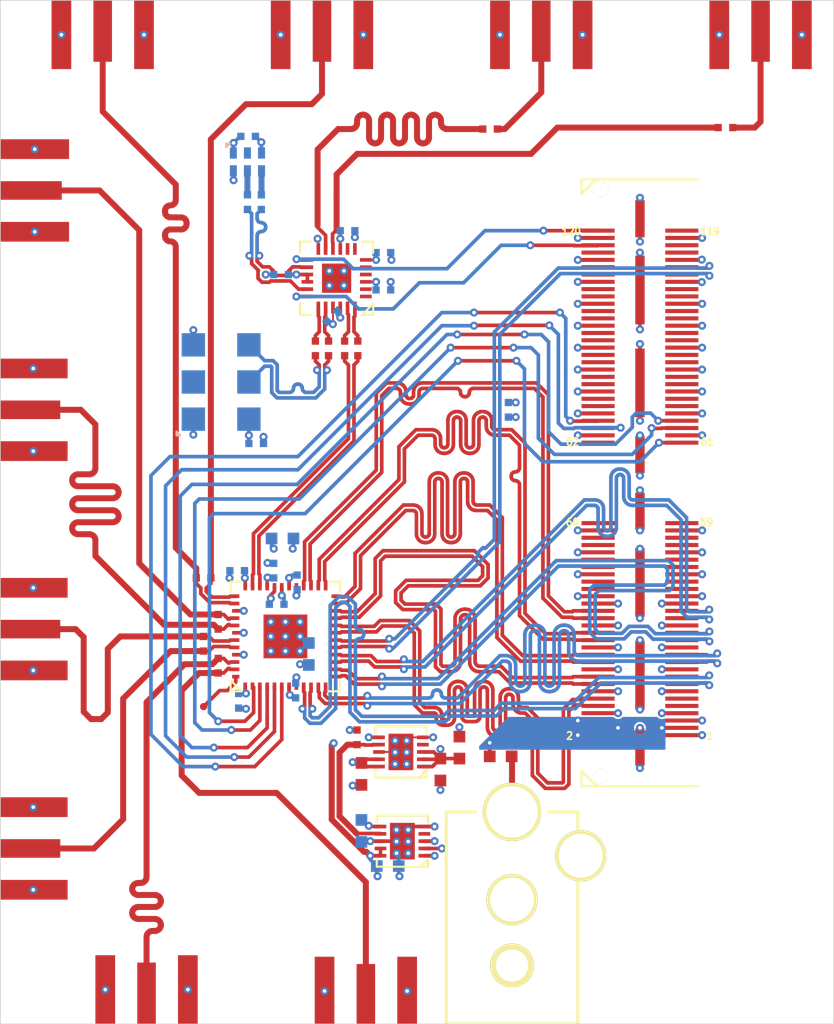
<source format=kicad_pcb>
(kicad_pcb (version 20171130) (host pcbnew "(5.1.4)")
  (layers (0 F.Cu signal hide) (1 In1.Cu signal hide) (2 In2.Cu signal) (31 B.Cu signal) (34 B.Paste user) (35 F.Paste user) (36 B.SilkS user) (37 F.SilkS user) (38 B.Mask user) (39 F.Mask user) (44 Edge.Cuts user))
  (net 0 "")
  (net 1 /GND)
  (net 2 /3V3)
  (net 3 "Net-(C4-Pad1)")
  (net 4 /CLK_1GHZ_P)
  (net 5 /CLK_1GHZ_AC_P)
  (net 6 /CLK_1GHZ_N)
  (net 7 /CLK_1GHZ_AC_N)
  (net 8 /CLK_625MHZ_P)
  (net 9 /CLK_625MHZ_AC_P)
  (net 10 /CLK_625MHZ_N)
  (net 11 /CLK_625MHZ_AC_N)
  (net 12 /A1V8)
  (net 13 /ADC_CLK_P)
  (net 14 /ADC_CLK_N)
  (net 15 /DEBUG_CLK_P)
  (net 16 /DEBUG_CLK_N)
  (net 17 /1V8)
  (net 18 /5V0)
  (net 19 "Net-(F1-Pad1)")
  (net 20 /IN1_P)
  (net 21 /IN1_N)
  (net 22 /IN2_P)
  (net 23 /IN2_N)
  (net 24 /IN3_P)
  (net 25 /IN3_N)
  (net 26 /IN4_P)
  (net 27 /IN4_N)
  (net 28 /ADC_RST_N)
  (net 29 /SPI_SCLK)
  (net 30 /BUF_MUXSEL)
  (net 31 /BUF_IN_SEL)
  (net 32 /SPI_SDATA)
  (net 33 /SPI_CS_N)
  (net 34 /ADC_PD)
  (net 35 /LCLK_N)
  (net 36 /LCLK_P)
  (net 37 /2V5)
  (net 38 /LVDS_1B_P)
  (net 39 /LVDS_1A_P)
  (net 40 /LVDS_1B_N)
  (net 41 /LVDS_1A_N)
  (net 42 /LVDS_2B_P)
  (net 43 /LVDS_2A_P)
  (net 44 /LVDS_2B_N)
  (net 45 /LVDS_2A_N)
  (net 46 /LVDS_3B_P)
  (net 47 /LVDS_3A_P)
  (net 48 /LVDS_3B_N)
  (net 49 /LVDS_3A_N)
  (net 50 /LVDS_4B_P)
  (net 51 /LVDS_4A_P)
  (net 52 /LVDS_4B_N)
  (net 53 /LVDS_4A_N)
  (net 54 /FCLK_P)
  (net 55 /FCLK_N)
  (net 56 "Net-(TP1-Pad1)")
  (net 57 /3V3_1)
  (net 58 /ADC_AC_P)
  (net 59 /ADC_AC_N)
  (net 60 /DEBUG_AC_P)
  (net 61 /DEBUG_AC_N)
  (net 62 /RSET)
  (module azonenberg_pcb:EIA_0402_CAP_NOSILK (layer B.Cu) (at 113.75 58 90)
    (fp_text reference C28 hide)
    (fp_text value "0.47 uF" hide)
    (pad 2 smd rect (at 0.5 0 90) (size 0.5 0.5) (layers B.Cu B.Paste B.Mask) (net 2 /3V3))
    (pad 1 smd rect (at -0.5 0 90) (size 0.5 0.5) (layers B.Cu B.Paste B.Mask) (net 17 /1V8))
  )
  (module azonenberg_pcb:DFN_10_0.5MM_3x3MM (layer F.Cu) (at 106.5 87.5 90)
    (fp_text reference U6 hide)
    (fp_text value LT3042 hide)
    (pad PAD smd rect (at 0.775 0.4 90) (size 0.75 0.75) (layers F.Cu F.Paste) (net 1 /GND))
    (pad PAD smd rect (at 0.775 -0.4 90) (size 0.75 0.75) (layers F.Cu F.Paste) (net 1 /GND))
    (pad PAD smd rect (at -0.025 -0.4 90) (size 0.75 0.75) (layers F.Cu F.Paste) (net 1 /GND))
    (pad PAD smd rect (at -0.025 0.4 90) (size 0.75 0.75) (layers F.Cu F.Paste) (net 1 /GND))
    (pad PAD smd rect (at -0.825 0.4 90) (size 0.75 0.75) (layers F.Cu F.Paste) (net 1 /GND))
    (pad PAD smd rect (at -0.825 -0.4 90) (size 0.75 0.75) (layers F.Cu F.Paste) (net 1 /GND))
    (pad PAD smd rect (at 0 0 90) (size 2.5 1.7) (layers F.Cu F.Mask) (net 1 /GND))
    (pad 10 smd rect (at -1 -1.5 90) (size 0.25 0.8) (layers F.Cu F.Paste F.Mask) (net 12 /A1V8))
    (pad 9 smd rect (at -0.5 -1.5 90) (size 0.25 0.8) (layers F.Cu F.Paste F.Mask) (net 12 /A1V8))
    (pad 8 smd rect (at 0 -1.5 90) (size 0.25 0.8) (layers F.Cu F.Paste F.Mask) (net 1 /GND))
    (pad 7 smd rect (at 0.5 -1.5 90) (size 0.25 0.8) (layers F.Cu F.Paste F.Mask) (net 62 /RSET))
    (pad 6 smd rect (at 1 -1.5 90) (size 0.25 0.8) (layers F.Cu F.Paste F.Mask) (net 57 /3V3_1))
    (pad 5 smd rect (at 1 1.5 90) (size 0.25 0.8) (layers F.Cu F.Paste F.Mask) (net 1 /GND))
    (pad 4 smd rect (at 0.5 1.5 90) (size 0.25 0.8) (layers F.Cu F.Paste F.Mask))
    (pad 3 smd rect (at 0 1.5 90) (size 0.25 0.8) (layers F.Cu F.Paste F.Mask) (net 57 /3V3_1))
    (pad 2 smd rect (at -0.5 1.5 90) (size 0.25 0.8) (layers F.Cu F.Paste F.Mask) (net 57 /3V3_1))
    (pad 1 smd rect (at -1 1.5 90) (size 0.25 0.8) (layers F.Cu F.Paste F.Mask) (net 57 /3V3_1))
  )
  (module azonenberg_pcb:EIA_0603_CAP_NOSILK (layer B.Cu) (at 105.5 89.2 180)
    (fp_text reference C27 hide)
    (fp_text value "4.7 uF" hide)
    (pad 2 smd rect (at 0.75 0 180) (size 0.8 0.8) (layers B.Cu B.Paste B.Mask) (net 12 /A1V8))
    (pad 1 smd rect (at -0.75 0 180) (size 0.8 0.8) (layers B.Cu B.Paste B.Mask) (net 1 /GND))
  )
  (module azonenberg_pcb:EIA_0603_CAP_NOSILK (layer B.Cu) (at 103.7 86.8 90)
    (fp_text reference C26 hide)
    (fp_text value "4.7 uF" hide)
    (pad 2 smd rect (at 0.75 0 90) (size 0.8 0.8) (layers B.Cu B.Paste B.Mask) (net 57 /3V3_1))
    (pad 1 smd rect (at -0.75 0 90) (size 0.8 0.8) (layers B.Cu B.Paste B.Mask) (net 1 /GND))
  )
  (module azonenberg_pcb:QFN_48_0.5MM_7x7MM (layer F.Cu) (at 98.5 73.5 90)
    (fp_text reference U5 hide)
    (fp_text value HMCAD1520 hide)
    (pad PAD smd rect (at 1 1 90) (size 0.75 0.75) (layers F.Cu F.Paste) (net 1 /GND))
    (pad PAD smd rect (at 0 1 90) (size 0.75 0.75) (layers F.Cu F.Paste) (net 1 /GND))
    (pad PAD smd rect (at -1 1 90) (size 0.75 0.75) (layers F.Cu F.Paste) (net 1 /GND))
    (pad PAD smd rect (at -1 0 90) (size 0.75 0.75) (layers F.Cu F.Paste) (net 1 /GND))
    (pad PAD smd rect (at 0 0 90) (size 0.75 0.75) (layers F.Cu F.Paste) (net 1 /GND))
    (pad PAD smd rect (at 1 0 90) (size 0.75 0.75) (layers F.Cu F.Paste) (net 1 /GND))
    (pad PAD smd rect (at 1 -1 90) (size 0.75 0.75) (layers F.Cu F.Paste) (net 1 /GND))
    (pad PAD smd rect (at 0 -1 90) (size 0.75 0.75) (layers F.Cu F.Paste) (net 1 /GND))
    (pad PAD smd rect (at -1 -1 90) (size 0.75 0.75) (layers F.Cu F.Paste) (net 1 /GND))
    (pad PAD smd rect (at 0 0 90) (size 3 3) (layers F.Cu F.Mask) (net 1 /GND))
    (pad 25 smd rect (at 3.4 2.75 180) (size 0.25 0.5) (layers F.Cu F.Paste F.Mask) (net 51 /LVDS_4A_P))
    (pad 26 smd rect (at 3.4 2.25 180) (size 0.25 0.5) (layers F.Cu F.Paste F.Mask) (net 53 /LVDS_4A_N))
    (pad 27 smd rect (at 3.4 1.75 180) (size 0.25 0.5) (layers F.Cu F.Paste F.Mask) (net 50 /LVDS_4B_P))
    (pad 29 smd rect (at 3.4 0.75 180) (size 0.25 0.5) (layers F.Cu F.Paste F.Mask) (net 1 /GND))
    (pad 28 smd rect (at 3.4 1.25 180) (size 0.25 0.5) (layers F.Cu F.Paste F.Mask) (net 52 /LVDS_4B_N))
    (pad 30 smd rect (at 3.4 0.25 180) (size 0.25 0.5) (layers F.Cu F.Paste F.Mask) (net 17 /1V8))
    (pad 31 smd rect (at 3.4 -0.25 180) (size 0.25 0.5) (layers F.Cu F.Paste F.Mask) (net 1 /GND))
    (pad 32 smd rect (at 3.4 -0.75 180) (size 0.25 0.5) (layers F.Cu F.Paste F.Mask) (net 12 /A1V8))
    (pad 33 smd rect (at 3.4 -1.25 180) (size 0.25 0.5) (layers F.Cu F.Paste F.Mask) (net 17 /1V8))
    (pad 34 smd rect (at 3.4 -1.75 180) (size 0.25 0.5) (layers F.Cu F.Paste F.Mask) (net 14 /ADC_CLK_N))
    (pad 35 smd rect (at 3.4 -2.25 180) (size 0.25 0.5) (layers F.Cu F.Paste F.Mask) (net 13 /ADC_CLK_P))
    (pad 36 smd rect (at 3.4 -2.75 180) (size 0.25 0.5) (layers F.Cu F.Paste F.Mask) (net 12 /A1V8))
    (pad 12 smd rect (at -3.4 2.75 180) (size 0.25 0.5) (layers F.Cu F.Paste F.Mask) (net 40 /LVDS_1B_N))
    (pad 11 smd rect (at -3.4 2.25 180) (size 0.25 0.5) (layers F.Cu F.Paste F.Mask) (net 38 /LVDS_1B_P))
    (pad 10 smd rect (at -3.4 1.75 180) (size 0.25 0.5) (layers F.Cu F.Paste F.Mask) (net 41 /LVDS_1A_N))
    (pad 9 smd rect (at -3.4 1.25 180) (size 0.25 0.5) (layers F.Cu F.Paste F.Mask) (net 39 /LVDS_1A_P))
    (pad 8 smd rect (at -3.4 0.75 180) (size 0.25 0.5) (layers F.Cu F.Paste F.Mask) (net 1 /GND))
    (pad 7 smd rect (at -3.4 0.25 180) (size 0.25 0.5) (layers F.Cu F.Paste F.Mask) (net 17 /1V8))
    (pad 6 smd rect (at -3.4 -0.25 180) (size 0.25 0.5) (layers F.Cu F.Paste F.Mask) (net 34 /ADC_PD))
    (pad 5 smd rect (at -3.4 -0.75 180) (size 0.25 0.5) (layers F.Cu F.Paste F.Mask) (net 28 /ADC_RST_N))
    (pad 4 smd rect (at -3.4 -1.25 180) (size 0.25 0.5) (layers F.Cu F.Paste F.Mask) (net 29 /SPI_SCLK))
    (pad 3 smd rect (at -3.4 -1.75 180) (size 0.25 0.5) (layers F.Cu F.Paste F.Mask) (net 32 /SPI_SDATA))
    (pad 2 smd rect (at -3.4 -2.25 180) (size 0.25 0.5) (layers F.Cu F.Paste F.Mask) (net 33 /SPI_CS_N))
    (pad 1 smd rect (at -3.4 -2.75 180) (size 0.25 0.5) (layers F.Cu F.Paste F.Mask) (net 12 /A1V8))
    (pad 13 smd rect (at -2.75 3.4 90) (size 0.25 0.5) (layers F.Cu F.Paste F.Mask) (net 43 /LVDS_2A_P))
    (pad 14 smd rect (at -2.25 3.4 90) (size 0.25 0.5) (layers F.Cu F.Paste F.Mask) (net 45 /LVDS_2A_N))
    (pad 15 smd rect (at -1.75 3.4 90) (size 0.25 0.5) (layers F.Cu F.Paste F.Mask) (net 42 /LVDS_2B_P))
    (pad 16 smd rect (at -1.25 3.4 90) (size 0.25 0.5) (layers F.Cu F.Paste F.Mask) (net 44 /LVDS_2B_N))
    (pad 17 smd rect (at -0.75 3.4 90) (size 0.25 0.5) (layers F.Cu F.Paste F.Mask) (net 36 /LCLK_P))
    (pad 18 smd rect (at -0.25 3.4 90) (size 0.25 0.5) (layers F.Cu F.Paste F.Mask) (net 35 /LCLK_N))
    (pad 19 smd rect (at 0.25 3.4 90) (size 0.25 0.5) (layers F.Cu F.Paste F.Mask) (net 54 /FCLK_P))
    (pad 20 smd rect (at 0.75 3.4 90) (size 0.25 0.5) (layers F.Cu F.Paste F.Mask) (net 55 /FCLK_N))
    (pad 21 smd rect (at 1.25 3.4 90) (size 0.25 0.5) (layers F.Cu F.Paste F.Mask) (net 47 /LVDS_3A_P))
    (pad 22 smd rect (at 1.75 3.4 90) (size 0.25 0.5) (layers F.Cu F.Paste F.Mask) (net 49 /LVDS_3A_N))
    (pad 23 smd rect (at 2.25 3.4 90) (size 0.25 0.5) (layers F.Cu F.Paste F.Mask) (net 46 /LVDS_3B_P))
    (pad 24 smd rect (at 2.75 3.4 90) (size 0.25 0.5) (layers F.Cu F.Paste F.Mask) (net 48 /LVDS_3B_N))
    (pad 37 smd rect (at 2.75 -3.4 90) (size 0.25 0.5) (layers F.Cu F.Paste F.Mask) (net 27 /IN4_N))
    (pad 38 smd rect (at 2.25 -3.4 90) (size 0.25 0.5) (layers F.Cu F.Paste F.Mask) (net 26 /IN4_P))
    (pad 39 smd rect (at 1.75 -3.4 90) (size 0.25 0.5) (layers F.Cu F.Paste F.Mask) (net 1 /GND))
    (pad 40 smd rect (at 1.25 -3.4 90) (size 0.25 0.5) (layers F.Cu F.Paste F.Mask) (net 25 /IN3_N))
    (pad 41 smd rect (at 0.75 -3.4 90) (size 0.25 0.5) (layers F.Cu F.Paste F.Mask) (net 24 /IN3_P))
    (pad 42 smd rect (at 0.25 -3.4 90) (size 0.25 0.5) (layers F.Cu F.Paste F.Mask) (net 1 /GND))
    (pad 43 smd rect (at -0.25 -3.4 90) (size 0.25 0.5) (layers F.Cu F.Paste F.Mask) (net 23 /IN2_N))
    (pad 44 smd rect (at -0.75 -3.4 90) (size 0.25 0.5) (layers F.Cu F.Paste F.Mask) (net 22 /IN2_P))
    (pad 45 smd rect (at -1.25 -3.4 90) (size 0.25 0.5) (layers F.Cu F.Paste F.Mask) (net 1 /GND))
    (pad 46 smd rect (at -1.75 -3.4 90) (size 0.25 0.5) (layers F.Cu F.Paste F.Mask) (net 21 /IN1_N))
    (pad 47 smd rect (at -2.25 -3.4 90) (size 0.25 0.5) (layers F.Cu F.Paste F.Mask) (net 20 /IN1_P))
    (pad 48 smd rect (at -2.75 -3.4 90) (size 0.25 0.5) (layers F.Cu F.Paste F.Mask) (net 56 "Net-(TP1-Pad1)"))
  )
  (module azonenberg_pcb:DFN_10_0.5MM_3x3MM (layer F.Cu) (at 106.4 81.4 90)
    (fp_text reference U4 hide)
    (fp_text value LT3042 hide)
    (pad PAD smd rect (at 0.775 0.4 90) (size 0.75 0.75) (layers F.Cu F.Paste) (net 1 /GND))
    (pad PAD smd rect (at 0.775 -0.4 90) (size 0.75 0.75) (layers F.Cu F.Paste) (net 1 /GND))
    (pad PAD smd rect (at -0.025 -0.4 90) (size 0.75 0.75) (layers F.Cu F.Paste) (net 1 /GND))
    (pad PAD smd rect (at -0.025 0.4 90) (size 0.75 0.75) (layers F.Cu F.Paste) (net 1 /GND))
    (pad PAD smd rect (at -0.825 0.4 90) (size 0.75 0.75) (layers F.Cu F.Paste) (net 1 /GND))
    (pad PAD smd rect (at -0.825 -0.4 90) (size 0.75 0.75) (layers F.Cu F.Paste) (net 1 /GND))
    (pad PAD smd rect (at 0 0 90) (size 2.5 1.7) (layers F.Cu F.Mask) (net 1 /GND))
    (pad 10 smd rect (at -1 -1.5 90) (size 0.25 0.8) (layers F.Cu F.Paste F.Mask) (net 12 /A1V8))
    (pad 9 smd rect (at -0.5 -1.5 90) (size 0.25 0.8) (layers F.Cu F.Paste F.Mask) (net 12 /A1V8))
    (pad 8 smd rect (at 0 -1.5 90) (size 0.25 0.8) (layers F.Cu F.Paste F.Mask) (net 1 /GND))
    (pad 7 smd rect (at 0.5 -1.5 90) (size 0.25 0.8) (layers F.Cu F.Paste F.Mask) (net 62 /RSET))
    (pad 6 smd rect (at 1 -1.5 90) (size 0.25 0.8) (layers F.Cu F.Paste F.Mask) (net 57 /3V3_1))
    (pad 5 smd rect (at 1 1.5 90) (size 0.25 0.8) (layers F.Cu F.Paste F.Mask) (net 1 /GND))
    (pad 4 smd rect (at 0.5 1.5 90) (size 0.25 0.8) (layers F.Cu F.Paste F.Mask))
    (pad 3 smd rect (at 0 1.5 90) (size 0.25 0.8) (layers F.Cu F.Paste F.Mask) (net 57 /3V3_1))
    (pad 2 smd rect (at -0.5 1.5 90) (size 0.25 0.8) (layers F.Cu F.Paste F.Mask) (net 57 /3V3_1))
    (pad 1 smd rect (at -1 1.5 90) (size 0.25 0.8) (layers F.Cu F.Paste F.Mask) (net 57 /3V3_1))
  )
  (module azonenberg_pcb:QFN_24_0.5MM_4x4MM (layer F.Cu) (at 102 49 180)
    (fp_text reference U3 hide)
    (fp_text value PI6C59S6005 hide)
    (pad PAD smd rect (at 0 0 270) (size 0.5 0.5) (layers F.Cu F.Paste) (net 1 /GND))
    (pad PAD smd rect (at 0.5 0.5 270) (size 0.5 0.5) (layers F.Cu F.Paste) (net 1 /GND))
    (pad PAD smd rect (at 0.5 -0.5 270) (size 0.5 0.5) (layers F.Cu F.Paste) (net 1 /GND))
    (pad PAD smd rect (at -0.5 -0.5 270) (size 0.5 0.5) (layers F.Cu F.Paste) (net 1 /GND))
    (pad PAD smd rect (at -0.5 0.5 270) (size 0.5 0.5) (layers F.Cu F.Paste) (net 1 /GND))
    (pad PAD smd rect (at 0 0 270) (size 2 2) (layers F.Cu F.Mask) (net 1 /GND))
    (pad 24 smd rect (at -1.25 -2) (size 0.25 0.8) (layers F.Cu F.Paste F.Mask) (net 59 /ADC_AC_N))
    (pad 23 smd rect (at -0.75 -2) (size 0.25 0.8) (layers F.Cu F.Paste F.Mask) (net 58 /ADC_AC_P))
    (pad 22 smd rect (at -0.25 -2) (size 0.25 0.8) (layers F.Cu F.Paste F.Mask) (net 2 /3V3))
    (pad 21 smd rect (at 0.25 -2) (size 0.25 0.8) (layers F.Cu F.Paste F.Mask) (net 1 /GND))
    (pad 20 smd rect (at 0.75 -2) (size 0.25 0.8) (layers F.Cu F.Paste F.Mask) (net 9 /CLK_625MHZ_AC_P))
    (pad 19 smd rect (at 1.25 -2) (size 0.25 0.8) (layers F.Cu F.Paste F.Mask) (net 11 /CLK_625MHZ_AC_N))
    (pad 18 smd rect (at 2 -1.25 270) (size 0.25 0.8) (layers F.Cu F.Paste F.Mask) (net 30 /BUF_MUXSEL))
    (pad 17 smd rect (at 2 -0.75 270) (size 0.25 0.8) (layers F.Cu F.Paste F.Mask) (net 5 /CLK_1GHZ_AC_P))
    (pad 16 smd rect (at 2 -0.25 270) (size 0.25 0.8) (layers F.Cu F.Paste F.Mask) (net 3 "Net-(C4-Pad1)"))
    (pad 15 smd rect (at 2 0.25 270) (size 0.25 0.8) (layers F.Cu F.Paste F.Mask) (net 3 "Net-(C4-Pad1)"))
    (pad 14 smd rect (at 2 0.75 270) (size 0.25 0.8) (layers F.Cu F.Paste F.Mask) (net 7 /CLK_1GHZ_AC_N))
    (pad 13 smd rect (at 2 1.25 90) (size 0.25 0.8) (layers F.Cu F.Paste F.Mask) (net 31 /BUF_IN_SEL))
    (pad 12 smd rect (at 1.25 2) (size 0.25 0.8) (layers F.Cu F.Paste F.Mask) (net 2 /3V3))
    (pad 11 smd rect (at 0.75 2) (size 0.25 0.8) (layers F.Cu F.Paste F.Mask) (net 61 /DEBUG_AC_N))
    (pad 10 smd rect (at 0.25 2) (size 0.25 0.8) (layers F.Cu F.Paste F.Mask) (net 60 /DEBUG_AC_P))
    (pad 9 smd rect (at -0.25 2) (size 0.25 0.8) (layers F.Cu F.Paste F.Mask) (net 2 /3V3))
    (pad 8 smd rect (at -0.75 2) (size 0.25 0.8) (layers F.Cu F.Paste F.Mask))
    (pad 7 smd rect (at -1.25 2 180) (size 0.25 0.8) (layers F.Cu F.Paste F.Mask))
    (pad 6 smd rect (at -2 1.25 270) (size 0.25 0.8) (layers F.Cu F.Paste F.Mask) (net 2 /3V3))
    (pad 5 smd rect (at -2 0.75 270) (size 0.25 0.8) (layers F.Cu F.Paste F.Mask))
    (pad 4 smd rect (at -2 0.25 270) (size 0.25 0.8) (layers F.Cu F.Paste F.Mask))
    (pad 3 smd rect (at -2 -0.25 270) (size 0.25 0.8) (layers F.Cu F.Paste F.Mask) (net 2 /3V3))
    (pad 2 smd rect (at -2 -0.75 270) (size 0.25 0.8) (layers F.Cu F.Paste F.Mask))
    (pad 1 smd rect (at -2 -1.25 270) (size 0.25 0.8) (layers F.Cu F.Paste F.Mask))
  )
  (module azonenberg_pcb:OSCILLATOR_LVDS_7.0x5.0 (layer B.Cu) (at 94.1 56.1 90)
    (fp_text reference U2 hide)
    (fp_text value SIT9122AI-2D3-33E625.000000T hide)
    (pad 6 smd rect (at -2.54 1.9 90) (size 1.6 1.6) (layers B.Cu B.Paste B.Mask) (net 2 /3V3))
    (pad 5 smd rect (at 0 1.9 90) (size 1.6 1.6) (layers B.Cu B.Paste B.Mask) (net 10 /CLK_625MHZ_N))
    (pad 4 smd rect (at 2.54 1.9 90) (size 1.6 1.6) (layers B.Cu B.Paste B.Mask) (net 8 /CLK_625MHZ_P))
    (pad 3 smd rect (at 2.54 -1.9 90) (size 1.6 1.6) (layers B.Cu B.Paste B.Mask) (net 1 /GND))
    (pad 2 smd rect (at 0 -1.9 90) (size 1.6 1.6) (layers B.Cu B.Paste B.Mask))
    (pad 1 smd rect (at -2.54 -1.9 90) (size 1.6 1.6) (layers B.Cu B.Paste B.Mask) (net 2 /3V3))
  )
  (module azonenberg_pcb:OSCILLATOR_LVDS_2.5x2.0 (layer B.Cu) (at 95.9 41.05)
    (fp_text reference U1 hide)
    (fp_text value ASG2-D-X-A-1000.000MHZ hide)
    (pad 6 smd rect (at -0.9625 0.6125) (size 0.48 0.775) (layers B.Cu B.Paste B.Mask) (net 2 /3V3))
    (pad 5 smd rect (at 0 0.6125) (size 0.48 0.775) (layers B.Cu B.Paste B.Mask) (net 6 /CLK_1GHZ_N))
    (pad 4 smd rect (at 0.9625 0.6125) (size 0.48 0.775) (layers B.Cu B.Paste B.Mask) (net 4 /CLK_1GHZ_P))
    (pad 3 smd rect (at 0.9625 -0.6125) (size 0.48 0.775) (layers B.Cu B.Paste B.Mask) (net 1 /GND))
    (pad 2 smd rect (at 0 -0.6125) (size 0.48 0.775) (layers B.Cu B.Paste B.Mask))
    (pad 1 smd rect (at -0.9625 -0.6125) (size 0.48 0.775) (layers B.Cu B.Paste B.Mask) (net 2 /3V3))
  )
  (module azonenberg_pcb:TESTPOINT_SMT_0.5MM (layer F.Cu) (at 92.9 78.3)
    (fp_text reference TP1 hide)
    (fp_text value TESTPOINT hide)
    (pad 1 smd circle (at 0 0) (size 0.5 0.5) (layers F.Cu F.Mask) (net 56 "Net-(TP1-Pad1)"))
  )
  (module azonenberg_pcb:EIA_0402_RES_NOSILK (layer F.Cu) (at 92.9 69.5 180)
    (fp_text reference R5 hide)
    (fp_text value 100 hide)
    (pad 2 smd rect (at 0.5 0 180) (size 0.5 0.5) (layers F.Cu F.Paste F.Mask) (net 26 /IN4_P))
    (pad 1 smd rect (at -0.5 0 180) (size 0.5 0.5) (layers F.Cu F.Paste F.Mask) (net 27 /IN4_N))
  )
  (module azonenberg_pcb:EIA_0402_RES_NOSILK (layer F.Cu) (at 93.9 72.5 270)
    (fp_text reference R4 hide)
    (fp_text value 100 hide)
    (pad 2 smd rect (at 0.5 0 270) (size 0.5 0.5) (layers F.Cu F.Paste F.Mask) (net 24 /IN3_P))
    (pad 1 smd rect (at -0.5 0 270) (size 0.5 0.5) (layers F.Cu F.Paste F.Mask) (net 25 /IN3_N))
  )
  (module azonenberg_pcb:EIA_0402_RES_NOSILK (layer F.Cu) (at 92.9 74 270)
    (fp_text reference R3 hide)
    (fp_text value 100 hide)
    (pad 2 smd rect (at 0.5 0 270) (size 0.5 0.5) (layers F.Cu F.Paste F.Mask) (net 22 /IN2_P))
    (pad 1 smd rect (at -0.5 0 270) (size 0.5 0.5) (layers F.Cu F.Paste F.Mask) (net 23 /IN2_N))
  )
  (module azonenberg_pcb:EIA_0402_RES_NOSILK (layer F.Cu) (at 93.9 75.5 270)
    (fp_text reference R2 hide)
    (fp_text value 100 hide)
    (pad 2 smd rect (at 0.5 0 270) (size 0.5 0.5) (layers F.Cu F.Paste F.Mask) (net 20 /IN1_P))
    (pad 1 smd rect (at -0.5 0 270) (size 0.5 0.5) (layers F.Cu F.Paste F.Mask) (net 21 /IN1_N))
  )
  (module azonenberg_pcb:EIA_0402_RES_NOSILK (layer F.Cu) (at 103.4 80.4 90)
    (fp_text reference R1 hide)
    (fp_text value "9.09K 0.1%" hide)
    (pad 2 smd rect (at 0.5 0 90) (size 0.5 0.5) (layers F.Cu F.Paste F.Mask) (net 1 /GND))
    (pad 1 smd rect (at -0.5 0 90) (size 0.5 0.5) (layers F.Cu F.Paste F.Mask) (net 62 /RSET))
  )
  (module azonenberg_pcb:CONN_SAMTEC_QSH-060-01-L-D-A (layer F.Cu) (at 122.75 63 180)
    (fp_text reference J12 hide)
    (fp_text value CONN_INTEGRALSTICK_FPGA_HOST hide)
    (fp_text user 119 (at -4.8 17.2) (layer F.SilkS) (effects (font (size 0.508 0.457) (thickness 0.11425))))
    (fp_text user 120 (at 4.7 17.2) (layer F.SilkS) (effects (font (size 0.508 0.457) (thickness 0.11425))))
    (fp_text user 62 (at 4.6 2.8) (layer F.SilkS) (effects (font (size 0.508 0.457) (thickness 0.11425))))
    (fp_text user 61 (at -4.6 2.8) (layer F.SilkS) (effects (font (size 0.508 0.457) (thickness 0.11425))))
    (fp_text user 1 (at -4.765 -17.3) (layer F.SilkS) (effects (font (size 0.508 0.457) (thickness 0.11425))))
    (fp_text user 2 (at 4.815 -17.3) (layer F.SilkS) (effects (font (size 0.508 0.457) (thickness 0.11425))))
    (fp_text user 60 (at 4.615 -2.7) (layer F.SilkS) (effects (font (size 0.508 0.457) (thickness 0.11425))))
    (fp_text user 59 (at -4.565 -2.7) (layer F.SilkS) (effects (font (size 0.508 0.457) (thickness 0.11425))))
    (pad 65 smd rect (at -2.865 3.753 180) (size 2.27 0.279) (layers F.Cu F.Paste F.Mask) (net 32 /SPI_SDATA))
    (pad 66 smd rect (at 2.865 3.753 180) (size 2.27 0.279) (layers F.Cu F.Paste F.Mask) (net 28 /ADC_RST_N))
    (pad 73 smd rect (at -2.865 5.753 180) (size 2.27 0.279) (layers F.Cu F.Paste F.Mask))
    (pad 74 smd rect (at 2.865 5.753 180) (size 2.27 0.279) (layers F.Cu F.Paste F.Mask))
    (pad 67 smd rect (at -2.865 4.253 180) (size 2.27 0.279) (layers F.Cu F.Paste F.Mask) (net 29 /SPI_SCLK))
    (pad 68 smd rect (at 2.865 4.253 180) (size 2.27 0.279) (layers F.Cu F.Paste F.Mask) (net 34 /ADC_PD))
    (pad 69 smd rect (at -2.865 4.753 180) (size 2.27 0.279) (layers F.Cu F.Paste F.Mask) (net 2 /3V3))
    (pad 70 smd rect (at 2.865 4.753 180) (size 2.27 0.279) (layers F.Cu F.Paste F.Mask) (net 2 /3V3))
    (pad 120 smd rect (at 2.865 17.253 180) (size 2.27 0.279) (layers F.Cu F.Paste F.Mask) (net 31 /BUF_IN_SEL))
    (pad 128 smd rect (at 0 18.068 180) (size 0.64 2.54) (layers F.Cu F.Paste F.Mask) (net 1 /GND))
    (pad 125 smd rect (at 0 1.938 180) (size 0.64 2.54) (layers F.Cu F.Paste F.Mask) (net 1 /GND))
    (pad 79 smd rect (at -2.865 7.253 180) (size 2.27 0.279) (layers F.Cu F.Paste F.Mask))
    (pad 80 smd rect (at 2.865 7.253 180) (size 2.27 0.279) (layers F.Cu F.Paste F.Mask))
    (pad 91 smd rect (at -2.865 10.253 180) (size 2.27 0.279) (layers F.Cu F.Paste F.Mask))
    (pad 92 smd rect (at 2.865 10.253 180) (size 2.27 0.279) (layers F.Cu F.Paste F.Mask))
    (pad 93 smd rect (at -2.865 10.753 180) (size 2.27 0.279) (layers F.Cu F.Paste F.Mask) (net 2 /3V3))
    (pad 94 smd rect (at 2.865 10.753 180) (size 2.27 0.279) (layers F.Cu F.Paste F.Mask) (net 2 /3V3))
    (pad 119 smd rect (at -2.865 17.253 180) (size 2.27 0.279) (layers F.Cu F.Paste F.Mask))
    (pad 127 smd rect (at 0 13.194 180) (size 0.64 4.7) (layers F.Cu F.Paste F.Mask) (net 1 /GND))
    (pad 126 smd rect (at 0 6.844 180) (size 0.64 4.7) (layers F.Cu F.Paste F.Mask) (net 1 /GND))
    (pad 95 smd rect (at -2.865 11.253 180) (size 2.27 0.279) (layers F.Cu F.Paste F.Mask))
    (pad 96 smd rect (at 2.865 11.253 180) (size 2.27 0.279) (layers F.Cu F.Paste F.Mask))
    (pad 63 smd rect (at -2.865 3.253 180) (size 2.27 0.279) (layers F.Cu F.Paste F.Mask) (net 17 /1V8))
    (pad 64 smd rect (at 2.865 3.253 180) (size 2.27 0.279) (layers F.Cu F.Paste F.Mask) (net 17 /1V8))
    (pad 71 smd rect (at -2.865 5.253 180) (size 2.27 0.279) (layers F.Cu F.Paste F.Mask))
    (pad 72 smd rect (at 2.865 5.253 180) (size 2.27 0.279) (layers F.Cu F.Paste F.Mask))
    (pad 62 smd rect (at 2.865 2.753 180) (size 2.27 0.279) (layers F.Cu F.Paste F.Mask))
    (pad 89 smd rect (at -2.865 9.753 180) (size 2.27 0.279) (layers F.Cu F.Paste F.Mask))
    (pad 90 smd rect (at 2.865 9.753 180) (size 2.27 0.279) (layers F.Cu F.Paste F.Mask))
    (pad 75 smd rect (at -2.865 6.253 180) (size 2.27 0.279) (layers F.Cu F.Paste F.Mask) (net 2 /3V3))
    (pad 76 smd rect (at 2.865 6.253 180) (size 2.27 0.279) (layers F.Cu F.Paste F.Mask) (net 2 /3V3))
    (pad 115 smd rect (at -2.865 16.253 180) (size 2.27 0.279) (layers F.Cu F.Paste F.Mask))
    (pad 116 smd rect (at 2.865 16.253 180) (size 2.27 0.279) (layers F.Cu F.Paste F.Mask) (net 30 /BUF_MUXSEL))
    (pad 87 smd rect (at -2.865 9.253 180) (size 2.27 0.279) (layers F.Cu F.Paste F.Mask) (net 2 /3V3))
    (pad 88 smd rect (at 2.865 9.253 180) (size 2.27 0.279) (layers F.Cu F.Paste F.Mask) (net 2 /3V3))
    (pad 111 smd rect (at -2.865 15.253 180) (size 2.27 0.279) (layers F.Cu F.Paste F.Mask) (net 2 /3V3))
    (pad 112 smd rect (at 2.865 15.253 180) (size 2.27 0.279) (layers F.Cu F.Paste F.Mask) (net 2 /3V3))
    (pad 117 smd rect (at -2.865 16.753 180) (size 2.27 0.279) (layers F.Cu F.Paste F.Mask) (net 2 /3V3))
    (pad 118 smd rect (at 2.865 16.753 180) (size 2.27 0.279) (layers F.Cu F.Paste F.Mask) (net 2 /3V3))
    (pad 61 smd rect (at -2.865 2.753 180) (size 2.27 0.279) (layers F.Cu F.Paste F.Mask) (net 33 /SPI_CS_N))
    (pad 109 smd rect (at -2.865 14.753 180) (size 2.27 0.279) (layers F.Cu F.Paste F.Mask) (net 35 /LCLK_N))
    (pad 110 smd rect (at 2.865 14.753 180) (size 2.27 0.279) (layers F.Cu F.Paste F.Mask))
    (pad 107 smd rect (at -2.865 14.253 180) (size 2.27 0.279) (layers F.Cu F.Paste F.Mask) (net 36 /LCLK_P))
    (pad 108 smd rect (at 2.865 14.253 180) (size 2.27 0.279) (layers F.Cu F.Paste F.Mask))
    (pad 101 smd rect (at -2.865 12.753 180) (size 2.27 0.279) (layers F.Cu F.Paste F.Mask))
    (pad 102 smd rect (at 2.865 12.753 180) (size 2.27 0.279) (layers F.Cu F.Paste F.Mask))
    (pad 97 smd rect (at -2.865 11.753 180) (size 2.27 0.279) (layers F.Cu F.Paste F.Mask))
    (pad 98 smd rect (at 2.865 11.753 180) (size 2.27 0.279) (layers F.Cu F.Paste F.Mask))
    (pad 77 smd rect (at -2.865 6.753 180) (size 2.27 0.279) (layers F.Cu F.Paste F.Mask))
    (pad 78 smd rect (at 2.865 6.753 180) (size 2.27 0.279) (layers F.Cu F.Paste F.Mask))
    (pad 103 smd rect (at -2.865 13.253 180) (size 2.27 0.279) (layers F.Cu F.Paste F.Mask))
    (pad 104 smd rect (at 2.865 13.253 180) (size 2.27 0.279) (layers F.Cu F.Paste F.Mask))
    (pad 83 smd rect (at -2.865 8.253 180) (size 2.27 0.279) (layers F.Cu F.Paste F.Mask))
    (pad 84 smd rect (at 2.865 8.253 180) (size 2.27 0.279) (layers F.Cu F.Paste F.Mask))
    (pad 81 smd rect (at -2.865 7.753 180) (size 2.27 0.279) (layers F.Cu F.Paste F.Mask) (net 2 /3V3))
    (pad 82 smd rect (at 2.865 7.753 180) (size 2.27 0.279) (layers F.Cu F.Paste F.Mask) (net 2 /3V3))
    (pad 105 smd rect (at -2.865 13.753 180) (size 2.27 0.279) (layers F.Cu F.Paste F.Mask) (net 2 /3V3))
    (pad 106 smd rect (at 2.865 13.753 180) (size 2.27 0.279) (layers F.Cu F.Paste F.Mask) (net 2 /3V3))
    (pad 85 smd rect (at -2.865 8.753 180) (size 2.27 0.279) (layers F.Cu F.Paste F.Mask))
    (pad 86 smd rect (at 2.865 8.753 180) (size 2.27 0.279) (layers F.Cu F.Paste F.Mask))
    (pad 99 smd rect (at -2.865 12.253 180) (size 2.27 0.279) (layers F.Cu F.Paste F.Mask) (net 2 /3V3))
    (pad 100 smd rect (at 2.865 12.253 180) (size 2.27 0.279) (layers F.Cu F.Paste F.Mask) (net 2 /3V3))
    (pad 113 smd rect (at -2.865 15.753 180) (size 2.27 0.279) (layers F.Cu F.Paste F.Mask))
    (pad 114 smd rect (at 2.865 15.753 180) (size 2.27 0.279) (layers F.Cu F.Paste F.Mask))
    (pad "" thru_hole circle (at 2.67 -20.065 180) (size 1.02 1.02) (drill 1.02) (layers *.Cu *.Mask F.SilkS))
    (pad 59 smd rect (at -2.865 -2.75 180) (size 2.27 0.279) (layers F.Cu F.Paste F.Mask))
    (pad 123 smd rect (at 0 -6.809 180) (size 0.64 4.7) (layers F.Cu F.Paste F.Mask) (net 1 /GND))
    (pad 122 smd rect (at 0 -13.159 180) (size 0.64 4.7) (layers F.Cu F.Paste F.Mask) (net 1 /GND))
    (pad 124 smd rect (at 0 -1.935 180) (size 0.64 2.54) (layers F.Cu F.Paste F.Mask) (net 1 /GND))
    (pad 121 smd rect (at 0 -18.065 180) (size 0.64 2.54) (layers F.Cu F.Paste F.Mask) (net 1 /GND))
    (pad "" thru_hole circle (at 2.67 20.065 180) (size 1.02 1.02) (drill 1.02) (layers *.Cu *.Mask F.SilkS))
    (pad 60 smd rect (at 2.865 -2.75 180) (size 2.27 0.279) (layers F.Cu F.Paste F.Mask))
    (pad 57 smd rect (at -2.865 -3.25 180) (size 2.27 0.279) (layers F.Cu F.Paste F.Mask) (net 17 /1V8))
    (pad 58 smd rect (at 2.865 -3.25 180) (size 2.27 0.279) (layers F.Cu F.Paste F.Mask) (net 17 /1V8))
    (pad 55 smd rect (at -2.865 -3.75 180) (size 2.27 0.279) (layers F.Cu F.Paste F.Mask))
    (pad 56 smd rect (at 2.865 -3.75 180) (size 2.27 0.279) (layers F.Cu F.Paste F.Mask))
    (pad 53 smd rect (at -2.865 -4.25 180) (size 2.27 0.279) (layers F.Cu F.Paste F.Mask))
    (pad 54 smd rect (at 2.865 -4.25 180) (size 2.27 0.279) (layers F.Cu F.Paste F.Mask))
    (pad 51 smd rect (at -2.865 -4.75 180) (size 2.27 0.279) (layers F.Cu F.Paste F.Mask) (net 17 /1V8))
    (pad 52 smd rect (at 2.865 -4.75 180) (size 2.27 0.279) (layers F.Cu F.Paste F.Mask) (net 17 /1V8))
    (pad 49 smd rect (at -2.865 -5.25 180) (size 2.27 0.279) (layers F.Cu F.Paste F.Mask))
    (pad 50 smd rect (at 2.865 -5.25 180) (size 2.27 0.279) (layers F.Cu F.Paste F.Mask))
    (pad 47 smd rect (at -2.865 -5.75 180) (size 2.27 0.279) (layers F.Cu F.Paste F.Mask))
    (pad 48 smd rect (at 2.865 -5.75 180) (size 2.27 0.279) (layers F.Cu F.Paste F.Mask))
    (pad 45 smd rect (at -2.865 -6.25 180) (size 2.27 0.279) (layers F.Cu F.Paste F.Mask) (net 17 /1V8))
    (pad 46 smd rect (at 2.865 -6.25 180) (size 2.27 0.279) (layers F.Cu F.Paste F.Mask) (net 17 /1V8))
    (pad 43 smd rect (at -2.865 -6.75 180) (size 2.27 0.279) (layers F.Cu F.Paste F.Mask))
    (pad 44 smd rect (at 2.865 -6.75 180) (size 2.27 0.279) (layers F.Cu F.Paste F.Mask))
    (pad 41 smd rect (at -2.865 -7.25 180) (size 2.27 0.279) (layers F.Cu F.Paste F.Mask))
    (pad 42 smd rect (at 2.865 -7.25 180) (size 2.27 0.279) (layers F.Cu F.Paste F.Mask))
    (pad 39 smd rect (at -2.865 -7.75 180) (size 2.27 0.279) (layers F.Cu F.Paste F.Mask) (net 17 /1V8))
    (pad 40 smd rect (at 2.865 -7.75 180) (size 2.27 0.279) (layers F.Cu F.Paste F.Mask) (net 17 /1V8))
    (pad 37 smd rect (at -2.865 -8.25 180) (size 2.27 0.279) (layers F.Cu F.Paste F.Mask) (net 37 /2V5))
    (pad 38 smd rect (at 2.865 -8.25 180) (size 2.27 0.279) (layers F.Cu F.Paste F.Mask) (net 37 /2V5))
    (pad 35 smd rect (at -2.865 -8.75 180) (size 2.27 0.279) (layers F.Cu F.Paste F.Mask) (net 44 /LVDS_2B_N))
    (pad 36 smd rect (at 2.865 -8.75 180) (size 2.27 0.279) (layers F.Cu F.Paste F.Mask) (net 52 /LVDS_4B_N))
    (pad 33 smd rect (at -2.865 -9.25 180) (size 2.27 0.279) (layers F.Cu F.Paste F.Mask) (net 42 /LVDS_2B_P))
    (pad 34 smd rect (at 2.865 -9.25 180) (size 2.27 0.279) (layers F.Cu F.Paste F.Mask) (net 50 /LVDS_4B_P))
    (pad 31 smd rect (at -2.865 -9.75 180) (size 2.27 0.279) (layers F.Cu F.Paste F.Mask) (net 37 /2V5))
    (pad 32 smd rect (at 2.865 -9.75 180) (size 2.27 0.279) (layers F.Cu F.Paste F.Mask) (net 37 /2V5))
    (pad 29 smd rect (at -2.865 -10.25 180) (size 2.27 0.279) (layers F.Cu F.Paste F.Mask) (net 45 /LVDS_2A_N))
    (pad 30 smd rect (at 2.865 -10.25 180) (size 2.27 0.279) (layers F.Cu F.Paste F.Mask) (net 53 /LVDS_4A_N))
    (pad 27 smd rect (at -2.865 -10.75 180) (size 2.27 0.279) (layers F.Cu F.Paste F.Mask) (net 43 /LVDS_2A_P))
    (pad 28 smd rect (at 2.865 -10.75 180) (size 2.27 0.279) (layers F.Cu F.Paste F.Mask) (net 51 /LVDS_4A_P))
    (pad 25 smd rect (at -2.865 -11.25 180) (size 2.27 0.279) (layers F.Cu F.Paste F.Mask) (net 37 /2V5))
    (pad 26 smd rect (at 2.865 -11.25 180) (size 2.27 0.279) (layers F.Cu F.Paste F.Mask) (net 37 /2V5))
    (pad 23 smd rect (at -2.865 -11.75 180) (size 2.27 0.279) (layers F.Cu F.Paste F.Mask) (net 40 /LVDS_1B_N))
    (pad 24 smd rect (at 2.865 -11.75 180) (size 2.27 0.279) (layers F.Cu F.Paste F.Mask) (net 48 /LVDS_3B_N))
    (pad 21 smd rect (at -2.865 -12.25 180) (size 2.27 0.279) (layers F.Cu F.Paste F.Mask) (net 38 /LVDS_1B_P))
    (pad 22 smd rect (at 2.865 -12.25 180) (size 2.27 0.279) (layers F.Cu F.Paste F.Mask) (net 46 /LVDS_3B_P))
    (pad 19 smd rect (at -2.865 -12.75 180) (size 2.27 0.279) (layers F.Cu F.Paste F.Mask) (net 37 /2V5))
    (pad 20 smd rect (at 2.865 -12.75 180) (size 2.27 0.279) (layers F.Cu F.Paste F.Mask) (net 37 /2V5))
    (pad 17 smd rect (at -2.865 -13.25 180) (size 2.27 0.279) (layers F.Cu F.Paste F.Mask) (net 41 /LVDS_1A_N))
    (pad 18 smd rect (at 2.865 -13.25 180) (size 2.27 0.279) (layers F.Cu F.Paste F.Mask) (net 49 /LVDS_3A_N))
    (pad 15 smd rect (at -2.865 -13.75 180) (size 2.27 0.279) (layers F.Cu F.Paste F.Mask) (net 39 /LVDS_1A_P))
    (pad 16 smd rect (at 2.865 -13.75 180) (size 2.27 0.279) (layers F.Cu F.Paste F.Mask) (net 47 /LVDS_3A_P))
    (pad 13 smd rect (at -2.865 -14.25 180) (size 2.27 0.279) (layers F.Cu F.Paste F.Mask) (net 37 /2V5))
    (pad 14 smd rect (at 2.865 -14.25 180) (size 2.27 0.279) (layers F.Cu F.Paste F.Mask) (net 37 /2V5))
    (pad 11 smd rect (at -2.865 -14.75 180) (size 2.27 0.279) (layers F.Cu F.Paste F.Mask))
    (pad 12 smd rect (at 2.865 -14.75 180) (size 2.27 0.279) (layers F.Cu F.Paste F.Mask) (net 55 /FCLK_N))
    (pad 9 smd rect (at -2.865 -15.25 180) (size 2.27 0.279) (layers F.Cu F.Paste F.Mask))
    (pad 10 smd rect (at 2.865 -15.25 180) (size 2.27 0.279) (layers F.Cu F.Paste F.Mask) (net 54 /FCLK_P))
    (pad 7 smd rect (at -2.865 -15.75 180) (size 2.27 0.279) (layers F.Cu F.Paste F.Mask) (net 37 /2V5))
    (pad 8 smd rect (at 2.865 -15.75 180) (size 2.27 0.279) (layers F.Cu F.Paste F.Mask) (net 37 /2V5))
    (pad 5 smd rect (at -2.865 -16.25 180) (size 2.27 0.279) (layers F.Cu F.Paste F.Mask) (net 18 /5V0))
    (pad 6 smd rect (at 2.865 -16.25 180) (size 2.27 0.279) (layers F.Cu F.Paste F.Mask) (net 18 /5V0))
    (pad 3 smd rect (at -2.865 -16.75 180) (size 2.27 0.279) (layers F.Cu F.Paste F.Mask) (net 18 /5V0))
    (pad 4 smd rect (at 2.865 -16.75 180) (size 2.27 0.279) (layers F.Cu F.Paste F.Mask) (net 18 /5V0))
    (pad 1 smd rect (at -2.865 -17.25 180) (size 2.27 0.279) (layers F.Cu F.Paste F.Mask) (net 18 /5V0))
    (pad 2 smd rect (at 2.865 -17.25 180) (size 2.27 0.279) (layers F.Cu F.Paste F.Mask) (net 18 /5V0))
  )
  (module azonenberg_pcb:CONN_SMA_EDGE_SAMTEC_SMA_J_P_H_ST_EM1 (layer F.Cu) (at 116 30 180)
    (fp_text reference J11 hide)
    (fp_text value SMA hide)
    (pad 2 smd rect (at -2.825 -2.35 180) (size 1.35 4.7) (layers F.Cu F.Paste F.Mask) (net 1 /GND))
    (pad 2 smd rect (at 2.825 -2.35 180) (size 1.35 4.7) (layers F.Cu F.Paste F.Mask) (net 1 /GND))
    (pad 1 smd rect (at 0 -2.1 180) (size 1.27 4.2) (layers F.Cu F.Paste F.Mask) (net 16 /DEBUG_CLK_N))
  )
  (module azonenberg_pcb:CONN_SMA_EDGE_SAMTEC_SMA_J_P_H_ST_EM1 (layer F.Cu) (at 131 30 180)
    (fp_text reference J10 hide)
    (fp_text value SMA hide)
    (pad 2 smd rect (at -2.825 -2.35 180) (size 1.35 4.7) (layers F.Cu F.Paste F.Mask) (net 1 /GND))
    (pad 2 smd rect (at 2.825 -2.35 180) (size 1.35 4.7) (layers F.Cu F.Paste F.Mask) (net 1 /GND))
    (pad 1 smd rect (at 0 -2.1 180) (size 1.27 4.2) (layers F.Cu F.Paste F.Mask) (net 15 /DEBUG_CLK_P))
  )
  (module azonenberg_pcb:CONN_SMA_EDGE_SAMTEC_SMA_J_P_H_ST_EM1 (layer F.Cu) (at 101 30 180)
    (fp_text reference J9 hide)
    (fp_text value SMA hide)
    (pad 2 smd rect (at -2.825 -2.35 180) (size 1.35 4.7) (layers F.Cu F.Paste F.Mask) (net 1 /GND))
    (pad 2 smd rect (at 2.825 -2.35 180) (size 1.35 4.7) (layers F.Cu F.Paste F.Mask) (net 1 /GND))
    (pad 1 smd rect (at 0 -2.1 180) (size 1.27 4.2) (layers F.Cu F.Paste F.Mask) (net 27 /IN4_N))
  )
  (module azonenberg_pcb:CONN_SMA_EDGE_SAMTEC_SMA_J_P_H_ST_EM1 (layer F.Cu) (at 86 30 180)
    (fp_text reference J8 hide)
    (fp_text value SMA hide)
    (pad 2 smd rect (at -2.825 -2.35 180) (size 1.35 4.7) (layers F.Cu F.Paste F.Mask) (net 1 /GND))
    (pad 2 smd rect (at 2.825 -2.35 180) (size 1.35 4.7) (layers F.Cu F.Paste F.Mask) (net 1 /GND))
    (pad 1 smd rect (at 0 -2.1 180) (size 1.27 4.2) (layers F.Cu F.Paste F.Mask) (net 26 /IN4_P))
  )
  (module azonenberg_pcb:CONN_SMA_EDGE_SAMTEC_SMA_J_P_H_ST_EM1 (layer F.Cu) (at 79 43 270)
    (fp_text reference J7 hide)
    (fp_text value SMA hide)
    (pad 2 smd rect (at -2.825 -2.35 270) (size 1.35 4.7) (layers F.Cu F.Paste F.Mask) (net 1 /GND))
    (pad 2 smd rect (at 2.825 -2.35 270) (size 1.35 4.7) (layers F.Cu F.Paste F.Mask) (net 1 /GND))
    (pad 1 smd rect (at 0 -2.1 270) (size 1.27 4.2) (layers F.Cu F.Paste F.Mask) (net 25 /IN3_N))
  )
  (module azonenberg_pcb:CONN_SMA_EDGE_SAMTEC_SMA_J_P_H_ST_EM1 (layer F.Cu) (at 78.9 58 270)
    (fp_text reference J6 hide)
    (fp_text value SMA hide)
    (pad 2 smd rect (at -2.825 -2.35 270) (size 1.35 4.7) (layers F.Cu F.Paste F.Mask) (net 1 /GND))
    (pad 2 smd rect (at 2.825 -2.35 270) (size 1.35 4.7) (layers F.Cu F.Paste F.Mask) (net 1 /GND))
    (pad 1 smd rect (at 0 -2.1 270) (size 1.27 4.2) (layers F.Cu F.Paste F.Mask) (net 24 /IN3_P))
  )
  (module azonenberg_pcb:CONN_SMA_EDGE_SAMTEC_SMA_J_P_H_ST_EM1 (layer F.Cu) (at 78.9 73 270)
    (fp_text reference J5 hide)
    (fp_text value SMA hide)
    (pad 2 smd rect (at -2.825 -2.35 270) (size 1.35 4.7) (layers F.Cu F.Paste F.Mask) (net 1 /GND))
    (pad 2 smd rect (at 2.825 -2.35 270) (size 1.35 4.7) (layers F.Cu F.Paste F.Mask) (net 1 /GND))
    (pad 1 smd rect (at 0 -2.1 270) (size 1.27 4.2) (layers F.Cu F.Paste F.Mask) (net 23 /IN2_N))
  )
  (module azonenberg_pcb:CONN_SMA_EDGE_SAMTEC_SMA_J_P_H_ST_EM1 (layer F.Cu) (at 78.9 88 270)
    (fp_text reference J4 hide)
    (fp_text value SMA hide)
    (pad 2 smd rect (at -2.825 -2.35 270) (size 1.35 4.7) (layers F.Cu F.Paste F.Mask) (net 1 /GND))
    (pad 2 smd rect (at 2.825 -2.35 270) (size 1.35 4.7) (layers F.Cu F.Paste F.Mask) (net 1 /GND))
    (pad 1 smd rect (at 0 -2.1 270) (size 1.27 4.2) (layers F.Cu F.Paste F.Mask) (net 22 /IN2_P))
  )
  (module azonenberg_pcb:CONN_SMA_EDGE_SAMTEC_SMA_J_P_H_ST_EM1 (layer F.Cu) (at 89 100)
    (fp_text reference J3 hide)
    (fp_text value SMA hide)
    (pad 2 smd rect (at -2.825 -2.35) (size 1.35 4.7) (layers F.Cu F.Paste F.Mask) (net 1 /GND))
    (pad 2 smd rect (at 2.825 -2.35) (size 1.35 4.7) (layers F.Cu F.Paste F.Mask) (net 1 /GND))
    (pad 1 smd rect (at 0 -2.1) (size 1.27 4.2) (layers F.Cu F.Paste F.Mask) (net 21 /IN1_N))
  )
  (module azonenberg_pcb:CONN_SMA_EDGE_SAMTEC_SMA_J_P_H_ST_EM1 (layer F.Cu) (at 104 100.1)
    (fp_text reference J2 hide)
    (fp_text value SMA hide)
    (pad 2 smd rect (at -2.825 -2.35) (size 1.35 4.7) (layers F.Cu F.Paste F.Mask) (net 1 /GND))
    (pad 2 smd rect (at 2.825 -2.35) (size 1.35 4.7) (layers F.Cu F.Paste F.Mask) (net 1 /GND))
    (pad 1 smd rect (at 0 -2.1) (size 1.27 4.2) (layers F.Cu F.Paste F.Mask) (net 20 /IN1_P))
  )
  (module azonenberg_pcb:CONN_CUI_PJ-058BH_HIPWR_BARREL_NOSLOT (layer F.Cu) (at 114 92 90)
    (fp_text reference J1 hide)
    (fp_text value BARREL hide)
    (pad 3 thru_hole circle (at 3.5 4.7 90) (size 3.5 3.5) (drill 3) (layers *.Cu *.Mask F.SilkS))
    (pad 1 thru_hole circle (at 6.5 0 90) (size 4 4) (drill 3.5) (layers *.Cu *.Mask F.SilkS) (net 19 "Net-(F1-Pad1)"))
    (pad 2 thru_hole circle (at 0.5 0 90) (size 3.5 3.5) (drill 3) (layers *.Cu *.Mask F.SilkS) (net 1 /GND))
    (pad "" thru_hole circle (at -4 0 90) (size 3 3) (drill 2.2) (layers *.Cu *.Mask F.SilkS))
  )
  (module azonenberg_pcb:EIA_0603_INDUCTOR_NOSILK (layer F.Cu) (at 110.4 81.1 90)
    (fp_text reference FB1 hide)
    (fp_text value 300R hide)
    (pad 2 smd rect (at 0.75 0 90) (size 0.8 0.8) (layers F.Cu F.Paste F.Mask) (net 2 /3V3))
    (pad 1 smd rect (at -0.75 0 90) (size 0.8 0.8) (layers F.Cu F.Paste F.Mask) (net 57 /3V3_1))
  )
  (module azonenberg_pcb:EIA_0603_INDUCTOR_NOSILK (layer F.Cu) (at 113.225 81.7 180)
    (fp_text reference F1 hide)
    (fp_text value 2A hide)
    (pad 2 smd rect (at 0.75 0 180) (size 0.8 0.8) (layers F.Cu F.Paste F.Mask) (net 18 /5V0))
    (pad 1 smd rect (at -0.75 0 180) (size 0.8 0.8) (layers F.Cu F.Paste F.Mask) (net 19 "Net-(F1-Pad1)"))
  )
  (module azonenberg_pcb:EIA_0402_CAP_NOSILK (layer B.Cu) (at 97.9 71.3 180)
    (fp_text reference C25 hide)
    (fp_text value "0.47 uF" hide)
    (pad 2 smd rect (at 0.5 0 180) (size 0.5 0.5) (layers B.Cu B.Paste B.Mask) (net 12 /A1V8))
    (pad 1 smd rect (at -0.5 0 180) (size 0.5 0.5) (layers B.Cu B.Paste B.Mask) (net 1 /GND))
  )
  (module azonenberg_pcb:EIA_0402_CAP_NOSILK (layer B.Cu) (at 99.2 77.2 270)
    (fp_text reference C24 hide)
    (fp_text value "0.47 uF" hide)
    (pad 2 smd rect (at 0.5 0 270) (size 0.5 0.5) (layers B.Cu B.Paste B.Mask) (net 17 /1V8))
    (pad 1 smd rect (at -0.5 0 270) (size 0.5 0.5) (layers B.Cu B.Paste B.Mask) (net 1 /GND))
  )
  (module azonenberg_pcb:EIA_0402_CAP_NOSILK (layer B.Cu) (at 95.3 77.9 90)
    (fp_text reference C23 hide)
    (fp_text value "0.47 uF" hide)
    (pad 2 smd rect (at 0.5 0 90) (size 0.5 0.5) (layers B.Cu B.Paste B.Mask) (net 12 /A1V8))
    (pad 1 smd rect (at -0.5 0 90) (size 0.5 0.5) (layers B.Cu B.Paste B.Mask) (net 1 /GND))
  )
  (module azonenberg_pcb:EIA_0402_CAP_NOSILK (layer B.Cu) (at 99.3 69.8 90)
    (fp_text reference C22 hide)
    (fp_text value "0.47 uF" hide)
    (pad 2 smd rect (at 0.5 0 90) (size 0.5 0.5) (layers B.Cu B.Paste B.Mask) (net 17 /1V8))
    (pad 1 smd rect (at -0.5 0 90) (size 0.5 0.5) (layers B.Cu B.Paste B.Mask) (net 1 /GND))
  )
  (module azonenberg_pcb:EIA_0402_CAP_NOSILK (layer B.Cu) (at 101.7 51.6 225)
    (fp_text reference C21 hide)
    (fp_text value "0.47 uF" hide)
    (pad 2 smd rect (at 0.5 0 225) (size 0.5 0.5) (layers B.Cu B.Paste B.Mask) (net 1 /GND))
    (pad 1 smd rect (at -0.5 0 225) (size 0.5 0.5) (layers B.Cu B.Paste B.Mask) (net 2 /3V3))
  )
  (module azonenberg_pcb:EIA_0402_CAP_NOSILK (layer B.Cu) (at 95.2 69)
    (fp_text reference C20 hide)
    (fp_text value "0.47 uF" hide)
    (pad 2 smd rect (at 0.5 0) (size 0.5 0.5) (layers B.Cu B.Paste B.Mask) (net 12 /A1V8))
    (pad 1 smd rect (at -0.5 0) (size 0.5 0.5) (layers B.Cu B.Paste B.Mask) (net 1 /GND))
  )
  (module azonenberg_pcb:EIA_0402_CAP_NOSILK (layer B.Cu) (at 97.7 69 270)
    (fp_text reference C19 hide)
    (fp_text value "0.47 uF" hide)
    (pad 2 smd rect (at 0.5 0 270) (size 0.5 0.5) (layers B.Cu B.Paste B.Mask) (net 17 /1V8))
    (pad 1 smd rect (at -0.5 0 270) (size 0.5 0.5) (layers B.Cu B.Paste B.Mask) (net 1 /GND))
  )
  (module azonenberg_pcb:EIA_0402_CAP_NOSILK (layer B.Cu) (at 105.2 49.8)
    (fp_text reference C18 hide)
    (fp_text value "0.47 uF" hide)
    (pad 2 smd rect (at 0.5 0) (size 0.5 0.5) (layers B.Cu B.Paste B.Mask) (net 1 /GND))
    (pad 1 smd rect (at -0.5 0) (size 0.5 0.5) (layers B.Cu B.Paste B.Mask) (net 2 /3V3))
  )
  (module azonenberg_pcb:EIA_0603_CAP_NOSILK (layer B.Cu) (at 100.1 74.7 270)
    (fp_text reference C17 hide)
    (fp_text value "4.7 uF" hide)
    (pad 2 smd rect (at 0.75 0 270) (size 0.8 0.8) (layers B.Cu B.Paste B.Mask) (net 12 /A1V8))
    (pad 1 smd rect (at -0.75 0 270) (size 0.8 0.8) (layers B.Cu B.Paste B.Mask) (net 1 /GND))
  )
  (module azonenberg_pcb:EIA_0603_CAP_NOSILK (layer B.Cu) (at 98.3 66.8)
    (fp_text reference C16 hide)
    (fp_text value "4.7 uF" hide)
    (pad 2 smd rect (at 0.75 0) (size 0.8 0.8) (layers B.Cu B.Paste B.Mask) (net 17 /1V8))
    (pad 1 smd rect (at -0.75 0) (size 0.8 0.8) (layers B.Cu B.Paste B.Mask) (net 1 /GND))
  )
  (module azonenberg_pcb:EIA_0402_CAP_NOSILK (layer B.Cu) (at 105.2 47.25)
    (fp_text reference C15 hide)
    (fp_text value "0.47 uF" hide)
    (pad 2 smd rect (at 0.5 0) (size 0.5 0.5) (layers B.Cu B.Paste B.Mask) (net 1 /GND))
    (pad 1 smd rect (at -0.5 0) (size 0.5 0.5) (layers B.Cu B.Paste B.Mask) (net 2 /3V3))
  )
  (module azonenberg_pcb:EIA_0402_CAP_NOSILK (layer F.Cu) (at 112.5 38.8 180)
    (fp_text reference C14 hide)
    (fp_text value "0.1 uF" hide)
    (pad 2 smd rect (at 0.5 0 180) (size 0.5 0.5) (layers F.Cu F.Paste F.Mask) (net 61 /DEBUG_AC_N))
    (pad 1 smd rect (at -0.5 0 180) (size 0.5 0.5) (layers F.Cu F.Paste F.Mask) (net 16 /DEBUG_CLK_N))
  )
  (module azonenberg_pcb:EIA_0402_CAP_NOSILK (layer F.Cu) (at 128.6 38.7 180)
    (fp_text reference C13 hide)
    (fp_text value "0.1 uF" hide)
    (pad 2 smd rect (at 0.5 0 180) (size 0.5 0.5) (layers F.Cu F.Paste F.Mask) (net 60 /DEBUG_AC_P))
    (pad 1 smd rect (at -0.5 0 180) (size 0.5 0.5) (layers F.Cu F.Paste F.Mask) (net 15 /DEBUG_CLK_P))
  )
  (module azonenberg_pcb:EIA_0402_CAP_NOSILK (layer F.Cu) (at 103.45 53.8 90)
    (fp_text reference C12 hide)
    (fp_text value "0.1 uF" hide)
    (pad 2 smd rect (at 0.5 0 90) (size 0.5 0.5) (layers F.Cu F.Paste F.Mask) (net 59 /ADC_AC_N))
    (pad 1 smd rect (at -0.5 0 90) (size 0.5 0.5) (layers F.Cu F.Paste F.Mask) (net 14 /ADC_CLK_N))
  )
  (module azonenberg_pcb:EIA_0402_CAP_NOSILK (layer F.Cu) (at 102.55 53.8 90)
    (fp_text reference C11 hide)
    (fp_text value "0.1 uF" hide)
    (pad 2 smd rect (at 0.5 0 90) (size 0.5 0.5) (layers F.Cu F.Paste F.Mask) (net 58 /ADC_AC_P))
    (pad 1 smd rect (at -0.5 0 90) (size 0.5 0.5) (layers F.Cu F.Paste F.Mask) (net 13 /ADC_CLK_P))
  )
  (module azonenberg_pcb:EIA_0603_CAP_NOSILK (layer F.Cu) (at 103.7 82.9 90)
    (fp_text reference C10 hide)
    (fp_text value "4.7 uF" hide)
    (pad 2 smd rect (at 0.75 0 90) (size 0.8 0.8) (layers F.Cu F.Paste F.Mask) (net 12 /A1V8))
    (pad 1 smd rect (at -0.75 0 90) (size 0.8 0.8) (layers F.Cu F.Paste F.Mask) (net 1 /GND))
  )
  (module azonenberg_pcb:EIA_0402_CAP_NOSILK (layer B.Cu) (at 102.75 45.75)
    (fp_text reference C9 hide)
    (fp_text value "0.47 uF" hide)
    (pad 2 smd rect (at 0.5 0) (size 0.5 0.5) (layers B.Cu B.Paste B.Mask) (net 1 /GND))
    (pad 1 smd rect (at -0.5 0) (size 0.5 0.5) (layers B.Cu B.Paste B.Mask) (net 2 /3V3))
  )
  (module azonenberg_pcb:EIA_0402_CAP_NOSILK (layer F.Cu) (at 100.55 53.8 270)
    (fp_text reference C8 hide)
    (fp_text value "0.1 uF" hide)
    (pad 2 smd rect (at 0.5 0 270) (size 0.5 0.5) (layers F.Cu F.Paste F.Mask) (net 8 /CLK_625MHZ_P))
    (pad 1 smd rect (at -0.5 0 270) (size 0.5 0.5) (layers F.Cu F.Paste F.Mask) (net 11 /CLK_625MHZ_AC_N))
  )
  (module azonenberg_pcb:EIA_0402_CAP_NOSILK (layer F.Cu) (at 101.45 53.8 270)
    (fp_text reference C7 hide)
    (fp_text value "0.1 uF" hide)
    (pad 2 smd rect (at 0.5 0 270) (size 0.5 0.5) (layers F.Cu F.Paste F.Mask) (net 10 /CLK_625MHZ_N))
    (pad 1 smd rect (at -0.5 0 270) (size 0.5 0.5) (layers F.Cu F.Paste F.Mask) (net 9 /CLK_625MHZ_AC_P))
  )
  (module azonenberg_pcb:EIA_0402_CAP_NOSILK (layer B.Cu) (at 95.9 43.8 90)
    (fp_text reference C6 hide)
    (fp_text value "0.1 uF" hide)
    (pad 2 smd rect (at 0.5 0 90) (size 0.5 0.5) (layers B.Cu B.Paste B.Mask) (net 6 /CLK_1GHZ_N))
    (pad 1 smd rect (at -0.5 0 90) (size 0.5 0.5) (layers B.Cu B.Paste B.Mask) (net 5 /CLK_1GHZ_AC_P))
  )
  (module azonenberg_pcb:EIA_0402_CAP_NOSILK (layer B.Cu) (at 96.85 43.800001 90)
    (fp_text reference C5 hide)
    (fp_text value "0.1 uF" hide)
    (pad 2 smd rect (at 0.5 0 90) (size 0.5 0.5) (layers B.Cu B.Paste B.Mask) (net 4 /CLK_1GHZ_P))
    (pad 1 smd rect (at -0.5 0 90) (size 0.5 0.5) (layers B.Cu B.Paste B.Mask) (net 7 /CLK_1GHZ_AC_N))
  )
  (module azonenberg_pcb:EIA_0402_CAP_NOSILK (layer B.Cu) (at 98.2 48.75 180)
    (fp_text reference C4 hide)
    (fp_text value "0.01 uF" hide)
    (pad 2 smd rect (at 0.5 0 180) (size 0.5 0.5) (layers B.Cu B.Paste B.Mask) (net 1 /GND))
    (pad 1 smd rect (at -0.5 0 180) (size 0.5 0.5) (layers B.Cu B.Paste B.Mask) (net 3 "Net-(C4-Pad1)"))
  )
  (module azonenberg_pcb:EIA_0603_CAP_NOSILK (layer F.Cu) (at 109.1 82.6 90)
    (fp_text reference C3 hide)
    (fp_text value "4.7 uF" hide)
    (pad 2 smd rect (at 0.75 0 90) (size 0.8 0.8) (layers F.Cu F.Paste F.Mask) (net 57 /3V3_1))
    (pad 1 smd rect (at -0.75 0 90) (size 0.8 0.8) (layers F.Cu F.Paste F.Mask) (net 1 /GND))
  )
  (module azonenberg_pcb:EIA_0402_CAP_NOSILK (layer B.Cu) (at 96.5 60.3)
    (fp_text reference C2 hide)
    (fp_text value "0.47 uF" hide)
    (pad 2 smd rect (at 0.5 0) (size 0.5 0.5) (layers B.Cu B.Paste B.Mask) (net 1 /GND))
    (pad 1 smd rect (at -0.5 0) (size 0.5 0.5) (layers B.Cu B.Paste B.Mask) (net 2 /3V3))
  )
  (module azonenberg_pcb:EIA_0402_CAP_NOSILK (layer B.Cu) (at 95.95 39.3)
    (fp_text reference C1 hide)
    (fp_text value "0.47 uF" hide)
    (pad 2 smd rect (at 0.5 0) (size 0.5 0.5) (layers B.Cu B.Paste B.Mask) (net 1 /GND))
    (pad 1 smd rect (at -0.5 0) (size 0.5 0.5) (layers B.Cu B.Paste B.Mask) (net 2 /3V3))
  )
  (gr_line (start 136 30) (end 79 30) (layer Edge.Cuts) (width 0.05))
  (gr_line (start 136 100) (end 136 30) (layer Edge.Cuts) (width 0.05))
  (gr_line (start 79 100) (end 136 100) (layer Edge.Cuts) (width 0.05))
  (gr_line (start 79 30) (end 79 100) (layer Edge.Cuts) (width 0.05))
  (via (at 122.75 43.5) (size 0.55) (drill 0.25) (layers F.Cu B.Cu) (net 1))
  (segment (start 122.75 44.932) (end 122.75 43.5) (width 0.25) (layer F.Cu) (net 1))
  (via (at 122.75 46.5) (size 0.55) (drill 0.25) (layers F.Cu B.Cu) (net 1))
  (segment (start 122.75 46.5) (end 122.75 44.932) (width 0.25) (layer F.Cu) (net 1))
  (via (at 122.75 47.25) (size 0.55) (drill 0.25) (layers F.Cu B.Cu) (net 1))
  (segment (start 122.75 47.25) (end 122.75 49.806) (width 0.25) (layer F.Cu) (net 1))
  (via (at 122.75 52.5) (size 0.55) (drill 0.25) (layers F.Cu B.Cu) (net 1))
  (segment (start 122.75 52.5) (end 122.75 49.806) (width 0.25) (layer F.Cu) (net 1))
  (via (at 122.75 53.5) (size 0.55) (drill 0.25) (layers F.Cu B.Cu) (net 1))
  (segment (start 122.75 53.5) (end 122.75 56.156) (width 0.25) (layer F.Cu) (net 1))
  (via (at 122.75 58.75) (size 0.55) (drill 0.25) (layers F.Cu B.Cu) (net 1))
  (segment (start 122.75 58.75) (end 122.75 56.156) (width 0.25) (layer F.Cu) (net 1))
  (via (at 122.75 59.75) (size 0.55) (drill 0.25) (layers F.Cu B.Cu) (net 1))
  (segment (start 122.75 59.75) (end 122.75 61.062) (width 0.25) (layer F.Cu) (net 1))
  (via (at 122.75 62.5) (size 0.55) (drill 0.25) (layers F.Cu B.Cu) (net 1))
  (segment (start 122.75 62.5) (end 122.75 61.062) (width 0.25) (layer F.Cu) (net 1))
  (via (at 122.75 63.5) (size 0.55) (drill 0.25) (layers F.Cu B.Cu) (net 1))
  (segment (start 122.75 63.5) (end 122.75 64.935) (width 0.25) (layer F.Cu) (net 1))
  (via (at 122.75 66.25) (size 0.55) (drill 0.25) (layers F.Cu B.Cu) (net 1))
  (segment (start 122.75 66.25) (end 122.75 64.935) (width 0.25) (layer F.Cu) (net 1))
  (via (at 122.75 67.5) (size 0.55) (drill 0.25) (layers F.Cu B.Cu) (net 1))
  (segment (start 122.75 67.5) (end 122.75 69.809) (width 0.25) (layer F.Cu) (net 1))
  (via (at 122.75 72.25) (size 0.55) (drill 0.25) (layers F.Cu B.Cu) (net 1))
  (segment (start 122.75 72.25) (end 122.75 69.809) (width 0.25) (layer F.Cu) (net 1))
  (via (at 122.75 73.75) (size 0.55) (drill 0.25) (layers F.Cu B.Cu) (net 1))
  (segment (start 122.75 73.75) (end 122.75 76.159) (width 0.25) (layer F.Cu) (net 1))
  (via (at 122.75 78.5) (size 0.55) (drill 0.25) (layers F.Cu B.Cu) (net 1))
  (segment (start 122.75 78.5) (end 122.75 76.159) (width 0.25) (layer F.Cu) (net 1))
  (via (at 122.75 79.75) (size 0.55) (drill 0.25) (layers F.Cu B.Cu) (net 1))
  (segment (start 122.75 79.75) (end 122.75 81.065) (width 0.25) (layer F.Cu) (net 1))
  (via (at 122.75 82.5) (size 0.55) (drill 0.25) (layers F.Cu B.Cu) (net 1))
  (segment (start 122.75 82.5) (end 122.75 81.065) (width 0.25) (layer F.Cu) (net 1))
  (via (at 99.25 70.7) (size 0.55) (drill 0.25) (layers F.Cu B.Cu) (net 1))
  (segment (start 99.25 70.1) (end 99.25 70.7) (width 0.25) (layer F.Cu) (net 1))
  (via (at 98.25 70.7) (size 0.55) (drill 0.25) (layers F.Cu B.Cu) (net 1))
  (segment (start 98.25 70.7) (end 98.25 70.1) (width 0.25) (layer F.Cu) (net 1))
  (via (at 95.65 71.75) (size 0.55) (drill 0.25) (layers F.Cu B.Cu) (net 1))
  (segment (start 95.1 71.75) (end 95.65 71.75) (width 0.25) (layer F.Cu) (net 1))
  (via (at 95.65 73.25) (size 0.55) (drill 0.25) (layers F.Cu B.Cu) (net 1))
  (segment (start 95.65 73.25) (end 95.1 73.25) (width 0.25) (layer F.Cu) (net 1))
  (via (at 95.65 74.75) (size 0.55) (drill 0.25) (layers F.Cu B.Cu) (net 1))
  (segment (start 95.65 74.75) (end 95.1 74.75) (width 0.25) (layer F.Cu) (net 1))
  (via (at 99.25 76.3) (size 0.55) (drill 0.25) (layers F.Cu B.Cu) (net 1))
  (segment (start 99.25 76.3) (end 99.25 76.9) (width 0.25) (layer F.Cu) (net 1))
  (via (at 97.5 72.5) (size 0.55) (drill 0.25) (layers F.Cu B.Cu) (net 1))
  (via (at 98.5 73.5) (size 0.55) (drill 0.25) (layers F.Cu B.Cu) (net 1))
  (via (at 97.5 73.5) (size 0.55) (drill 0.25) (layers F.Cu B.Cu) (net 1))
  (via (at 98.5 72.5) (size 0.55) (drill 0.25) (layers F.Cu B.Cu) (net 1))
  (via (at 99.5 72.5) (size 0.55) (drill 0.25) (layers F.Cu B.Cu) (net 1))
  (via (at 99.5 73.5) (size 0.55) (drill 0.25) (layers F.Cu B.Cu) (net 1))
  (via (at 99.5 74.5) (size 0.55) (drill 0.25) (layers F.Cu B.Cu) (net 1))
  (via (at 98.5 74.5) (size 0.55) (drill 0.25) (layers F.Cu B.Cu) (net 1))
  (via (at 97.5 74.5) (size 0.55) (drill 0.25) (layers F.Cu B.Cu) (net 1))
  (via (at 83.175 32.35) (size 0.55) (drill 0.25) (layers F.Cu B.Cu) (net 1))
  (via (at 88.825 32.35) (size 0.55) (drill 0.25) (layers F.Cu B.Cu) (net 1))
  (via (at 133.825 32.35) (size 0.55) (drill 0.25) (layers F.Cu B.Cu) (net 1))
  (via (at 128.175 32.35) (size 0.55) (drill 0.25) (layers F.Cu B.Cu) (net 1))
  (via (at 118.825 32.35) (size 0.55) (drill 0.25) (layers F.Cu B.Cu) (net 1))
  (via (at 113.175 32.35) (size 0.55) (drill 0.25) (layers F.Cu B.Cu) (net 1))
  (via (at 103.825 32.35) (size 0.55) (drill 0.25) (layers F.Cu B.Cu) (net 1))
  (via (at 98.175 32.35) (size 0.55) (drill 0.25) (layers F.Cu B.Cu) (net 1))
  (via (at 81.35 40.175) (size 0.55) (drill 0.25) (layers F.Cu B.Cu) (net 1))
  (via (at 81.35 45.825) (size 0.55) (drill 0.25) (layers F.Cu B.Cu) (net 1))
  (via (at 81.25 55.175) (size 0.55) (drill 0.25) (layers F.Cu B.Cu) (net 1))
  (via (at 81.25 60.825) (size 0.55) (drill 0.25) (layers F.Cu B.Cu) (net 1))
  (via (at 81.25 70.175) (size 0.55) (drill 0.25) (layers F.Cu B.Cu) (net 1))
  (via (at 81.25 75.825) (size 0.55) (drill 0.25) (layers F.Cu B.Cu) (net 1))
  (via (at 81.25 85.175) (size 0.55) (drill 0.25) (layers F.Cu B.Cu) (net 1))
  (via (at 81.25 90.825) (size 0.55) (drill 0.25) (layers F.Cu B.Cu) (net 1))
  (via (at 106.825 97.75) (size 0.55) (drill 0.25) (layers F.Cu B.Cu) (net 1))
  (via (at 101.175 97.75) (size 0.55) (drill 0.25) (layers F.Cu B.Cu) (net 1))
  (via (at 91.825 97.65) (size 0.55) (drill 0.25) (layers F.Cu B.Cu) (net 1))
  (via (at 86.175 97.65) (size 0.55) (drill 0.25) (layers F.Cu B.Cu) (net 1))
  (via (at 108.6 80.4) (size 0.55) (drill 0.25) (layers F.Cu B.Cu) (net 1))
  (segment (start 108.6 80.4) (end 107.9 80.4) (width 0.125) (layer F.Cu) (net 1))
  (segment (start 107.025 80.4) (end 106.8 80.625) (width 0.125) (layer F.Cu) (net 1))
  (segment (start 107.9 80.4) (end 107.025 80.4) (width 0.125) (layer F.Cu) (net 1))
  (segment (start 105.975 81.4) (end 106 81.425) (width 0.125) (layer F.Cu) (net 1))
  (segment (start 104.9 81.4) (end 105.975 81.4) (width 0.125) (layer F.Cu) (net 1))
  (via (at 106.8 80.625) (size 0.55) (drill 0.25) (layers F.Cu B.Cu) (net 1))
  (via (at 106 81.425) (size 0.55) (drill 0.25) (layers F.Cu B.Cu) (net 1))
  (via (at 106.8 81.425) (size 0.55) (drill 0.25) (layers F.Cu B.Cu) (net 1))
  (via (at 106.8 82.225) (size 0.55) (drill 0.25) (layers F.Cu B.Cu) (net 1))
  (via (at 106 82.225) (size 0.55) (drill 0.25) (layers F.Cu B.Cu) (net 1))
  (via (at 109.1 84) (size 0.55) (drill 0.25) (layers F.Cu B.Cu) (net 1))
  (segment (start 109.1 83.35) (end 109.1 84) (width 0.25) (layer F.Cu) (net 1))
  (via (at 103.1 83.7) (size 0.55) (drill 0.25) (layers F.Cu B.Cu) (net 1))
  (segment (start 103.7 83.65) (end 103.15 83.65) (width 0.25) (layer F.Cu) (net 1))
  (segment (start 103.15 83.65) (end 103.1 83.7) (width 0.25) (layer F.Cu) (net 1))
  (segment (start 99.3 70.65) (end 99.25 70.7) (width 0.25) (layer B.Cu) (net 1))
  (segment (start 99.3 70.3) (end 99.3 70.65) (width 0.25) (layer B.Cu) (net 1))
  (segment (start 98.4 70.85) (end 98.25 70.7) (width 0.25) (layer B.Cu) (net 1))
  (segment (start 98.4 71.3) (end 98.4 70.85) (width 0.25) (layer B.Cu) (net 1))
  (segment (start 99.2 76.35) (end 99.25 76.3) (width 0.25) (layer B.Cu) (net 1))
  (segment (start 99.2 76.7) (end 99.2 76.35) (width 0.25) (layer B.Cu) (net 1))
  (via (at 95.8 78.450001) (size 0.55) (drill 0.25) (layers F.Cu B.Cu) (net 1))
  (segment (start 95.3 78.4) (end 95.749999 78.4) (width 0.25) (layer B.Cu) (net 1))
  (segment (start 95.749999 78.4) (end 95.8 78.450001) (width 0.25) (layer B.Cu) (net 1))
  (segment (start 99.95 73.95) (end 99.5 73.5) (width 0.25) (layer B.Cu) (net 1))
  (segment (start 100.1 73.95) (end 99.95 73.95) (width 0.25) (layer B.Cu) (net 1))
  (segment (start 100.05 73.95) (end 99.5 74.5) (width 0.25) (layer B.Cu) (net 1))
  (segment (start 100.1 73.95) (end 100.05 73.95) (width 0.25) (layer B.Cu) (net 1))
  (segment (start 97.55 66.8) (end 97.55 67.35) (width 0.25) (layer B.Cu) (net 1))
  (via (at 97.7 67.5) (size 0.55) (drill 0.25) (layers F.Cu B.Cu) (net 1))
  (segment (start 97.55 67.35) (end 97.7 67.5) (width 0.25) (layer B.Cu) (net 1))
  (via (at 102.9 79.9) (size 0.55) (drill 0.25) (layers F.Cu B.Cu) (net 1))
  (segment (start 103.4 79.9) (end 102.9 79.9) (width 0.25) (layer F.Cu) (net 1))
  (via (at 106 80.625) (size 0.55) (drill 0.25) (layers F.Cu B.Cu) (net 1))
  (via (at 101.74201 52.144492) (size 0.55) (drill 0.25) (layers F.Cu B.Cu) (net 1))
  (segment (start 101.75 51) (end 101.75 52.136502) (width 0.125) (layer F.Cu) (net 1))
  (segment (start 101.75 52.136502) (end 101.74201 52.144492) (width 0.125) (layer F.Cu) (net 1))
  (via (at 101.5 49.5) (size 0.55) (drill 0.25) (layers F.Cu B.Cu) (net 1))
  (via (at 102.5 48.5) (size 0.55) (drill 0.25) (layers F.Cu B.Cu) (net 1))
  (via (at 102.5 49.5) (size 0.55) (drill 0.25) (layers F.Cu B.Cu) (net 1))
  (via (at 103.25 46.199998) (size 0.55) (drill 0.25) (layers F.Cu B.Cu) (net 1))
  (segment (start 103.25 45.75) (end 103.25 46.199998) (width 0.25) (layer B.Cu) (net 1))
  (via (at 101.5 48.5) (size 0.55) (drill 0.25) (layers F.Cu B.Cu) (net 1))
  (via (at 97.15 48.75) (size 0.55) (drill 0.25) (layers F.Cu B.Cu) (net 1))
  (segment (start 97.7 48.75) (end 97.15 48.75) (width 0.25) (layer B.Cu) (net 1))
  (via (at 105.75 47.75) (size 0.55) (drill 0.25) (layers F.Cu B.Cu) (net 1))
  (segment (start 105.7 47.25) (end 105.7 47.7) (width 0.25) (layer B.Cu) (net 1))
  (segment (start 105.7 47.7) (end 105.75 47.75) (width 0.25) (layer B.Cu) (net 1))
  (via (at 105.7 49.25) (size 0.55) (drill 0.25) (layers F.Cu B.Cu) (net 1))
  (segment (start 105.7 49.8) (end 105.7 49.25) (width 0.25) (layer B.Cu) (net 1))
  (segment (start 101.551071 51.953553) (end 101.74201 52.144492) (width 0.25) (layer B.Cu) (net 1))
  (segment (start 101.346447 51.953553) (end 101.551071 51.953553) (width 0.25) (layer B.Cu) (net 1))
  (via (at 92.2 52.55) (size 0.55) (drill 0.25) (layers F.Cu B.Cu) (net 1))
  (segment (start 92.2 53.56) (end 92.2 52.55) (width 0.25) (layer B.Cu) (net 1))
  (via (at 97 59.85) (size 0.55) (drill 0.25) (layers F.Cu B.Cu) (net 1))
  (segment (start 97 60.3) (end 97 59.85) (width 0.25) (layer B.Cu) (net 1))
  (via (at 96.85 39.7) (size 0.55) (drill 0.25) (layers F.Cu B.Cu) (net 1))
  (segment (start 96.8625 40.4375) (end 96.8625 39.7125) (width 0.25) (layer B.Cu) (net 1))
  (segment (start 96.8625 39.7125) (end 96.85 39.7) (width 0.25) (layer B.Cu) (net 1))
  (segment (start 96.45 39.3) (end 96.85 39.7) (width 0.25) (layer B.Cu) (net 1))
  (segment (start 97.674848 68.474848) (end 97.663918 68.474848) (width 0.25) (layer B.Cu) (net 1))
  (via (at 97.27501 68.474848) (size 0.55) (drill 0.25) (layers F.Cu B.Cu) (net 1))
  (segment (start 97.7 68.5) (end 97.674848 68.474848) (width 0.25) (layer B.Cu) (net 1))
  (segment (start 97.663918 68.474848) (end 97.27501 68.474848) (width 0.25) (layer B.Cu) (net 1))
  (via (at 94.674979 69.5) (size 0.55) (drill 0.25) (layers F.Cu B.Cu) (net 1))
  (segment (start 94.7 69) (end 94.674979 69.025021) (width 0.25) (layer B.Cu) (net 1))
  (segment (start 94.674979 69.111092) (end 94.674979 69.5) (width 0.25) (layer B.Cu) (net 1))
  (segment (start 94.674979 69.025021) (end 94.674979 69.111092) (width 0.25) (layer B.Cu) (net 1))
  (via (at 106.1 86.725) (size 0.55) (drill 0.25) (layers F.Cu B.Cu) (net 1))
  (via (at 106.9 86.725) (size 0.55) (drill 0.25) (layers F.Cu B.Cu) (net 1))
  (via (at 106.9 87.525) (size 0.55) (drill 0.25) (layers F.Cu B.Cu) (net 1))
  (via (at 106.1 87.525) (size 0.55) (drill 0.25) (layers F.Cu B.Cu) (net 1))
  (via (at 106.1 88.325) (size 0.55) (drill 0.25) (layers F.Cu B.Cu) (net 1))
  (via (at 106.9 88.325) (size 0.55) (drill 0.25) (layers F.Cu B.Cu) (net 1))
  (segment (start 105 87.5) (end 106.5 87.5) (width 0.25) (layer F.Cu) (net 1))
  (segment (start 107.125 86.5) (end 106.9 86.725) (width 0.25) (layer F.Cu) (net 1))
  (segment (start 108 86.5) (end 107.125 86.5) (width 0.25) (layer F.Cu) (net 1))
  (via (at 108.7 86.5) (size 0.55) (drill 0.25) (layers F.Cu B.Cu) (net 1))
  (segment (start 108 86.5) (end 108.7 86.5) (width 0.25) (layer F.Cu) (net 1))
  (via (at 104.3 87.5) (size 0.55) (drill 0.25) (layers F.Cu B.Cu) (net 1))
  (segment (start 105 87.5) (end 104.3 87.5) (width 0.25) (layer F.Cu) (net 1))
  (segment (start 103.95 87.5) (end 103.7 87.75) (width 0.25) (layer B.Cu) (net 1))
  (segment (start 104.3 87.5) (end 103.95 87.5) (width 0.25) (layer B.Cu) (net 1))
  (segment (start 106.25 88.475) (end 106.1 88.325) (width 0.25) (layer B.Cu) (net 1))
  (segment (start 106.25 89.2) (end 106.25 88.475) (width 0.25) (layer B.Cu) (net 1))
  (segment (start 106.25 89.2) (end 106.25 89.85) (width 0.25) (layer B.Cu) (net 1))
  (via (at 106.3 89.9) (size 0.55) (drill 0.25) (layers F.Cu B.Cu) (net 1))
  (segment (start 106.25 89.85) (end 106.3 89.9) (width 0.25) (layer B.Cu) (net 1))
  (via (at 118.5 58.25) (size 0.55) (drill 0.25) (layers F.Cu B.Cu) (net 2))
  (segment (start 119.885 58.247) (end 118.503 58.247) (width 0.25) (layer F.Cu) (net 2))
  (segment (start 118.503 58.247) (end 118.5 58.25) (width 0.25) (layer F.Cu) (net 2))
  (via (at 118.5 56.75) (size 0.55) (drill 0.25) (layers F.Cu B.Cu) (net 2))
  (segment (start 119.882 56.75) (end 119.885 56.747) (width 0.25) (layer F.Cu) (net 2))
  (segment (start 118.5 56.75) (end 119.882 56.75) (width 0.25) (layer F.Cu) (net 2))
  (via (at 118.5 55.25) (size 0.55) (drill 0.25) (layers F.Cu B.Cu) (net 2))
  (segment (start 119.882 55.25) (end 119.885 55.247) (width 0.25) (layer F.Cu) (net 2))
  (segment (start 118.5 55.25) (end 119.882 55.25) (width 0.25) (layer F.Cu) (net 2))
  (via (at 118.5 53.75) (size 0.55) (drill 0.25) (layers F.Cu B.Cu) (net 2))
  (segment (start 119.882 53.75) (end 119.885 53.747) (width 0.25) (layer F.Cu) (net 2))
  (segment (start 118.5 53.75) (end 119.882 53.75) (width 0.25) (layer F.Cu) (net 2))
  (via (at 118.5 52.25) (size 0.55) (drill 0.25) (layers F.Cu B.Cu) (net 2))
  (segment (start 119.882 52.25) (end 119.885 52.247) (width 0.25) (layer F.Cu) (net 2))
  (segment (start 118.5 52.25) (end 119.882 52.25) (width 0.25) (layer F.Cu) (net 2))
  (via (at 118.5 50.75) (size 0.55) (drill 0.25) (layers F.Cu B.Cu) (net 2))
  (segment (start 119.882 50.75) (end 119.885 50.747) (width 0.25) (layer F.Cu) (net 2))
  (segment (start 118.5 50.75) (end 119.882 50.75) (width 0.25) (layer F.Cu) (net 2))
  (via (at 118.5 49.25) (size 0.55) (drill 0.25) (layers F.Cu B.Cu) (net 2))
  (segment (start 119.882 49.25) (end 119.885 49.247) (width 0.25) (layer F.Cu) (net 2))
  (segment (start 118.5 49.25) (end 119.882 49.25) (width 0.25) (layer F.Cu) (net 2))
  (via (at 118.5 47.75) (size 0.55) (drill 0.25) (layers F.Cu B.Cu) (net 2))
  (segment (start 119.882 47.75) (end 119.885 47.747) (width 0.25) (layer F.Cu) (net 2))
  (segment (start 118.5 47.75) (end 119.882 47.75) (width 0.25) (layer F.Cu) (net 2))
  (via (at 118.5 46.25) (size 0.55) (drill 0.25) (layers F.Cu B.Cu) (net 2))
  (segment (start 119.882 46.25) (end 119.885 46.247) (width 0.25) (layer F.Cu) (net 2))
  (segment (start 118.5 46.25) (end 119.882 46.25) (width 0.25) (layer F.Cu) (net 2))
  (via (at 127 46.25) (size 0.55) (drill 0.25) (layers F.Cu B.Cu) (net 2))
  (segment (start 125.615 46.247) (end 126.997 46.247) (width 0.25) (layer F.Cu) (net 2))
  (segment (start 126.997 46.247) (end 127 46.25) (width 0.25) (layer F.Cu) (net 2))
  (via (at 126.977787 47.731807) (size 0.55) (drill 0.25) (layers F.Cu B.Cu) (net 2))
  (segment (start 125.630193 47.731807) (end 125.615 47.747) (width 0.25) (layer F.Cu) (net 2))
  (segment (start 126.977787 47.731807) (end 125.630193 47.731807) (width 0.25) (layer F.Cu) (net 2))
  (via (at 126.980854 49.265911) (size 0.55) (drill 0.25) (layers F.Cu B.Cu) (net 2))
  (segment (start 125.633911 49.265911) (end 125.615 49.247) (width 0.25) (layer F.Cu) (net 2))
  (segment (start 126.980854 49.265911) (end 125.633911 49.265911) (width 0.25) (layer F.Cu) (net 2))
  (via (at 127 50.75) (size 0.55) (drill 0.25) (layers F.Cu B.Cu) (net 2))
  (segment (start 125.618 50.75) (end 125.615 50.747) (width 0.25) (layer F.Cu) (net 2))
  (segment (start 127 50.75) (end 125.618 50.75) (width 0.25) (layer F.Cu) (net 2))
  (via (at 127 52.25) (size 0.55) (drill 0.25) (layers F.Cu B.Cu) (net 2))
  (segment (start 125.618 52.25) (end 125.615 52.247) (width 0.25) (layer F.Cu) (net 2))
  (segment (start 127 52.25) (end 125.618 52.25) (width 0.25) (layer F.Cu) (net 2))
  (via (at 127 53.75) (size 0.55) (drill 0.25) (layers F.Cu B.Cu) (net 2))
  (segment (start 125.618 53.75) (end 125.615 53.747) (width 0.25) (layer F.Cu) (net 2))
  (segment (start 127 53.75) (end 125.618 53.75) (width 0.25) (layer F.Cu) (net 2))
  (via (at 127 55.25) (size 0.55) (drill 0.25) (layers F.Cu B.Cu) (net 2))
  (segment (start 125.618 55.25) (end 125.615 55.247) (width 0.25) (layer F.Cu) (net 2))
  (segment (start 127 55.25) (end 125.618 55.25) (width 0.25) (layer F.Cu) (net 2))
  (via (at 127 56.75) (size 0.55) (drill 0.25) (layers F.Cu B.Cu) (net 2))
  (segment (start 125.618 56.75) (end 125.615 56.747) (width 0.25) (layer F.Cu) (net 2))
  (segment (start 127 56.75) (end 125.618 56.75) (width 0.25) (layer F.Cu) (net 2))
  (via (at 127 58.25) (size 0.55) (drill 0.25) (layers F.Cu B.Cu) (net 2))
  (segment (start 125.618 58.25) (end 125.615 58.247) (width 0.25) (layer F.Cu) (net 2))
  (segment (start 127 58.25) (end 125.618 58.25) (width 0.25) (layer F.Cu) (net 2))
  (via (at 110.4 79.7) (size 0.55) (drill 0.25) (layers F.Cu B.Cu) (net 2))
  (segment (start 110.4 80.35) (end 110.4 79.7) (width 0.25) (layer F.Cu) (net 2))
  (via (at 100.7 46.3) (size 0.55) (drill 0.25) (layers F.Cu B.Cu) (net 2))
  (segment (start 100.75 47) (end 100.75 46.35) (width 0.125) (layer F.Cu) (net 2))
  (segment (start 100.75 46.35) (end 100.7 46.3) (width 0.125) (layer F.Cu) (net 2))
  (via (at 102.25 46.3) (size 0.55) (drill 0.25) (layers F.Cu B.Cu) (net 2))
  (segment (start 102.25 46.3) (end 102.25 47) (width 0.125) (layer F.Cu) (net 2))
  (via (at 104.7 47.75) (size 0.55) (drill 0.25) (layers F.Cu B.Cu) (net 2))
  (segment (start 104 47.75) (end 104.7 47.75) (width 0.125) (layer F.Cu) (net 2))
  (via (at 104.7 49.25) (size 0.55) (drill 0.25) (layers F.Cu B.Cu) (net 2))
  (segment (start 104.7 49.25) (end 104 49.25) (width 0.125) (layer F.Cu) (net 2))
  (via (at 102.25 51.7) (size 0.55) (drill 0.25) (layers F.Cu B.Cu) (net 2))
  (segment (start 102.25 51) (end 102.25 51.7) (width 0.125) (layer F.Cu) (net 2))
  (segment (start 102.25 45.75) (end 102.25 46.3) (width 0.25) (layer B.Cu) (net 2))
  (segment (start 104.7 47.25) (end 104.7 47.75) (width 0.25) (layer B.Cu) (net 2))
  (segment (start 104.7 49.8) (end 104.7 49.25) (width 0.25) (layer B.Cu) (net 2))
  (segment (start 102.053553 51.503553) (end 102.25 51.7) (width 0.25) (layer B.Cu) (net 2))
  (segment (start 102.053553 51.246447) (end 102.053553 51.503553) (width 0.25) (layer B.Cu) (net 2))
  (via (at 92.2 59.7) (size 0.55) (drill 0.25) (layers F.Cu B.Cu) (net 2))
  (segment (start 92.2 59.7) (end 92.2 58.64) (width 0.25) (layer B.Cu) (net 2))
  (via (at 94.95 39.75) (size 0.55) (drill 0.25) (layers F.Cu B.Cu) (net 2))
  (segment (start 94.9375 40.4375) (end 94.9375 39.7625) (width 0.25) (layer B.Cu) (net 2))
  (segment (start 94.9375 39.7625) (end 94.95 39.75) (width 0.25) (layer B.Cu) (net 2))
  (via (at 94.95 42.3) (size 0.55) (drill 0.25) (layers F.Cu B.Cu) (net 2))
  (segment (start 94.95 41.675) (end 94.9375 41.6625) (width 0.25) (layer B.Cu) (net 2))
  (segment (start 94.95 42.3) (end 94.95 41.675) (width 0.25) (layer B.Cu) (net 2))
  (via (at 96 59.75) (size 0.55) (drill 0.25) (layers F.Cu B.Cu) (net 2))
  (segment (start 96 58.64) (end 96 59.75) (width 0.25) (layer B.Cu) (net 2))
  (segment (start 96 59.75) (end 96 60.3) (width 0.25) (layer B.Cu) (net 2))
  (segment (start 95.4 39.3) (end 94.95 39.75) (width 0.25) (layer B.Cu) (net 2))
  (segment (start 95.45 39.3) (end 95.4 39.3) (width 0.25) (layer B.Cu) (net 2))
  (via (at 114.25 57.5) (size 0.55) (drill 0.25) (layers F.Cu B.Cu) (net 2))
  (segment (start 113.75 57.5) (end 114.25 57.5) (width 0.25) (layer B.Cu) (net 2))
  (segment (start 100 48.75) (end 100 49.25) (width 0.25) (layer F.Cu) (net 3))
  (via (at 99.25 48.75) (size 0.55) (drill 0.25) (layers F.Cu B.Cu) (net 3))
  (segment (start 100 48.75) (end 99.25 48.75) (width 0.25) (layer F.Cu) (net 3))
  (segment (start 99.25 48.75) (end 98.7 48.75) (width 0.25) (layer B.Cu) (net 3))
  (segment (start 96.8625 43.287501) (end 96.85 43.300001) (width 0.41) (layer B.Cu) (net 4))
  (segment (start 96.8625 41.6625) (end 96.8625 43.287501) (width 0.41) (layer B.Cu) (net 4))
  (segment (start 96.897999 49.275001) (end 96.624999 49.002001) (width 0.25) (layer F.Cu) (net 5))
  (segment (start 97.402001 49.275001) (end 96.897999 49.275001) (width 0.25) (layer F.Cu) (net 5))
  (segment (start 97.489502 49.1875) (end 97.402001 49.275001) (width 0.25) (layer F.Cu) (net 5))
  (segment (start 98.837499 49.1875) (end 97.489502 49.1875) (width 0.25) (layer F.Cu) (net 5))
  (segment (start 99.399999 49.75) (end 98.837499 49.1875) (width 0.25) (layer F.Cu) (net 5))
  (segment (start 100 49.75) (end 99.399999 49.75) (width 0.25) (layer F.Cu) (net 5))
  (segment (start 96.624999 48.497999) (end 96.653916 48.469082) (width 0.25) (layer F.Cu) (net 5))
  (segment (start 96.624999 49.002001) (end 96.624999 48.497999) (width 0.25) (layer F.Cu) (net 5))
  (segment (start 96.1875 47.312188) (end 96.0375 47.462188) (width 0.25) (layer B.Cu) (net 5))
  (via (at 96.0375 47.462188) (size 0.55) (drill 0.25) (layers F.Cu B.Cu) (net 5))
  (segment (start 95.9 44.3) (end 96.1875 44.5875) (width 0.25) (layer B.Cu) (net 5))
  (segment (start 96.1875 44.5875) (end 96.1875 47.312188) (width 0.25) (layer B.Cu) (net 5))
  (segment (start 96.1875 48.002666) (end 96.653916 48.469082) (width 0.25) (layer F.Cu) (net 5))
  (segment (start 96.0375 47.462188) (end 96.1875 47.612188) (width 0.25) (layer F.Cu) (net 5))
  (segment (start 96.1875 47.612188) (end 96.1875 48.002666) (width 0.25) (layer F.Cu) (net 5))
  (segment (start 95.9 41.6625) (end 95.9 43.3) (width 0.41) (layer B.Cu) (net 6))
  (segment (start 97.402001 48.224999) (end 96.940165 48.224999) (width 0.25) (layer F.Cu) (net 7))
  (segment (start 98.997999 48.224999) (end 98.724999 48.497999) (width 0.25) (layer F.Cu) (net 7))
  (segment (start 100 48.25) (end 99.527002 48.25) (width 0.25) (layer F.Cu) (net 7))
  (segment (start 97.675001 48.497999) (end 97.402001 48.224999) (width 0.25) (layer F.Cu) (net 7))
  (segment (start 99.527002 48.25) (end 99.502001 48.224999) (width 0.25) (layer F.Cu) (net 7))
  (segment (start 99.502001 48.224999) (end 98.997999 48.224999) (width 0.25) (layer F.Cu) (net 7))
  (segment (start 98.724999 48.497999) (end 98.724999 48.8125) (width 0.25) (layer F.Cu) (net 7))
  (segment (start 98.724999 48.8125) (end 97.675001 48.8125) (width 0.25) (layer F.Cu) (net 7))
  (segment (start 97.675001 48.8125) (end 97.675001 48.497999) (width 0.25) (layer F.Cu) (net 7))
  (via (at 96.7125 47.462188) (size 0.55) (drill 0.25) (layers F.Cu B.Cu) (net 7))
  (segment (start 96.5625 47.612188) (end 96.5625 47.847334) (width 0.25) (layer F.Cu) (net 7))
  (segment (start 96.7125 47.462188) (end 96.5625 47.612188) (width 0.25) (layer F.Cu) (net 7))
  (segment (start 96.5625 47.847334) (end 96.940165 48.224999) (width 0.25) (layer F.Cu) (net 7))
  (segment (start 96.70392 47.453608) (end 96.7125 47.462188) (width 0.25) (layer B.Cu) (net 7))
  (segment (start 96.5625 47.312188) (end 96.70392 47.453608) (width 0.25) (layer B.Cu) (net 7))
  (segment (start 96.569876 46.0354) (end 96.5625 46.100862) (width 0.25) (layer B.Cu) (net 7))
  (segment (start 96.591634 45.973221) (end 96.569876 46.0354) (width 0.25) (layer B.Cu) (net 7))
  (segment (start 96.729041 45.835814) (end 96.673263 45.870862) (width 0.25) (layer B.Cu) (net 7))
  (segment (start 96.922144 45.799305) (end 96.79122 45.814056) (width 0.25) (layer B.Cu) (net 7))
  (segment (start 96.984323 45.777547) (end 96.922144 45.799305) (width 0.25) (layer B.Cu) (net 7))
  (segment (start 97.040101 45.742499) (end 96.984323 45.777547) (width 0.25) (layer B.Cu) (net 7))
  (segment (start 97.086682 45.695918) (end 97.040101 45.742499) (width 0.25) (layer B.Cu) (net 7))
  (segment (start 97.143488 45.577961) (end 97.12173 45.64014) (width 0.25) (layer B.Cu) (net 7))
  (segment (start 97.150863 45.500862) (end 97.150863 45.5125) (width 0.25) (layer B.Cu) (net 7))
  (segment (start 97.12173 45.373221) (end 97.143488 45.4354) (width 0.25) (layer B.Cu) (net 7))
  (segment (start 96.5625 44.9125) (end 96.569876 44.977961) (width 0.25) (layer B.Cu) (net 7))
  (segment (start 96.626682 45.917443) (end 96.591634 45.973221) (width 0.25) (layer B.Cu) (net 7))
  (segment (start 96.5625 44.5875) (end 96.5625 44.9125) (width 0.25) (layer B.Cu) (net 7))
  (segment (start 96.85 44.300001) (end 96.849999 44.300001) (width 0.25) (layer B.Cu) (net 7))
  (segment (start 97.12173 45.64014) (end 97.086682 45.695918) (width 0.25) (layer B.Cu) (net 7))
  (segment (start 96.591634 45.04014) (end 96.626682 45.095918) (width 0.25) (layer B.Cu) (net 7))
  (segment (start 96.569876 44.977961) (end 96.591634 45.04014) (width 0.25) (layer B.Cu) (net 7))
  (segment (start 96.849999 44.300001) (end 96.5625 44.5875) (width 0.25) (layer B.Cu) (net 7))
  (segment (start 96.5625 46.100862) (end 96.5625 47.312188) (width 0.25) (layer B.Cu) (net 7))
  (segment (start 96.729041 45.177547) (end 96.79122 45.199305) (width 0.25) (layer B.Cu) (net 7))
  (segment (start 96.79122 45.814056) (end 96.729041 45.835814) (width 0.25) (layer B.Cu) (net 7))
  (segment (start 96.626682 45.095918) (end 96.673263 45.142499) (width 0.25) (layer B.Cu) (net 7))
  (segment (start 96.673263 45.870862) (end 96.626682 45.917443) (width 0.25) (layer B.Cu) (net 7))
  (segment (start 97.150863 45.5125) (end 97.143488 45.577961) (width 0.25) (layer B.Cu) (net 7))
  (segment (start 97.040101 45.270862) (end 97.086682 45.317443) (width 0.25) (layer B.Cu) (net 7))
  (segment (start 96.79122 45.199305) (end 96.922144 45.214056) (width 0.25) (layer B.Cu) (net 7))
  (segment (start 97.143488 45.4354) (end 97.150863 45.500862) (width 0.25) (layer B.Cu) (net 7))
  (segment (start 96.673263 45.142499) (end 96.729041 45.177547) (width 0.25) (layer B.Cu) (net 7))
  (segment (start 96.922144 45.214056) (end 96.984323 45.235814) (width 0.25) (layer B.Cu) (net 7))
  (segment (start 96.984323 45.235814) (end 97.040101 45.270862) (width 0.25) (layer B.Cu) (net 7))
  (segment (start 97.086682 45.317443) (end 97.12173 45.373221) (width 0.25) (layer B.Cu) (net 7))
  (segment (start 100.8125 54.937501) (end 100.8125 55.137502) (width 0.25) (layer F.Cu) (net 8))
  (via (at 100.6625 55.287502) (size 0.55) (drill 0.25) (layers F.Cu B.Cu) (net 8))
  (segment (start 100.55 54.3) (end 100.55 54.675001) (width 0.25) (layer F.Cu) (net 8))
  (segment (start 100.55 54.675001) (end 100.8125 54.937501) (width 0.25) (layer F.Cu) (net 8))
  (segment (start 100.8125 55.137502) (end 100.6625 55.287502) (width 0.25) (layer F.Cu) (net 8))
  (segment (start 99.545078 56.304527) (end 99.491025 56.270563) (width 0.25) (layer B.Cu) (net 8))
  (segment (start 99.590219 56.349668) (end 99.545078 56.304527) (width 0.25) (layer B.Cu) (net 8))
  (segment (start 99.680648 56.651109) (end 99.659563 56.590853) (width 0.25) (layer B.Cu) (net 8))
  (segment (start 99.714612 56.705162) (end 99.680648 56.651109) (width 0.25) (layer B.Cu) (net 8))
  (segment (start 99.759753 56.750303) (end 99.714612 56.705162) (width 0.25) (layer B.Cu) (net 8))
  (segment (start 99.491025 56.270563) (end 99.430769 56.249478) (width 0.25) (layer B.Cu) (net 8))
  (segment (start 99.9375 56.8125) (end 99.874062 56.805352) (width 0.25) (layer B.Cu) (net 8))
  (segment (start 98.990219 56.705162) (end 98.945078 56.750303) (width 0.25) (layer B.Cu) (net 8))
  (segment (start 98.891025 56.784267) (end 98.830769 56.805352) (width 0.25) (layer B.Cu) (net 8))
  (segment (start 99.624183 56.403721) (end 99.590219 56.349668) (width 0.25) (layer B.Cu) (net 8))
  (segment (start 99.645268 56.463977) (end 99.624183 56.403721) (width 0.25) (layer B.Cu) (net 8))
  (segment (start 97.9375 54.922334) (end 97.657666 54.6425) (width 0.25) (layer B.Cu) (net 8))
  (segment (start 99.659563 56.590853) (end 99.645268 56.463977) (width 0.25) (layer B.Cu) (net 8))
  (segment (start 99.059563 56.463977) (end 99.045268 56.590853) (width 0.25) (layer B.Cu) (net 8))
  (segment (start 100.8125 56.422334) (end 100.422334 56.8125) (width 0.25) (layer B.Cu) (net 8))
  (segment (start 99.024183 56.651109) (end 98.990219 56.705162) (width 0.25) (layer B.Cu) (net 8))
  (segment (start 97.0825 54.6425) (end 96 53.56) (width 0.25) (layer B.Cu) (net 8))
  (segment (start 98.945078 56.750303) (end 98.891025 56.784267) (width 0.25) (layer B.Cu) (net 8))
  (segment (start 100.422334 56.8125) (end 99.9375 56.8125) (width 0.25) (layer B.Cu) (net 8))
  (segment (start 99.213806 56.270563) (end 99.159753 56.304527) (width 0.25) (layer B.Cu) (net 8))
  (segment (start 100.8125 55.437502) (end 100.8125 56.422334) (width 0.25) (layer B.Cu) (net 8))
  (segment (start 99.813806 56.784267) (end 99.759753 56.750303) (width 0.25) (layer B.Cu) (net 8))
  (segment (start 99.874062 56.805352) (end 99.813806 56.784267) (width 0.25) (layer B.Cu) (net 8))
  (segment (start 98.077666 56.8125) (end 97.9375 56.672334) (width 0.25) (layer B.Cu) (net 8))
  (segment (start 99.430769 56.249478) (end 99.367332 56.242331) (width 0.25) (layer B.Cu) (net 8))
  (segment (start 99.367332 56.242331) (end 99.3375 56.242331) (width 0.25) (layer B.Cu) (net 8))
  (segment (start 99.159753 56.304527) (end 99.114612 56.349668) (width 0.25) (layer B.Cu) (net 8))
  (segment (start 100.6625 55.287502) (end 100.8125 55.437502) (width 0.25) (layer B.Cu) (net 8))
  (segment (start 99.3375 56.242331) (end 99.274062 56.249478) (width 0.25) (layer B.Cu) (net 8))
  (segment (start 99.274062 56.249478) (end 99.213806 56.270563) (width 0.25) (layer B.Cu) (net 8))
  (segment (start 99.114612 56.349668) (end 99.080648 56.403721) (width 0.25) (layer B.Cu) (net 8))
  (segment (start 97.9375 56.672334) (end 97.9375 54.922334) (width 0.25) (layer B.Cu) (net 8))
  (segment (start 99.080648 56.403721) (end 99.059563 56.463977) (width 0.25) (layer B.Cu) (net 8))
  (segment (start 97.657666 54.6425) (end 97.0825 54.6425) (width 0.25) (layer B.Cu) (net 8))
  (segment (start 99.045268 56.590853) (end 99.024183 56.651109) (width 0.25) (layer B.Cu) (net 8))
  (segment (start 98.830769 56.805352) (end 98.767332 56.8125) (width 0.25) (layer B.Cu) (net 8))
  (segment (start 98.767332 56.8125) (end 98.077666 56.8125) (width 0.25) (layer B.Cu) (net 8))
  (segment (start 101.25 51.600001) (end 101.1875 51.662501) (width 0.25) (layer F.Cu) (net 9))
  (segment (start 101.25 51) (end 101.25 51.600001) (width 0.25) (layer F.Cu) (net 9))
  (segment (start 101.1875 51.662501) (end 101.1875 52.662499) (width 0.25) (layer F.Cu) (net 9))
  (segment (start 101.1875 52.662499) (end 101.45 52.924999) (width 0.25) (layer F.Cu) (net 9))
  (segment (start 101.45 52.924999) (end 101.45 53.3) (width 0.25) (layer F.Cu) (net 9))
  (segment (start 101.1875 54.937501) (end 101.1875 55.137502) (width 0.25) (layer F.Cu) (net 10))
  (segment (start 101.45 54.675001) (end 101.1875 54.937501) (width 0.25) (layer F.Cu) (net 10))
  (via (at 101.3375 55.287502) (size 0.55) (drill 0.25) (layers F.Cu B.Cu) (net 10))
  (segment (start 101.1875 55.137502) (end 101.3375 55.287502) (width 0.25) (layer F.Cu) (net 10))
  (segment (start 101.45 54.3) (end 101.45 54.675001) (width 0.25) (layer F.Cu) (net 10))
  (segment (start 101.1875 56.577666) (end 101.1875 55.437502) (width 0.25) (layer B.Cu) (net 10))
  (segment (start 101.1875 55.437502) (end 101.3375 55.287502) (width 0.25) (layer B.Cu) (net 10))
  (segment (start 97.502334 55.0175) (end 97.5625 55.077666) (width 0.25) (layer B.Cu) (net 10))
  (segment (start 97.0825 55.0175) (end 97.502334 55.0175) (width 0.25) (layer B.Cu) (net 10))
  (segment (start 96 56.1) (end 97.0825 55.0175) (width 0.25) (layer B.Cu) (net 10))
  (segment (start 97.5625 55.077666) (end 97.5625 56.827666) (width 0.25) (layer B.Cu) (net 10))
  (segment (start 97.922334 57.1875) (end 100.577666 57.1875) (width 0.25) (layer B.Cu) (net 10))
  (segment (start 97.5625 56.827666) (end 97.922334 57.1875) (width 0.25) (layer B.Cu) (net 10))
  (segment (start 100.577666 57.1875) (end 101.1875 56.577666) (width 0.25) (layer B.Cu) (net 10))
  (segment (start 100.55 52.924999) (end 100.55 53.3) (width 0.25) (layer F.Cu) (net 11))
  (segment (start 100.8125 52.662499) (end 100.55 52.924999) (width 0.25) (layer F.Cu) (net 11))
  (segment (start 100.8125 51.662501) (end 100.8125 52.662499) (width 0.25) (layer F.Cu) (net 11))
  (segment (start 100.75 51.600001) (end 100.8125 51.662501) (width 0.25) (layer F.Cu) (net 11))
  (segment (start 100.75 51) (end 100.75 51.600001) (width 0.25) (layer F.Cu) (net 11))
  (via (at 97.5 70.9) (size 0.55) (drill 0.25) (layers F.Cu B.Cu) (net 12))
  (segment (start 97.5 70.672998) (end 97.5 70.9) (width 0.25) (layer F.Cu) (net 12))
  (segment (start 97.75 70.422998) (end 97.5 70.672998) (width 0.25) (layer F.Cu) (net 12))
  (segment (start 97.75 70.1) (end 97.75 70.422998) (width 0.25) (layer F.Cu) (net 12))
  (segment (start 103.95 81.9) (end 103.7 82.15) (width 0.25) (layer F.Cu) (net 12))
  (segment (start 104.9 81.9) (end 103.95 81.9) (width 0.25) (layer F.Cu) (net 12))
  (segment (start 103.95 82.4) (end 103.7 82.15) (width 0.25) (layer F.Cu) (net 12))
  (segment (start 104.9 82.4) (end 103.95 82.4) (width 0.25) (layer F.Cu) (net 12))
  (segment (start 97.4 71) (end 97.5 70.9) (width 0.25) (layer B.Cu) (net 12))
  (segment (start 97.4 71.3) (end 97.4 71) (width 0.25) (layer B.Cu) (net 12))
  (via (at 95.8 77.4) (size 0.55) (drill 0.25) (layers F.Cu B.Cu) (net 12))
  (segment (start 95.75 76.9) (end 95.75 77.35) (width 0.25) (layer F.Cu) (net 12))
  (segment (start 95.75 77.35) (end 95.8 77.4) (width 0.25) (layer F.Cu) (net 12))
  (segment (start 95.8 77.4) (end 95.3 77.4) (width 0.25) (layer B.Cu) (net 12))
  (via (at 99.5 75.4) (size 0.55) (drill 0.25) (layers F.Cu B.Cu) (net 12))
  (segment (start 100.1 75.45) (end 99.55 75.45) (width 0.25) (layer B.Cu) (net 12))
  (segment (start 99.55 75.45) (end 99.5 75.4) (width 0.25) (layer B.Cu) (net 12))
  (via (at 95.72499 69.5) (size 0.55) (drill 0.25) (layers F.Cu B.Cu) (net 12))
  (segment (start 95.75 70.1) (end 95.75 69.52501) (width 0.25) (layer F.Cu) (net 12))
  (segment (start 95.72499 69.111092) (end 95.72499 69.5) (width 0.25) (layer B.Cu) (net 12))
  (segment (start 95.72499 69.02499) (end 95.72499 69.111092) (width 0.25) (layer B.Cu) (net 12))
  (segment (start 95.75 69.52501) (end 95.72499 69.5) (width 0.25) (layer F.Cu) (net 12))
  (segment (start 95.7 69) (end 95.72499 69.02499) (width 0.25) (layer B.Cu) (net 12))
  (segment (start 105 88) (end 105 88.5) (width 0.25) (layer F.Cu) (net 12))
  (via (at 104.3 88.5) (size 0.55) (drill 0.25) (layers F.Cu B.Cu) (net 12))
  (segment (start 105 88.5) (end 104.3 88.5) (width 0.25) (layer F.Cu) (net 12))
  (segment (start 104.3 88.75) (end 104.75 89.2) (width 0.25) (layer B.Cu) (net 12))
  (segment (start 104.3 88.5) (end 104.3 88.75) (width 0.25) (layer B.Cu) (net 12))
  (via (at 104.8 89.9) (size 0.55) (drill 0.25) (layers F.Cu B.Cu) (net 12))
  (segment (start 104.75 89.2) (end 104.75 89.85) (width 0.25) (layer B.Cu) (net 12))
  (segment (start 104.75 89.85) (end 104.8 89.9) (width 0.25) (layer B.Cu) (net 12))
  (via (at 101.8 80.8) (size 0.55) (drill 0.25) (layers F.Cu B.Cu) (net 12))
  (segment (start 101.66499 80.93501) (end 101.8 80.8) (width 0.41) (layer F.Cu) (net 12))
  (segment (start 101.66499 86.021608) (end 101.66499 80.93501) (width 0.41) (layer F.Cu) (net 12))
  (segment (start 103.868383 88.225001) (end 101.66499 86.021608) (width 0.41) (layer F.Cu) (net 12))
  (segment (start 104.025001 88.225001) (end 103.868383 88.225001) (width 0.41) (layer F.Cu) (net 12))
  (segment (start 104.3 88.5) (end 104.025001 88.225001) (width 0.41) (layer F.Cu) (net 12))
  (via (at 103.1 82.1) (size 0.55) (drill 0.25) (layers F.Cu B.Cu) (net 12))
  (segment (start 103.15 82.15) (end 103.1 82.1) (width 0.25) (layer F.Cu) (net 12))
  (segment (start 103.7 82.15) (end 103.15 82.15) (width 0.25) (layer F.Cu) (net 12))
  (segment (start 102.55 54.3) (end 102.55 54.675001) (width 0.25) (layer F.Cu) (net 13))
  (segment (start 102.8125 54.937501) (end 102.8125 59.972334) (width 0.25) (layer F.Cu) (net 13))
  (segment (start 102.8125 59.972334) (end 96.3125 66.472334) (width 0.25) (layer F.Cu) (net 13))
  (segment (start 102.55 54.675001) (end 102.8125 54.937501) (width 0.25) (layer F.Cu) (net 13))
  (segment (start 96.3125 66.472334) (end 96.3125 69.225) (width 0.25) (layer F.Cu) (net 13))
  (segment (start 96.25 69.2875) (end 96.25 70.1) (width 0.25) (layer F.Cu) (net 13))
  (segment (start 96.3125 69.225) (end 96.25 69.2875) (width 0.25) (layer F.Cu) (net 13))
  (segment (start 103.1875 60.127666) (end 96.6875 66.627666) (width 0.25) (layer F.Cu) (net 14))
  (segment (start 103.1875 54.937501) (end 103.1875 60.127666) (width 0.25) (layer F.Cu) (net 14))
  (segment (start 103.45 54.3) (end 103.45 54.675001) (width 0.25) (layer F.Cu) (net 14))
  (segment (start 103.45 54.675001) (end 103.1875 54.937501) (width 0.25) (layer F.Cu) (net 14))
  (segment (start 96.6875 66.627666) (end 96.6875 69.225) (width 0.25) (layer F.Cu) (net 14))
  (segment (start 96.75 69.2875) (end 96.75 70.1) (width 0.25) (layer F.Cu) (net 14))
  (segment (start 96.6875 69.225) (end 96.75 69.2875) (width 0.25) (layer F.Cu) (net 14))
  (segment (start 128.1 38.7) (end 127.44 38.7) (width 0.41) (layer F.Cu) (net 60))
  (segment (start 127.44 38.7) (end 117.1 38.7) (width 0.41) (layer F.Cu) (net 60))
  (segment (start 117.1 38.7) (end 115.3 40.5) (width 0.41) (layer F.Cu) (net 60))
  (segment (start 115.3 40.5) (end 103.4 40.5) (width 0.41) (layer F.Cu) (net 60))
  (segment (start 103.4 40.5) (end 102 41.9) (width 0.41) (layer F.Cu) (net 60))
  (segment (start 101.724999 46.552001) (end 101.724999 45.975001) (width 0.25) (layer F.Cu) (net 60))
  (segment (start 101.75 47) (end 101.75 46.577002) (width 0.25) (layer F.Cu) (net 60))
  (segment (start 101.75 46.577002) (end 101.724999 46.552001) (width 0.25) (layer F.Cu) (net 60))
  (segment (start 101.724999 45.975001) (end 101.95 45.75) (width 0.25) (layer F.Cu) (net 60))
  (segment (start 102 43.15) (end 102 45.7) (width 0.41) (layer F.Cu) (net 60))
  (segment (start 102 43.15) (end 102 43.5) (width 0.41) (layer F.Cu) (net 60))
  (segment (start 102 41.9) (end 102 43.15) (width 0.41) (layer F.Cu) (net 60))
  (segment (start 130.6 38.7) (end 129.1 38.7) (width 0.41) (layer F.Cu) (net 15))
  (segment (start 131 32.1) (end 131 38.3) (width 0.41) (layer F.Cu) (net 15))
  (segment (start 131 38.3) (end 130.6 38.7) (width 0.41) (layer F.Cu) (net 15))
  (segment (start 101.25 47) (end 101.25 46.072998) (width 0.25) (layer F.Cu) (net 61))
  (segment (start 113.5 38.8) (end 113 38.8) (width 0.41) (layer F.Cu) (net 16))
  (segment (start 116 36.3) (end 113.5 38.8) (width 0.41) (layer F.Cu) (net 16))
  (segment (start 116 32.1) (end 116 36.3) (width 0.41) (layer F.Cu) (net 16))
  (via (at 118.5 70.75) (size 0.55) (drill 0.25) (layers F.Cu B.Cu) (net 17))
  (segment (start 119.885 70.75) (end 118.5 70.75) (width 0.25) (layer F.Cu) (net 17))
  (via (at 118.5 69.25) (size 0.55) (drill 0.25) (layers F.Cu B.Cu) (net 17))
  (segment (start 118.5 69.25) (end 119.885 69.25) (width 0.25) (layer F.Cu) (net 17))
  (via (at 118.5 67.75) (size 0.55) (drill 0.25) (layers F.Cu B.Cu) (net 17))
  (segment (start 118.5 67.75) (end 119.885 67.75) (width 0.25) (layer F.Cu) (net 17))
  (via (at 118.5 66.25) (size 0.55) (drill 0.25) (layers F.Cu B.Cu) (net 17))
  (segment (start 118.5 66.25) (end 119.885 66.25) (width 0.25) (layer F.Cu) (net 17))
  (via (at 127 66.25) (size 0.55) (drill 0.25) (layers F.Cu B.Cu) (net 17))
  (segment (start 125.615 66.25) (end 127 66.25) (width 0.25) (layer F.Cu) (net 17))
  (via (at 127 67.75) (size 0.55) (drill 0.25) (layers F.Cu B.Cu) (net 17))
  (segment (start 127 67.75) (end 125.615 67.75) (width 0.25) (layer F.Cu) (net 17))
  (via (at 127 69.25) (size 0.55) (drill 0.25) (layers F.Cu B.Cu) (net 17))
  (segment (start 127 69.25) (end 125.615 69.25) (width 0.25) (layer F.Cu) (net 17))
  (via (at 127 70.75) (size 0.55) (drill 0.25) (layers F.Cu B.Cu) (net 17))
  (segment (start 127 70.75) (end 125.615 70.75) (width 0.25) (layer F.Cu) (net 17))
  (via (at 127 59.75) (size 0.55) (drill 0.25) (layers F.Cu B.Cu) (net 17))
  (segment (start 125.618 59.75) (end 125.615 59.747) (width 0.25) (layer F.Cu) (net 17))
  (segment (start 127 59.75) (end 125.618 59.75) (width 0.25) (layer F.Cu) (net 17))
  (via (at 118.5 59.75) (size 0.55) (drill 0.25) (layers F.Cu B.Cu) (net 17))
  (segment (start 119.882 59.75) (end 119.885 59.747) (width 0.25) (layer F.Cu) (net 17))
  (segment (start 118.5 59.75) (end 119.882 59.75) (width 0.25) (layer F.Cu) (net 17))
  (via (at 98.75 69.5) (size 0.55) (drill 0.25) (layers F.Cu B.Cu) (net 17))
  (segment (start 98.75 69.5) (end 98.75 70.1) (width 0.25) (layer F.Cu) (net 17))
  (via (at 98.8 77.5) (size 0.55) (drill 0.25) (layers F.Cu B.Cu) (net 17))
  (segment (start 98.75 76.9) (end 98.75 77.45) (width 0.25) (layer F.Cu) (net 17))
  (segment (start 98.75 77.45) (end 98.8 77.5) (width 0.25) (layer F.Cu) (net 17))
  (segment (start 98.95 69.3) (end 98.75 69.5) (width 0.25) (layer B.Cu) (net 17))
  (segment (start 99.3 69.3) (end 98.95 69.3) (width 0.25) (layer B.Cu) (net 17))
  (segment (start 99 77.7) (end 98.8 77.5) (width 0.25) (layer B.Cu) (net 17))
  (segment (start 99.2 77.7) (end 99 77.7) (width 0.25) (layer B.Cu) (net 17))
  (segment (start 99.05 66.8) (end 99.05 67.45) (width 0.25) (layer B.Cu) (net 17))
  (via (at 99 67.5) (size 0.55) (drill 0.25) (layers F.Cu B.Cu) (net 17))
  (segment (start 99.05 67.45) (end 99 67.5) (width 0.25) (layer B.Cu) (net 17))
  (segment (start 97.25 70.1) (end 97.25 69.496117) (width 0.25) (layer F.Cu) (net 17))
  (via (at 97.27501 69.471107) (size 0.55) (drill 0.25) (layers F.Cu B.Cu) (net 17))
  (segment (start 97.671107 69.471107) (end 97.663918 69.471107) (width 0.25) (layer B.Cu) (net 17))
  (segment (start 97.7 69.5) (end 97.671107 69.471107) (width 0.25) (layer B.Cu) (net 17))
  (segment (start 97.663918 69.471107) (end 97.27501 69.471107) (width 0.25) (layer B.Cu) (net 17))
  (segment (start 97.25 69.496117) (end 97.27501 69.471107) (width 0.25) (layer F.Cu) (net 17))
  (via (at 114.25 58.5) (size 0.55) (drill 0.25) (layers F.Cu B.Cu) (net 17))
  (segment (start 113.75 58.5) (end 114.25 58.5) (width 0.25) (layer B.Cu) (net 17))
  (via (at 118.5 79.25) (size 0.55) (drill 0.25) (layers F.Cu B.Cu) (net 18))
  (segment (start 119.885 79.25) (end 118.5 79.25) (width 0.25) (layer F.Cu) (net 18))
  (via (at 121.25 79.75) (size 0.55) (drill 0.25) (layers F.Cu B.Cu) (net 18))
  (segment (start 121.25 79.75) (end 119.885 79.75) (width 0.25) (layer F.Cu) (net 18))
  (via (at 118.5 80.25) (size 0.55) (drill 0.25) (layers F.Cu B.Cu) (net 18))
  (segment (start 119.885 80.25) (end 118.5 80.25) (width 0.25) (layer F.Cu) (net 18))
  (via (at 124.25 79.75) (size 0.55) (drill 0.25) (layers F.Cu B.Cu) (net 18))
  (segment (start 124.25 79.75) (end 125.615 79.75) (width 0.25) (layer F.Cu) (net 18))
  (via (at 127 79.25) (size 0.55) (drill 0.25) (layers F.Cu B.Cu) (net 18))
  (segment (start 125.615 79.25) (end 127 79.25) (width 0.25) (layer F.Cu) (net 18))
  (via (at 127 80.25) (size 0.55) (drill 0.25) (layers F.Cu B.Cu) (net 18))
  (segment (start 125.615 80.25) (end 127 80.25) (width 0.25) (layer F.Cu) (net 18))
  (via (at 112.475 80.775) (size 0.55) (drill 0.25) (layers F.Cu B.Cu) (net 18))
  (segment (start 112.475 81.7) (end 112.475 80.775) (width 0.25) (layer F.Cu) (net 18))
  (segment (start 114 79.25) (end 112.475 80.775) (width 0.25) (layer B.Cu) (net 18))
  (segment (start 118.5 79.25) (end 114 79.25) (width 0.25) (layer B.Cu) (net 18))
  (segment (start 118.5 80.25) (end 118.5 79.25) (width 0.25) (layer B.Cu) (net 18))
  (segment (start 120.75 79.25) (end 121.25 79.75) (width 0.25) (layer B.Cu) (net 18))
  (segment (start 118.5 79.25) (end 120.75 79.25) (width 0.25) (layer B.Cu) (net 18))
  (segment (start 123.975001 79.475001) (end 124.25 79.75) (width 0.25) (layer B.Cu) (net 18))
  (segment (start 123.724999 79.224999) (end 123.975001 79.475001) (width 0.25) (layer B.Cu) (net 18))
  (segment (start 121.775001 79.224999) (end 123.724999 79.224999) (width 0.25) (layer B.Cu) (net 18))
  (segment (start 121.25 79.75) (end 121.775001 79.224999) (width 0.25) (layer B.Cu) (net 18))
  (segment (start 114 81.75) (end 114 85.5) (width 0.41) (layer F.Cu) (net 19))
  (segment (start 94.724999 75.75) (end 94.662499 75.6875) (width 0.25) (layer F.Cu) (net 20))
  (segment (start 95.1 75.75) (end 94.724999 75.75) (width 0.25) (layer F.Cu) (net 20))
  (segment (start 94.662499 75.6875) (end 94.587501 75.6875) (width 0.25) (layer F.Cu) (net 20))
  (segment (start 94.587501 75.6875) (end 94.275001 76) (width 0.25) (layer F.Cu) (net 20))
  (segment (start 94.275001 76) (end 93.9 76) (width 0.25) (layer F.Cu) (net 20))
  (segment (start 93.9 76) (end 92.6 76) (width 0.41) (layer F.Cu) (net 20))
  (segment (start 92.6 76) (end 91.4 77.2) (width 0.41) (layer F.Cu) (net 20))
  (segment (start 91.4 77.2) (end 91.4 83) (width 0.41) (layer F.Cu) (net 20))
  (segment (start 91.4 83) (end 92.6 84.2) (width 0.41) (layer F.Cu) (net 20))
  (segment (start 92.6 84.2) (end 97.9 84.2) (width 0.41) (layer F.Cu) (net 20))
  (segment (start 104 90.3) (end 104 98) (width 0.41) (layer F.Cu) (net 20))
  (segment (start 97.9 84.2) (end 104 90.3) (width 0.41) (layer F.Cu) (net 20))
  (segment (start 94.587501 75.3125) (end 94.275001 75) (width 0.25) (layer F.Cu) (net 21))
  (segment (start 94.662499 75.3125) (end 94.587501 75.3125) (width 0.25) (layer F.Cu) (net 21))
  (segment (start 94.724999 75.25) (end 94.662499 75.3125) (width 0.25) (layer F.Cu) (net 21))
  (segment (start 94.275001 75) (end 93.9 75) (width 0.25) (layer F.Cu) (net 21))
  (segment (start 95.1 75.25) (end 94.724999 75.25) (width 0.25) (layer F.Cu) (net 21))
  (segment (start 93.5 75.4) (end 93.9 75) (width 0.41) (layer F.Cu) (net 21))
  (segment (start 91.6 75.4) (end 93.5 75.4) (width 0.41) (layer F.Cu) (net 21))
  (segment (start 88.028849 92.318766) (end 88.059172 92.232107) (width 0.41) (layer F.Cu) (net 21))
  (segment (start 88.172939 92.73055) (end 88.108019 92.66563) (width 0.41) (layer F.Cu) (net 21))
  (segment (start 88.250677 92.779397) (end 88.172939 92.73055) (width 0.41) (layer F.Cu) (net 21))
  (segment (start 88.337336 92.80972) (end 88.250677 92.779397) (width 0.41) (layer F.Cu) (net 21))
  (segment (start 88.059172 92.232107) (end 88.108019 92.154369) (width 0.41) (layer F.Cu) (net 21))
  (segment (start 89.662664 92.830279) (end 89.571431 92.82) (width 0.41) (layer F.Cu) (net 21))
  (segment (start 89.571431 92.82) (end 88.428569 92.82) (width 0.41) (layer F.Cu) (net 21))
  (segment (start 89.749323 92.860602) (end 89.662664 92.830279) (width 0.41) (layer F.Cu) (net 21))
  (segment (start 88.108019 92.154369) (end 88.172939 92.089449) (width 0.41) (layer F.Cu) (net 21))
  (segment (start 88.428569 90.36) (end 88.59 90.36) (width 0.41) (layer F.Cu) (net 21))
  (segment (start 88.059172 92.587892) (end 88.028849 92.501233) (width 0.41) (layer F.Cu) (net 21))
  (segment (start 89.827061 92.909449) (end 89.749323 92.860602) (width 0.41) (layer F.Cu) (net 21))
  (segment (start 89.662664 91.98972) (end 89.749323 91.959397) (width 0.41) (layer F.Cu) (net 21))
  (segment (start 89.940828 93.052107) (end 89.891981 92.974369) (width 0.41) (layer F.Cu) (net 21))
  (segment (start 89.981431 93.23) (end 89.971151 93.138766) (width 0.41) (layer F.Cu) (net 21))
  (segment (start 89.318766 93.650279) (end 89.41 93.64) (width 0.41) (layer F.Cu) (net 21))
  (segment (start 88.337336 90.370279) (end 88.428569 90.36) (width 0.41) (layer F.Cu) (net 21))
  (segment (start 89.971151 91.681233) (end 89.981431 91.59) (width 0.41) (layer F.Cu) (net 21))
  (segment (start 88.250677 91.139397) (end 88.172939 91.09055) (width 0.41) (layer F.Cu) (net 21))
  (segment (start 88.428569 92.82) (end 88.337336 92.80972) (width 0.41) (layer F.Cu) (net 21))
  (segment (start 89.971151 93.321233) (end 89.981431 93.23) (width 0.41) (layer F.Cu) (net 21))
  (segment (start 89.089449 93.794369) (end 89.154369 93.729449) (width 0.41) (layer F.Cu) (net 21))
  (segment (start 88.108019 91.02563) (end 88.059172 90.947892) (width 0.41) (layer F.Cu) (net 21))
  (segment (start 88.059172 90.947892) (end 88.028849 90.861233) (width 0.41) (layer F.Cu) (net 21))
  (segment (start 89 94.05) (end 89.010279 93.958766) (width 0.41) (layer F.Cu) (net 21))
  (segment (start 89.41 93.64) (end 89.571431 93.64) (width 0.41) (layer F.Cu) (net 21))
  (segment (start 89.971151 93.138766) (end 89.940828 93.052107) (width 0.41) (layer F.Cu) (net 21))
  (segment (start 89.571431 91.18) (end 88.428569 91.18) (width 0.41) (layer F.Cu) (net 21))
  (segment (start 89.232107 93.680602) (end 89.318766 93.650279) (width 0.41) (layer F.Cu) (net 21))
  (segment (start 89.891981 92.974369) (end 89.827061 92.909449) (width 0.41) (layer F.Cu) (net 21))
  (segment (start 89 97.9) (end 89 94.05) (width 0.41) (layer F.Cu) (net 21))
  (segment (start 88.108019 92.66563) (end 88.059172 92.587892) (width 0.41) (layer F.Cu) (net 21))
  (segment (start 89.571431 93.64) (end 89.662664 93.62972) (width 0.41) (layer F.Cu) (net 21))
  (segment (start 89.891981 93.48563) (end 89.940828 93.407892) (width 0.41) (layer F.Cu) (net 21))
  (segment (start 89.010279 93.958766) (end 89.040602 93.872107) (width 0.41) (layer F.Cu) (net 21))
  (segment (start 89.662664 93.62972) (end 89.749323 93.599397) (width 0.41) (layer F.Cu) (net 21))
  (segment (start 89.827061 93.55055) (end 89.891981 93.48563) (width 0.41) (layer F.Cu) (net 21))
  (segment (start 88.059172 90.592107) (end 88.108019 90.514369) (width 0.41) (layer F.Cu) (net 21))
  (segment (start 88.845631 90.27055) (end 88.910551 90.20563) (width 0.41) (layer F.Cu) (net 21))
  (segment (start 88.250677 92.040602) (end 88.337336 92.010279) (width 0.41) (layer F.Cu) (net 21))
  (segment (start 88.337336 92.010279) (end 88.428569 92) (width 0.41) (layer F.Cu) (net 21))
  (segment (start 88.428569 92) (end 89.571431 92) (width 0.41) (layer F.Cu) (net 21))
  (segment (start 89.571431 92) (end 89.662664 91.98972) (width 0.41) (layer F.Cu) (net 21))
  (segment (start 89.749323 91.959397) (end 89.827061 91.91055) (width 0.41) (layer F.Cu) (net 21))
  (segment (start 89.827061 91.91055) (end 89.891981 91.84563) (width 0.41) (layer F.Cu) (net 21))
  (segment (start 89.891981 91.84563) (end 89.940828 91.767892) (width 0.41) (layer F.Cu) (net 21))
  (segment (start 89.940828 91.767892) (end 89.971151 91.681233) (width 0.41) (layer F.Cu) (net 21))
  (segment (start 89.940828 93.407892) (end 89.971151 93.321233) (width 0.41) (layer F.Cu) (net 21))
  (segment (start 88.172939 90.449449) (end 88.250677 90.400602) (width 0.41) (layer F.Cu) (net 21))
  (segment (start 89.981431 91.59) (end 89.971151 91.498766) (width 0.41) (layer F.Cu) (net 21))
  (segment (start 89.971151 91.498766) (end 89.940828 91.412107) (width 0.41) (layer F.Cu) (net 21))
  (segment (start 89.940828 91.412107) (end 89.891981 91.334369) (width 0.41) (layer F.Cu) (net 21))
  (segment (start 89.891981 91.334369) (end 89.827061 91.269449) (width 0.41) (layer F.Cu) (net 21))
  (segment (start 89.827061 91.269449) (end 89.749323 91.220602) (width 0.41) (layer F.Cu) (net 21))
  (segment (start 89.749323 91.220602) (end 89.662664 91.190279) (width 0.41) (layer F.Cu) (net 21))
  (segment (start 88.337336 91.16972) (end 88.250677 91.139397) (width 0.41) (layer F.Cu) (net 21))
  (segment (start 88.018569 92.41) (end 88.028849 92.318766) (width 0.41) (layer F.Cu) (net 21))
  (segment (start 89.662664 91.190279) (end 89.571431 91.18) (width 0.41) (layer F.Cu) (net 21))
  (segment (start 88.681234 90.34972) (end 88.767893 90.319397) (width 0.41) (layer F.Cu) (net 21))
  (segment (start 88.428569 91.18) (end 88.337336 91.16972) (width 0.41) (layer F.Cu) (net 21))
  (segment (start 88.172939 92.089449) (end 88.250677 92.040602) (width 0.41) (layer F.Cu) (net 21))
  (segment (start 88.172939 91.09055) (end 88.108019 91.02563) (width 0.41) (layer F.Cu) (net 21))
  (segment (start 88.028849 90.861233) (end 88.018569 90.77) (width 0.41) (layer F.Cu) (net 21))
  (segment (start 88.018569 90.77) (end 88.028849 90.678766) (width 0.41) (layer F.Cu) (net 21))
  (segment (start 88.028849 90.678766) (end 88.059172 90.592107) (width 0.41) (layer F.Cu) (net 21))
  (segment (start 88.910551 90.20563) (end 88.959398 90.127892) (width 0.41) (layer F.Cu) (net 21))
  (segment (start 88.108019 90.514369) (end 88.172939 90.449449) (width 0.41) (layer F.Cu) (net 21))
  (segment (start 89.154369 93.729449) (end 89.232107 93.680602) (width 0.41) (layer F.Cu) (net 21))
  (segment (start 88.250677 90.400602) (end 88.337336 90.370279) (width 0.41) (layer F.Cu) (net 21))
  (segment (start 89.749323 93.599397) (end 89.827061 93.55055) (width 0.41) (layer F.Cu) (net 21))
  (segment (start 89 89.95) (end 89 78) (width 0.41) (layer F.Cu) (net 21))
  (segment (start 89.040602 93.872107) (end 89.089449 93.794369) (width 0.41) (layer F.Cu) (net 21))
  (segment (start 88.59 90.36) (end 88.681234 90.34972) (width 0.41) (layer F.Cu) (net 21))
  (segment (start 88.959398 90.127892) (end 88.989721 90.041233) (width 0.41) (layer F.Cu) (net 21))
  (segment (start 88.767893 90.319397) (end 88.845631 90.27055) (width 0.41) (layer F.Cu) (net 21))
  (segment (start 88.028849 92.501233) (end 88.018569 92.41) (width 0.41) (layer F.Cu) (net 21))
  (segment (start 88.989721 90.041233) (end 89 89.95) (width 0.41) (layer F.Cu) (net 21))
  (segment (start 89 78) (end 91.6 75.4) (width 0.41) (layer F.Cu) (net 21))
  (segment (start 94.724999 74.25) (end 94.662499 74.1875) (width 0.25) (layer F.Cu) (net 22))
  (segment (start 95.1 74.25) (end 94.724999 74.25) (width 0.25) (layer F.Cu) (net 22))
  (segment (start 94.662499 74.1875) (end 93.587501 74.1875) (width 0.25) (layer F.Cu) (net 22))
  (segment (start 93.587501 74.1875) (end 93.275001 74.5) (width 0.25) (layer F.Cu) (net 22))
  (segment (start 93.275001 74.5) (end 92.9 74.5) (width 0.25) (layer F.Cu) (net 22))
  (segment (start 85.4 88) (end 81 88) (width 0.41) (layer F.Cu) (net 22))
  (segment (start 87.4 77.75) (end 87.4 86) (width 0.41) (layer F.Cu) (net 22))
  (segment (start 87.4 86) (end 85.4 88) (width 0.41) (layer F.Cu) (net 22))
  (segment (start 92.9 74.5) (end 90.65 74.5) (width 0.41) (layer F.Cu) (net 22))
  (segment (start 90.65 74.5) (end 87.4 77.75) (width 0.41) (layer F.Cu) (net 22))
  (segment (start 93.587501 73.8125) (end 93.275001 73.5) (width 0.25) (layer F.Cu) (net 23))
  (segment (start 94.662499 73.8125) (end 93.587501 73.8125) (width 0.25) (layer F.Cu) (net 23))
  (segment (start 94.724999 73.75) (end 94.662499 73.8125) (width 0.25) (layer F.Cu) (net 23))
  (segment (start 95.1 73.75) (end 94.724999 73.75) (width 0.25) (layer F.Cu) (net 23))
  (segment (start 93.275001 73.5) (end 92.9 73.5) (width 0.25) (layer F.Cu) (net 23))
  (segment (start 84.15 73) (end 81 73) (width 0.41) (layer F.Cu) (net 23))
  (segment (start 84.7 73.55) (end 84.15 73) (width 0.41) (layer F.Cu) (net 23))
  (segment (start 84.7 78.65) (end 84.7 73.55) (width 0.41) (layer F.Cu) (net 23))
  (segment (start 87.2 73.5) (end 86.35 74.35) (width 0.41) (layer F.Cu) (net 23))
  (segment (start 86.35 78.7) (end 85.9 79.15) (width 0.41) (layer F.Cu) (net 23))
  (segment (start 92.9 73.5) (end 87.2 73.5) (width 0.41) (layer F.Cu) (net 23))
  (segment (start 86.35 74.35) (end 86.35 78.7) (width 0.41) (layer F.Cu) (net 23))
  (segment (start 85.9 79.15) (end 85.2 79.15) (width 0.41) (layer F.Cu) (net 23))
  (segment (start 85.2 79.15) (end 84.7 78.65) (width 0.41) (layer F.Cu) (net 23))
  (segment (start 94.724999 72.75) (end 94.662499 72.6875) (width 0.25) (layer F.Cu) (net 24))
  (segment (start 95.1 72.75) (end 94.724999 72.75) (width 0.25) (layer F.Cu) (net 24))
  (segment (start 94.662499 72.6875) (end 94.587501 72.6875) (width 0.25) (layer F.Cu) (net 24))
  (segment (start 94.587501 72.6875) (end 94.275001 73) (width 0.25) (layer F.Cu) (net 24))
  (segment (start 94.275001 73) (end 93.9 73) (width 0.25) (layer F.Cu) (net 24))
  (segment (start 93.6 72.7) (end 93.9 73) (width 0.41) (layer F.Cu) (net 24))
  (segment (start 85.5 66.92) (end 85.5 68) (width 0.41) (layer F.Cu) (net 24))
  (segment (start 85.48972 66.828766) (end 85.5 66.92) (width 0.41) (layer F.Cu) (net 24))
  (segment (start 85.41055 66.664369) (end 85.459397 66.742107) (width 0.41) (layer F.Cu) (net 24))
  (segment (start 85.181233 66.520279) (end 85.267892 66.550602) (width 0.41) (layer F.Cu) (net 24))
  (segment (start 84.141967 66.469397) (end 84.228626 66.49972) (width 0.41) (layer F.Cu) (net 24))
  (segment (start 84.064229 66.42055) (end 84.141967 66.469397) (width 0.41) (layer F.Cu) (net 24))
  (segment (start 83.920139 66.191233) (end 83.950462 66.277892) (width 0.41) (layer F.Cu) (net 24))
  (segment (start 87.079861 63.731233) (end 87.049538 63.817892) (width 0.41) (layer F.Cu) (net 24))
  (segment (start 85.459397 66.742107) (end 85.48972 66.828766) (width 0.41) (layer F.Cu) (net 24))
  (segment (start 86.935771 65.60055) (end 86.858033 65.649397) (width 0.41) (layer F.Cu) (net 24))
  (segment (start 87.000691 63.384369) (end 87.049538 63.462107) (width 0.41) (layer F.Cu) (net 24))
  (segment (start 86.771374 63.240279) (end 86.858033 63.270602) (width 0.41) (layer F.Cu) (net 24))
  (segment (start 85.34563 66.599449) (end 85.41055 66.664369) (width 0.41) (layer F.Cu) (net 24))
  (segment (start 84.141967 63.189397) (end 84.228626 63.21972) (width 0.41) (layer F.Cu) (net 24))
  (segment (start 81 58) (end 84.5 58) (width 0.41) (layer F.Cu) (net 24))
  (segment (start 84.228626 63.21972) (end 84.31986 63.23) (width 0.41) (layer F.Cu) (net 24))
  (segment (start 87.09014 65.28) (end 87.079861 65.371233) (width 0.41) (layer F.Cu) (net 24))
  (segment (start 87.049538 63.462107) (end 87.079861 63.548766) (width 0.41) (layer F.Cu) (net 24))
  (segment (start 85.48972 62.091233) (end 85.459397 62.177892) (width 0.41) (layer F.Cu) (net 24))
  (segment (start 90.2 72.7) (end 93.6 72.7) (width 0.41) (layer F.Cu) (net 24))
  (segment (start 85.34563 62.32055) (end 85.267892 62.369397) (width 0.41) (layer F.Cu) (net 24))
  (segment (start 84.31986 63.23) (end 86.68014 63.23) (width 0.41) (layer F.Cu) (net 24))
  (segment (start 84.228626 62.420279) (end 84.141967 62.450602) (width 0.41) (layer F.Cu) (net 24))
  (segment (start 87.09014 63.64) (end 87.079861 63.731233) (width 0.41) (layer F.Cu) (net 24))
  (segment (start 83.90986 62.82) (end 83.920139 62.911233) (width 0.41) (layer F.Cu) (net 24))
  (segment (start 84.5 58) (end 85.5 59) (width 0.41) (layer F.Cu) (net 24))
  (segment (start 87.000691 65.53563) (end 86.935771 65.60055) (width 0.41) (layer F.Cu) (net 24))
  (segment (start 83.999309 62.564369) (end 83.950462 62.642107) (width 0.41) (layer F.Cu) (net 24))
  (segment (start 86.858033 64.009397) (end 86.771374 64.03972) (width 0.41) (layer F.Cu) (net 24))
  (segment (start 84.31986 65.69) (end 84.228626 65.700279) (width 0.41) (layer F.Cu) (net 24))
  (segment (start 87.079861 63.548766) (end 87.09014 63.64) (width 0.41) (layer F.Cu) (net 24))
  (segment (start 87.049538 65.457892) (end 87.000691 65.53563) (width 0.41) (layer F.Cu) (net 24))
  (segment (start 83.90986 66.1) (end 83.920139 66.191233) (width 0.41) (layer F.Cu) (net 24))
  (segment (start 85.5 59) (end 85.5 62) (width 0.41) (layer F.Cu) (net 24))
  (segment (start 83.950462 62.642107) (end 83.920139 62.728766) (width 0.41) (layer F.Cu) (net 24))
  (segment (start 86.935771 64.959449) (end 87.000691 65.024369) (width 0.41) (layer F.Cu) (net 24))
  (segment (start 83.920139 62.728766) (end 83.90986 62.82) (width 0.41) (layer F.Cu) (net 24))
  (segment (start 85.5 62) (end 85.48972 62.091233) (width 0.41) (layer F.Cu) (net 24))
  (segment (start 84.141967 62.450602) (end 84.064229 62.499449) (width 0.41) (layer F.Cu) (net 24))
  (segment (start 86.68014 64.05) (end 84.31986 64.05) (width 0.41) (layer F.Cu) (net 24))
  (segment (start 83.920139 62.911233) (end 83.950462 62.997892) (width 0.41) (layer F.Cu) (net 24))
  (segment (start 85.41055 62.25563) (end 85.34563 62.32055) (width 0.41) (layer F.Cu) (net 24))
  (segment (start 85.267892 62.369397) (end 85.181233 62.39972) (width 0.41) (layer F.Cu) (net 24))
  (segment (start 84.064229 62.499449) (end 83.999309 62.564369) (width 0.41) (layer F.Cu) (net 24))
  (segment (start 85.09 66.51) (end 85.181233 66.520279) (width 0.41) (layer F.Cu) (net 24))
  (segment (start 86.68014 63.23) (end 86.771374 63.240279) (width 0.41) (layer F.Cu) (net 24))
  (segment (start 83.950462 66.277892) (end 83.999309 66.35563) (width 0.41) (layer F.Cu) (net 24))
  (segment (start 87.049538 63.817892) (end 87.000691 63.89563) (width 0.41) (layer F.Cu) (net 24))
  (segment (start 85.5 68) (end 90.2 72.7) (width 0.41) (layer F.Cu) (net 24))
  (segment (start 84.064229 63.14055) (end 84.141967 63.189397) (width 0.41) (layer F.Cu) (net 24))
  (segment (start 85.09 62.41) (end 84.31986 62.41) (width 0.41) (layer F.Cu) (net 24))
  (segment (start 87.079861 65.371233) (end 87.049538 65.457892) (width 0.41) (layer F.Cu) (net 24))
  (segment (start 84.31986 62.41) (end 84.228626 62.420279) (width 0.41) (layer F.Cu) (net 24))
  (segment (start 83.950462 62.997892) (end 83.999309 63.07563) (width 0.41) (layer F.Cu) (net 24))
  (segment (start 85.267892 66.550602) (end 85.34563 66.599449) (width 0.41) (layer F.Cu) (net 24))
  (segment (start 83.999309 66.35563) (end 84.064229 66.42055) (width 0.41) (layer F.Cu) (net 24))
  (segment (start 87.000691 63.89563) (end 86.935771 63.96055) (width 0.41) (layer F.Cu) (net 24))
  (segment (start 86.935771 63.96055) (end 86.858033 64.009397) (width 0.41) (layer F.Cu) (net 24))
  (segment (start 86.68014 65.69) (end 84.31986 65.69) (width 0.41) (layer F.Cu) (net 24))
  (segment (start 86.771374 64.03972) (end 86.68014 64.05) (width 0.41) (layer F.Cu) (net 24))
  (segment (start 84.228626 65.700279) (end 84.141967 65.730602) (width 0.41) (layer F.Cu) (net 24))
  (segment (start 84.31986 64.05) (end 84.228626 64.060279) (width 0.41) (layer F.Cu) (net 24))
  (segment (start 84.228626 64.060279) (end 84.141967 64.090602) (width 0.41) (layer F.Cu) (net 24))
  (segment (start 83.999309 63.07563) (end 84.064229 63.14055) (width 0.41) (layer F.Cu) (net 24))
  (segment (start 84.064229 64.139449) (end 83.999309 64.204369) (width 0.41) (layer F.Cu) (net 24))
  (segment (start 84.141967 64.090602) (end 84.064229 64.139449) (width 0.41) (layer F.Cu) (net 24))
  (segment (start 83.999309 64.204369) (end 83.950462 64.282107) (width 0.41) (layer F.Cu) (net 24))
  (segment (start 84.31986 66.51) (end 85.09 66.51) (width 0.41) (layer F.Cu) (net 24))
  (segment (start 83.950462 64.282107) (end 83.920139 64.368766) (width 0.41) (layer F.Cu) (net 24))
  (segment (start 83.920139 64.368766) (end 83.90986 64.46) (width 0.41) (layer F.Cu) (net 24))
  (segment (start 86.858033 63.270602) (end 86.935771 63.319449) (width 0.41) (layer F.Cu) (net 24))
  (segment (start 83.950462 65.922107) (end 83.920139 66.008766) (width 0.41) (layer F.Cu) (net 24))
  (segment (start 83.90986 64.46) (end 83.920139 64.551233) (width 0.41) (layer F.Cu) (net 24))
  (segment (start 86.935771 63.319449) (end 87.000691 63.384369) (width 0.41) (layer F.Cu) (net 24))
  (segment (start 83.920139 66.008766) (end 83.90986 66.1) (width 0.41) (layer F.Cu) (net 24))
  (segment (start 83.920139 64.551233) (end 83.950462 64.637892) (width 0.41) (layer F.Cu) (net 24))
  (segment (start 83.950462 64.637892) (end 83.999309 64.71563) (width 0.41) (layer F.Cu) (net 24))
  (segment (start 83.999309 64.71563) (end 84.064229 64.78055) (width 0.41) (layer F.Cu) (net 24))
  (segment (start 84.228626 66.49972) (end 84.31986 66.51) (width 0.41) (layer F.Cu) (net 24))
  (segment (start 83.999309 65.844369) (end 83.950462 65.922107) (width 0.41) (layer F.Cu) (net 24))
  (segment (start 84.064229 64.78055) (end 84.141967 64.829397) (width 0.41) (layer F.Cu) (net 24))
  (segment (start 84.141967 64.829397) (end 84.228626 64.85972) (width 0.41) (layer F.Cu) (net 24))
  (segment (start 84.228626 64.85972) (end 84.31986 64.87) (width 0.41) (layer F.Cu) (net 24))
  (segment (start 85.459397 62.177892) (end 85.41055 62.25563) (width 0.41) (layer F.Cu) (net 24))
  (segment (start 84.31986 64.87) (end 86.68014 64.87) (width 0.41) (layer F.Cu) (net 24))
  (segment (start 86.68014 64.87) (end 86.771374 64.880279) (width 0.41) (layer F.Cu) (net 24))
  (segment (start 86.771374 64.880279) (end 86.858033 64.910602) (width 0.41) (layer F.Cu) (net 24))
  (segment (start 86.858033 64.910602) (end 86.935771 64.959449) (width 0.41) (layer F.Cu) (net 24))
  (segment (start 85.181233 62.39972) (end 85.09 62.41) (width 0.41) (layer F.Cu) (net 24))
  (segment (start 87.000691 65.024369) (end 87.049538 65.102107) (width 0.41) (layer F.Cu) (net 24))
  (segment (start 87.049538 65.102107) (end 87.079861 65.188766) (width 0.41) (layer F.Cu) (net 24))
  (segment (start 87.079861 65.188766) (end 87.09014 65.28) (width 0.41) (layer F.Cu) (net 24))
  (segment (start 86.858033 65.649397) (end 86.771374 65.67972) (width 0.41) (layer F.Cu) (net 24))
  (segment (start 86.771374 65.67972) (end 86.68014 65.69) (width 0.41) (layer F.Cu) (net 24))
  (segment (start 84.141967 65.730602) (end 84.064229 65.779449) (width 0.41) (layer F.Cu) (net 24))
  (segment (start 84.064229 65.779449) (end 83.999309 65.844369) (width 0.41) (layer F.Cu) (net 24))
  (segment (start 94.587501 72.3125) (end 94.275001 72) (width 0.25) (layer F.Cu) (net 25))
  (segment (start 94.662499 72.3125) (end 94.587501 72.3125) (width 0.25) (layer F.Cu) (net 25))
  (segment (start 94.724999 72.25) (end 94.662499 72.3125) (width 0.25) (layer F.Cu) (net 25))
  (segment (start 94.275001 72) (end 93.9 72) (width 0.25) (layer F.Cu) (net 25))
  (segment (start 95.1 72.25) (end 94.724999 72.25) (width 0.25) (layer F.Cu) (net 25))
  (segment (start 83.61 43) (end 81.1 43) (width 0.41) (layer F.Cu) (net 25))
  (segment (start 88.5 45.716) (end 85.784 43) (width 0.41) (layer F.Cu) (net 25))
  (segment (start 92 72) (end 88.5 68.5) (width 0.41) (layer F.Cu) (net 25))
  (segment (start 85.784 43) (end 83.61 43) (width 0.41) (layer F.Cu) (net 25))
  (segment (start 88.5 68.5) (end 88.5 45.716) (width 0.41) (layer F.Cu) (net 25))
  (segment (start 93.9 72) (end 92 72) (width 0.41) (layer F.Cu) (net 25))
  (segment (start 94.662499 71.1875) (end 93.322334 71.1875) (width 0.25) (layer F.Cu) (net 26))
  (segment (start 95.1 71.25) (end 94.724999 71.25) (width 0.25) (layer F.Cu) (net 26))
  (segment (start 94.724999 71.25) (end 94.662499 71.1875) (width 0.25) (layer F.Cu) (net 26))
  (segment (start 92.7125 70.577666) (end 92.7125 70.187501) (width 0.25) (layer F.Cu) (net 26))
  (segment (start 93.322334 71.1875) (end 92.7125 70.577666) (width 0.25) (layer F.Cu) (net 26))
  (segment (start 92.4 69.875001) (end 92.4 69.5) (width 0.25) (layer F.Cu) (net 26))
  (segment (start 92.7125 70.187501) (end 92.4 69.875001) (width 0.25) (layer F.Cu) (net 26))
  (segment (start 92.4 68.84) (end 92.4 69.5) (width 0.41) (layer F.Cu) (net 26))
  (segment (start 90.990742 46.772058) (end 91 46.854217) (width 0.41) (layer F.Cu) (net 26))
  (segment (start 90.919448 46.624013) (end 90.963436 46.694019) (width 0.41) (layer F.Cu) (net 26))
  (segment (start 90.963436 46.694019) (end 90.990742 46.772058) (width 0.41) (layer F.Cu) (net 26))
  (segment (start 90.860986 46.565551) (end 90.919448 46.624013) (width 0.41) (layer F.Cu) (net 26))
  (segment (start 90.712941 46.494257) (end 90.79098 46.521563) (width 0.41) (layer F.Cu) (net 26))
  (segment (start 90.342117 46.345986) (end 90.400579 46.404448) (width 0.41) (layer F.Cu) (net 26))
  (segment (start 90.298129 46.27598) (end 90.342117 46.345986) (width 0.41) (layer F.Cu) (net 26))
  (segment (start 90.270823 46.197941) (end 90.298129 46.27598) (width 0.41) (layer F.Cu) (net 26))
  (segment (start 90.261566 46.115783) (end 90.270823 46.197941) (width 0.41) (layer F.Cu) (net 26))
  (segment (start 90.298129 45.874019) (end 90.270823 45.952058) (width 0.41) (layer F.Cu) (net 26))
  (segment (start 90.400579 45.745551) (end 90.342117 45.804013) (width 0.41) (layer F.Cu) (net 26))
  (segment (start 90.342117 45.804013) (end 90.298129 45.874019) (width 0.41) (layer F.Cu) (net 26))
  (segment (start 90.548624 45.674257) (end 90.470585 45.701563) (width 0.41) (layer F.Cu) (net 26))
  (segment (start 90.630783 45.665) (end 90.548624 45.674257) (width 0.41) (layer F.Cu) (net 26))
  (segment (start 90.400579 46.404448) (end 90.470585 46.448436) (width 0.41) (layer F.Cu) (net 26))
  (segment (start 91.369217 45.665) (end 90.630783 45.665) (width 0.41) (layer F.Cu) (net 26))
  (segment (start 91.529415 45.628436) (end 91.451376 45.655742) (width 0.41) (layer F.Cu) (net 26))
  (segment (start 90.548624 46.475742) (end 90.712941 46.494257) (width 0.41) (layer F.Cu) (net 26))
  (segment (start 91.451376 45.655742) (end 91.369217 45.665) (width 0.41) (layer F.Cu) (net 26))
  (segment (start 91.599421 45.584448) (end 91.529415 45.628436) (width 0.41) (layer F.Cu) (net 26))
  (segment (start 91.701871 45.45598) (end 91.657883 45.525986) (width 0.41) (layer F.Cu) (net 26))
  (segment (start 90.400579 44.099768) (end 90.342117 44.15823) (width 0.41) (layer F.Cu) (net 26))
  (segment (start 90.79098 46.521563) (end 90.860986 46.565551) (width 0.41) (layer F.Cu) (net 26))
  (segment (start 90.470585 44.05578) (end 90.400579 44.099768) (width 0.41) (layer F.Cu) (net 26))
  (segment (start 90.270823 44.306275) (end 90.261566 44.388434) (width 0.41) (layer F.Cu) (net 26))
  (segment (start 90.79098 43.982653) (end 90.712941 44.009959) (width 0.41) (layer F.Cu) (net 26))
  (segment (start 90.548624 44.829959) (end 90.630783 44.839217) (width 0.41) (layer F.Cu) (net 26))
  (segment (start 91 44.839217) (end 91 44.845) (width 0.41) (layer F.Cu) (net 26))
  (segment (start 91 46.854217) (end 91 67.44) (width 0.41) (layer F.Cu) (net 26))
  (segment (start 90.860986 43.938665) (end 90.79098 43.982653) (width 0.41) (layer F.Cu) (net 26))
  (segment (start 90.963436 43.810197) (end 90.919448 43.880203) (width 0.41) (layer F.Cu) (net 26))
  (segment (start 91.657883 44.984013) (end 91.701871 45.054019) (width 0.41) (layer F.Cu) (net 26))
  (segment (start 90.298129 44.228236) (end 90.270823 44.306275) (width 0.41) (layer F.Cu) (net 26))
  (segment (start 90.919448 43.880203) (end 90.860986 43.938665) (width 0.41) (layer F.Cu) (net 26))
  (segment (start 91 43.65) (end 90.990742 43.732158) (width 0.41) (layer F.Cu) (net 26))
  (segment (start 90.712941 44.009959) (end 90.548624 44.028474) (width 0.41) (layer F.Cu) (net 26))
  (segment (start 86 32.1) (end 86 37.6) (width 0.41) (layer F.Cu) (net 26))
  (segment (start 91 67.44) (end 92.4 68.84) (width 0.41) (layer F.Cu) (net 26))
  (segment (start 90.342117 44.15823) (end 90.298129 44.228236) (width 0.41) (layer F.Cu) (net 26))
  (segment (start 91.599421 44.925551) (end 91.657883 44.984013) (width 0.41) (layer F.Cu) (net 26))
  (segment (start 90.470585 45.701563) (end 90.400579 45.745551) (width 0.41) (layer F.Cu) (net 26))
  (segment (start 86 37.6) (end 91 42.6) (width 0.41) (layer F.Cu) (net 26))
  (segment (start 91.738434 45.214217) (end 91.738434 45.295783) (width 0.41) (layer F.Cu) (net 26))
  (segment (start 91 42.6) (end 91 43.65) (width 0.41) (layer F.Cu) (net 26))
  (segment (start 90.990742 43.732158) (end 90.963436 43.810197) (width 0.41) (layer F.Cu) (net 26))
  (segment (start 90.261566 44.388434) (end 90.261566 44.47) (width 0.41) (layer F.Cu) (net 26))
  (segment (start 90.470585 46.448436) (end 90.548624 46.475742) (width 0.41) (layer F.Cu) (net 26))
  (segment (start 90.270823 44.552158) (end 90.298129 44.630197) (width 0.41) (layer F.Cu) (net 26))
  (segment (start 90.261566 44.47) (end 90.270823 44.552158) (width 0.41) (layer F.Cu) (net 26))
  (segment (start 90.270823 45.952058) (end 90.261566 46.034217) (width 0.41) (layer F.Cu) (net 26))
  (segment (start 90.630783 44.839217) (end 91 44.839217) (width 0.41) (layer F.Cu) (net 26))
  (segment (start 90.298129 44.630197) (end 90.342117 44.700203) (width 0.41) (layer F.Cu) (net 26))
  (segment (start 91.451376 44.854257) (end 91.529415 44.881563) (width 0.41) (layer F.Cu) (net 26))
  (segment (start 91.657883 45.525986) (end 91.599421 45.584448) (width 0.41) (layer F.Cu) (net 26))
  (segment (start 90.342117 44.700203) (end 90.400579 44.758665) (width 0.41) (layer F.Cu) (net 26))
  (segment (start 91.729177 45.377941) (end 91.701871 45.45598) (width 0.41) (layer F.Cu) (net 26))
  (segment (start 90.400579 44.758665) (end 90.470585 44.802653) (width 0.41) (layer F.Cu) (net 26))
  (segment (start 91.738434 45.295783) (end 91.729177 45.377941) (width 0.41) (layer F.Cu) (net 26))
  (segment (start 90.470585 44.802653) (end 90.548624 44.829959) (width 0.41) (layer F.Cu) (net 26))
  (segment (start 90.261566 46.034217) (end 90.261566 46.115783) (width 0.41) (layer F.Cu) (net 26))
  (segment (start 90.548624 44.028474) (end 90.470585 44.05578) (width 0.41) (layer F.Cu) (net 26))
  (segment (start 91.369217 44.845) (end 91.451376 44.854257) (width 0.41) (layer F.Cu) (net 26))
  (segment (start 91 44.845) (end 91.369217 44.845) (width 0.41) (layer F.Cu) (net 26))
  (segment (start 91.529415 44.881563) (end 91.599421 44.925551) (width 0.41) (layer F.Cu) (net 26))
  (segment (start 91.701871 45.054019) (end 91.729177 45.132058) (width 0.41) (layer F.Cu) (net 26))
  (segment (start 91.729177 45.132058) (end 91.738434 45.214217) (width 0.41) (layer F.Cu) (net 26))
  (segment (start 94.662499 70.8125) (end 93.477666 70.8125) (width 0.25) (layer F.Cu) (net 27))
  (segment (start 94.724999 70.75) (end 94.662499 70.8125) (width 0.25) (layer F.Cu) (net 27))
  (segment (start 95.1 70.75) (end 94.724999 70.75) (width 0.25) (layer F.Cu) (net 27))
  (segment (start 93.4 69.875001) (end 93.4 69.5) (width 0.25) (layer F.Cu) (net 27))
  (segment (start 93.0875 70.187501) (end 93.4 69.875001) (width 0.25) (layer F.Cu) (net 27))
  (segment (start 93.477666 70.8125) (end 93.0875 70.422334) (width 0.25) (layer F.Cu) (net 27))
  (segment (start 93.0875 70.422334) (end 93.0875 70.187501) (width 0.25) (layer F.Cu) (net 27))
  (segment (start 93.4 69.5) (end 93.4 39.5) (width 0.41) (layer F.Cu) (net 27))
  (segment (start 93.4 39.5) (end 95.8 37.1) (width 0.41) (layer F.Cu) (net 27))
  (segment (start 95.8 37.1) (end 100.3 37.1) (width 0.41) (layer F.Cu) (net 27))
  (segment (start 101 36.4) (end 101 32.1) (width 0.41) (layer F.Cu) (net 27))
  (segment (start 100.3 37.1) (end 101 36.4) (width 0.41) (layer F.Cu) (net 27))
  (segment (start 91.4 62.1) (end 92.4 62.1) (width 0.25) (layer B.Cu) (net 28))
  (segment (start 92.6 62.1) (end 91.4 62.1) (width 0.25) (layer B.Cu) (net 28))
  (segment (start 118.277002 59.225) (end 121.425 59.225) (width 0.25) (layer B.Cu) (net 28))
  (segment (start 118.227001 59.275001) (end 118.277002 59.225) (width 0.25) (layer B.Cu) (net 28))
  (segment (start 117.536093 59.275001) (end 118.227001 59.275001) (width 0.25) (layer B.Cu) (net 28))
  (via (at 121.425 59.225) (size 0.55) (drill 0.25) (layers F.Cu B.Cu) (net 28))
  (segment (start 119.907 59.225) (end 119.885 59.247) (width 0.25) (layer F.Cu) (net 28))
  (segment (start 121.425 59.225) (end 119.907 59.225) (width 0.25) (layer F.Cu) (net 28))
  (via (at 116.55 52.225) (size 0.55) (drill 0.25) (layers F.Cu B.Cu) (net 28))
  (segment (start 117.168046 52.843046) (end 116.55 52.225) (width 0.25) (layer B.Cu) (net 28))
  (segment (start 117.168046 58.906954) (end 117.168046 52.843046) (width 0.25) (layer B.Cu) (net 28))
  (segment (start 117.168046 58.906954) (end 117.536093 59.275001) (width 0.25) (layer B.Cu) (net 28))
  (via (at 111.4 52.25) (size 0.55) (drill 0.25) (layers F.Cu B.Cu) (net 28))
  (segment (start 116.55 52.225) (end 111.425 52.225) (width 0.25) (layer F.Cu) (net 28))
  (segment (start 111.425 52.225) (end 111.4 52.25) (width 0.25) (layer F.Cu) (net 28))
  (segment (start 99.35 62.1) (end 96.8 62.1) (width 0.25) (layer B.Cu) (net 28))
  (segment (start 109.2 52.25) (end 99.35 62.1) (width 0.25) (layer B.Cu) (net 28))
  (segment (start 111.4 52.25) (end 109.2 52.25) (width 0.25) (layer B.Cu) (net 28))
  (segment (start 92.6 62.1) (end 96.8 62.1) (width 0.25) (layer B.Cu) (net 28))
  (via (at 95 81.75) (size 0.55) (drill 0.25) (layers F.Cu B.Cu) (net 28))
  (segment (start 90.3 80.3) (end 90.3 63.2) (width 0.25) (layer B.Cu) (net 28))
  (segment (start 91.75 81.75) (end 90.3 80.3) (width 0.25) (layer B.Cu) (net 28))
  (segment (start 90.3 63.2) (end 91.4 62.1) (width 0.25) (layer B.Cu) (net 28))
  (segment (start 95 81.75) (end 91.75 81.75) (width 0.25) (layer B.Cu) (net 28))
  (segment (start 96 81.75) (end 95 81.75) (width 0.25) (layer F.Cu) (net 28))
  (segment (start 97.75 80) (end 96 81.75) (width 0.25) (layer F.Cu) (net 28))
  (segment (start 97.75 76.9) (end 97.75 80) (width 0.25) (layer F.Cu) (net 28))
  (segment (start 97.25 76.9) (end 97.25 79.15) (width 0.25) (layer F.Cu) (net 29))
  (via (at 110.25 52.85) (size 0.55) (drill 0.25) (layers F.Cu B.Cu) (net 29))
  (via (at 114.85 52.85) (size 0.55) (drill 0.25) (layers F.Cu B.Cu) (net 29))
  (segment (start 110.25 52.85) (end 114.85 52.85) (width 0.25) (layer F.Cu) (net 29))
  (segment (start 114.85 52.85) (end 116 52.85) (width 0.25) (layer B.Cu) (net 29))
  (segment (start 116 52.85) (end 116.5 53.35) (width 0.25) (layer B.Cu) (net 29))
  (segment (start 116.5 53.35) (end 116.5 59.5) (width 0.25) (layer B.Cu) (net 29))
  (segment (start 116.5 59.5) (end 117.35 60.35) (width 0.25) (layer B.Cu) (net 29))
  (segment (start 117.35 60.35) (end 121.077002 60.35) (width 0.25) (layer B.Cu) (net 29))
  (via (at 124 58.75) (size 0.55) (drill 0.25) (layers F.Cu B.Cu) (net 29))
  (segment (start 121.077002 60.35) (end 122.224999 59.202003) (width 0.25) (layer B.Cu) (net 29))
  (segment (start 122.224999 59.202003) (end 122.224999 58.497999) (width 0.25) (layer B.Cu) (net 29))
  (segment (start 122.224999 58.497999) (end 122.497999 58.224999) (width 0.25) (layer B.Cu) (net 29))
  (segment (start 122.497999 58.224999) (end 123.474999 58.224999) (width 0.25) (layer B.Cu) (net 29))
  (segment (start 123.474999 58.224999) (end 124 58.75) (width 0.25) (layer B.Cu) (net 29))
  (segment (start 125.612 58.75) (end 125.615 58.747) (width 0.25) (layer F.Cu) (net 29))
  (segment (start 124 58.75) (end 125.612 58.75) (width 0.25) (layer F.Cu) (net 29))
  (segment (start 110.25 52.85) (end 109.55 52.85) (width 0.25) (layer B.Cu) (net 29))
  (segment (start 109.55 52.85) (end 99.3 63.1) (width 0.25) (layer B.Cu) (net 29))
  (segment (start 99.3 63.1) (end 92.1 63.1) (width 0.25) (layer B.Cu) (net 29))
  (segment (start 92.1 63.1) (end 91.3 63.9) (width 0.25) (layer B.Cu) (net 29))
  (segment (start 91.3 63.9) (end 91.3 80.3) (width 0.25) (layer B.Cu) (net 29))
  (segment (start 97.25 79.15) (end 97.25 79.75) (width 0.25) (layer F.Cu) (net 29))
  (via (at 93.6 81.1) (size 0.55) (drill 0.25) (layers F.Cu B.Cu) (net 29))
  (segment (start 97.25 79.75) (end 95.9 81.1) (width 0.25) (layer F.Cu) (net 29))
  (segment (start 95.9 81.1) (end 93.6 81.1) (width 0.25) (layer F.Cu) (net 29))
  (segment (start 92.1 81.1) (end 91.85 80.85) (width 0.25) (layer B.Cu) (net 29))
  (segment (start 93.6 81.1) (end 92.1 81.1) (width 0.25) (layer B.Cu) (net 29))
  (segment (start 91.3 80.3) (end 91.85 80.85) (width 0.25) (layer B.Cu) (net 29))
  (via (at 99.249142 50.25286) (size 0.55) (drill 0.25) (layers F.Cu B.Cu) (net 30))
  (segment (start 100 50.25) (end 99.252002 50.25) (width 0.25) (layer F.Cu) (net 30))
  (segment (start 99.252002 50.25) (end 99.249142 50.25286) (width 0.25) (layer F.Cu) (net 30))
  (segment (start 102.35286 50.25286) (end 102.65286 50.25286) (width 0.25) (layer B.Cu) (net 30))
  (segment (start 99.249142 50.25286) (end 102.35286 50.25286) (width 0.25) (layer B.Cu) (net 30))
  (segment (start 102.65286 50.25286) (end 103.5 51.1) (width 0.25) (layer B.Cu) (net 30))
  (via (at 115.25 46.75) (size 0.55) (drill 0.25) (layers F.Cu B.Cu) (net 30))
  (segment (start 113.25 46.75) (end 115.25 46.75) (width 0.25) (layer B.Cu) (net 30))
  (segment (start 119.856999 46.775001) (end 119.885 46.747) (width 0.25) (layer F.Cu) (net 30))
  (segment (start 118.247999 46.775001) (end 119.856999 46.775001) (width 0.25) (layer F.Cu) (net 30))
  (segment (start 118.222998 46.75) (end 118.247999 46.775001) (width 0.25) (layer F.Cu) (net 30))
  (segment (start 115.25 46.75) (end 118.222998 46.75) (width 0.25) (layer F.Cu) (net 30))
  (segment (start 107.6625 49.3125) (end 105.875 51.1) (width 0.25) (layer B.Cu) (net 30))
  (segment (start 110.6875 49.3125) (end 107.6625 49.3125) (width 0.25) (layer B.Cu) (net 30))
  (segment (start 103.5 51.1) (end 105.875 51.1) (width 0.25) (layer B.Cu) (net 30))
  (segment (start 110.6875 49.3125) (end 113.25 46.75) (width 0.25) (layer B.Cu) (net 30))
  (via (at 99.258645 47.699999) (size 0.55) (drill 0.25) (layers F.Cu B.Cu) (net 31))
  (segment (start 100 47.75) (end 99.308646 47.75) (width 0.25) (layer F.Cu) (net 31))
  (segment (start 99.308646 47.75) (end 99.258645 47.699999) (width 0.25) (layer F.Cu) (net 31))
  (segment (start 102.477001 47.699999) (end 103.127002 48.35) (width 0.25) (layer B.Cu) (net 31))
  (segment (start 99.258645 47.699999) (end 102.477001 47.699999) (width 0.25) (layer B.Cu) (net 31))
  (segment (start 103.127002 48.35) (end 108.3 48.35) (width 0.25) (layer B.Cu) (net 31))
  (segment (start 108.3 48.35) (end 109.55 48.35) (width 0.25) (layer B.Cu) (net 31))
  (via (at 116.15 45.75) (size 0.55) (drill 0.25) (layers F.Cu B.Cu) (net 31))
  (segment (start 109.55 48.35) (end 112.15 45.75) (width 0.25) (layer B.Cu) (net 31))
  (segment (start 112.15 45.75) (end 116.15 45.75) (width 0.25) (layer B.Cu) (net 31))
  (segment (start 119.862999 45.724999) (end 119.885 45.747) (width 0.25) (layer F.Cu) (net 31))
  (segment (start 118.247999 45.724999) (end 119.862999 45.724999) (width 0.25) (layer F.Cu) (net 31))
  (segment (start 118.222998 45.75) (end 118.247999 45.724999) (width 0.25) (layer F.Cu) (net 31))
  (segment (start 116.15 45.75) (end 118.222998 45.75) (width 0.25) (layer F.Cu) (net 31))
  (via (at 109.8 53.75) (size 0.55) (drill 0.25) (layers F.Cu B.Cu) (net 32))
  (via (at 114.1 53.75) (size 0.55) (drill 0.25) (layers F.Cu B.Cu) (net 32))
  (segment (start 109.8 53.75) (end 114.1 53.75) (width 0.25) (layer F.Cu) (net 32))
  (segment (start 114.1 53.75) (end 115.3 53.75) (width 0.25) (layer B.Cu) (net 32))
  (segment (start 115.3 53.75) (end 115.8 54.25) (width 0.25) (layer B.Cu) (net 32))
  (segment (start 115.8 54.25) (end 115.8 59.95) (width 0.25) (layer B.Cu) (net 32))
  (segment (start 115.8 59.95) (end 116.9 61.05) (width 0.25) (layer B.Cu) (net 32))
  (via (at 123.548448 59.251725) (size 0.55) (drill 0.25) (layers F.Cu B.Cu) (net 32))
  (segment (start 123.548448 59.728554) (end 123.548448 59.251725) (width 0.25) (layer B.Cu) (net 32))
  (segment (start 116.9 61.05) (end 122.227002 61.05) (width 0.25) (layer B.Cu) (net 32))
  (segment (start 122.227002 61.05) (end 123.548448 59.728554) (width 0.25) (layer B.Cu) (net 32))
  (segment (start 124.23 59.247) (end 125.615 59.247) (width 0.25) (layer F.Cu) (net 32))
  (segment (start 124.201999 59.275001) (end 124.23 59.247) (width 0.25) (layer F.Cu) (net 32))
  (segment (start 123.747999 59.275001) (end 124.201999 59.275001) (width 0.25) (layer F.Cu) (net 32))
  (segment (start 123.724723 59.251725) (end 123.747999 59.275001) (width 0.25) (layer F.Cu) (net 32))
  (segment (start 123.548448 59.251725) (end 123.724723 59.251725) (width 0.25) (layer F.Cu) (net 32))
  (segment (start 105.975 57.575) (end 109.8 53.75) (width 0.25) (layer B.Cu) (net 32))
  (segment (start 99.45 64.1) (end 105.975 57.575) (width 0.25) (layer B.Cu) (net 32))
  (segment (start 92.6 64.1) (end 99.45 64.1) (width 0.25) (layer B.Cu) (net 32))
  (segment (start 92.3 64.4) (end 92.6 64.1) (width 0.25) (layer B.Cu) (net 32))
  (segment (start 96.75 78.75) (end 96.75 79.25) (width 0.25) (layer F.Cu) (net 32))
  (segment (start 96.75 76.9) (end 96.75 78.75) (width 0.25) (layer F.Cu) (net 32))
  (via (at 94.8 79.9) (size 0.55) (drill 0.25) (layers F.Cu B.Cu) (net 32))
  (segment (start 96.75 79.25) (end 96.1 79.9) (width 0.25) (layer F.Cu) (net 32))
  (segment (start 96.1 79.9) (end 94.8 79.9) (width 0.25) (layer F.Cu) (net 32))
  (segment (start 92.8 79.9) (end 92.3 79.4) (width 0.25) (layer B.Cu) (net 32))
  (segment (start 94.8 79.9) (end 92.8 79.9) (width 0.25) (layer B.Cu) (net 32))
  (segment (start 92.3 79.4) (end 92.3 64.4) (width 0.25) (layer B.Cu) (net 32))
  (segment (start 96.25 76.9) (end 96.325001 76.975001) (width 0.25) (layer F.Cu) (net 33))
  (via (at 110.3 54.65) (size 0.55) (drill 0.25) (layers F.Cu B.Cu) (net 33))
  (via (at 114.3 54.65) (size 0.55) (drill 0.25) (layers F.Cu B.Cu) (net 33))
  (segment (start 110.3 54.65) (end 114.3 54.65) (width 0.25) (layer F.Cu) (net 33))
  (segment (start 114.3 54.65) (end 114.85 55.2) (width 0.25) (layer B.Cu) (net 33))
  (segment (start 114.85 55.2) (end 114.85 60.3) (width 0.25) (layer B.Cu) (net 33))
  (segment (start 114.85 60.3) (end 116.1 61.55) (width 0.25) (layer B.Cu) (net 33))
  (via (at 124.05 60.25) (size 0.55) (drill 0.25) (layers F.Cu B.Cu) (net 33))
  (segment (start 116.1 61.55) (end 122.75 61.55) (width 0.25) (layer B.Cu) (net 33))
  (segment (start 122.75 61.55) (end 124.05 60.25) (width 0.25) (layer B.Cu) (net 33))
  (segment (start 125.612 60.25) (end 125.615 60.247) (width 0.25) (layer F.Cu) (net 33))
  (segment (start 124.05 60.25) (end 125.612 60.25) (width 0.25) (layer F.Cu) (net 33))
  (segment (start 106.95 58) (end 110.3 54.65) (width 0.25) (layer B.Cu) (net 33))
  (segment (start 99.85 65.1) (end 106.95 58) (width 0.25) (layer B.Cu) (net 33))
  (segment (start 93.3 78.7) (end 93.3 65.4) (width 0.25) (layer B.Cu) (net 33))
  (segment (start 93.6 65.1) (end 99.85 65.1) (width 0.25) (layer B.Cu) (net 33))
  (segment (start 93.3 65.4) (end 93.6 65.1) (width 0.25) (layer B.Cu) (net 33))
  (via (at 93.9 79.3) (size 0.55) (drill 0.25) (layers F.Cu B.Cu) (net 33))
  (segment (start 95.727003 79.3) (end 93.9 79.3) (width 0.25) (layer F.Cu) (net 33))
  (segment (start 96.325001 78.702002) (end 95.727003 79.3) (width 0.25) (layer F.Cu) (net 33))
  (segment (start 96.325001 78.474999) (end 96.325001 78.702002) (width 0.25) (layer F.Cu) (net 33))
  (segment (start 96.325001 76.975001) (end 96.325001 78.474999) (width 0.25) (layer F.Cu) (net 33))
  (segment (start 93.9 79.3) (end 93.55 78.95) (width 0.25) (layer B.Cu) (net 33))
  (segment (start 93.55 78.95) (end 93.3 78.7) (width 0.25) (layer B.Cu) (net 33))
  (via (at 117.975 58.75) (size 0.55) (drill 0.25) (layers F.Cu B.Cu) (net 34))
  (segment (start 117.675 58.45) (end 117.975 58.75) (width 0.25) (layer B.Cu) (net 34))
  (segment (start 119.856999 58.775001) (end 119.885 58.747) (width 0.25) (layer F.Cu) (net 34))
  (segment (start 118.000001 58.775001) (end 119.856999 58.775001) (width 0.25) (layer F.Cu) (net 34))
  (segment (start 117.975 58.75) (end 118.000001 58.775001) (width 0.25) (layer F.Cu) (net 34))
  (via (at 117.275 51.35) (size 0.55) (drill 0.25) (layers F.Cu B.Cu) (net 34))
  (segment (start 117.675 51.75) (end 117.275 51.35) (width 0.25) (layer B.Cu) (net 34))
  (segment (start 117.675 55.55) (end 117.675 51.75) (width 0.25) (layer B.Cu) (net 34))
  (segment (start 117.675 55.55) (end 117.675 58.45) (width 0.25) (layer B.Cu) (net 34))
  (via (at 111.4 51.35) (size 0.55) (drill 0.25) (layers F.Cu B.Cu) (net 34))
  (segment (start 117.275 51.35) (end 111.4 51.35) (width 0.25) (layer F.Cu) (net 34))
  (segment (start 111.4 51.35) (end 109.2 51.35) (width 0.25) (layer B.Cu) (net 34))
  (segment (start 109.2 51.35) (end 99.35 61.2) (width 0.25) (layer B.Cu) (net 34))
  (segment (start 90.6 61.2) (end 89.3 62.5) (width 0.25) (layer B.Cu) (net 34))
  (segment (start 99.35 61.2) (end 90.6 61.2) (width 0.25) (layer B.Cu) (net 34))
  (via (at 93.7 82.4) (size 0.55) (drill 0.25) (layers F.Cu B.Cu) (net 34))
  (segment (start 93.7 82.4) (end 91.5 82.4) (width 0.25) (layer B.Cu) (net 34))
  (segment (start 91.5 82.4) (end 89.3 80.2) (width 0.25) (layer B.Cu) (net 34))
  (segment (start 89.3 62.5) (end 89.3 80.2) (width 0.25) (layer B.Cu) (net 34))
  (segment (start 96.4 82.4) (end 93.7 82.4) (width 0.25) (layer F.Cu) (net 34))
  (segment (start 98.25 80.55) (end 96.4 82.4) (width 0.25) (layer F.Cu) (net 34))
  (segment (start 98.25 76.9) (end 98.25 80.55) (width 0.25) (layer F.Cu) (net 34))
  (segment (start 105.45 73.8125) (end 105.6 73.6625) (width 0.25) (layer F.Cu) (net 35))
  (segment (start 102.337501 73.8125) (end 105.45 73.8125) (width 0.25) (layer F.Cu) (net 35))
  (segment (start 102.275001 73.75) (end 102.337501 73.8125) (width 0.25) (layer F.Cu) (net 35))
  (via (at 105.6 73.6625) (size 0.55) (drill 0.25) (layers F.Cu B.Cu) (net 35))
  (segment (start 101.9 73.75) (end 102.275001 73.75) (width 0.25) (layer F.Cu) (net 35))
  (segment (start 127.35 48.3095) (end 127.5 48.1595) (width 0.25) (layer F.Cu) (net 35))
  (segment (start 126.673 48.3095) (end 127.35 48.3095) (width 0.25) (layer F.Cu) (net 35))
  (segment (start 126.6105 48.247) (end 126.673 48.3095) (width 0.25) (layer F.Cu) (net 35))
  (via (at 127.5 48.1595) (size 0.55) (drill 0.25) (layers F.Cu B.Cu) (net 35))
  (segment (start 125.615 48.247) (end 126.6105 48.247) (width 0.25) (layer F.Cu) (net 35))
  (segment (start 105.988908 73.6625) (end 105.6 73.6625) (width 0.25) (layer B.Cu) (net 35))
  (segment (start 112.067597 67.433106) (end 112.051373 67.429403) (width 0.25) (layer B.Cu) (net 35))
  (segment (start 112.082591 67.440327) (end 112.067597 67.433106) (width 0.25) (layer B.Cu) (net 35))
  (segment (start 111.650038 67.830737) (end 111.653741 67.846962) (width 0.25) (layer B.Cu) (net 35))
  (segment (start 112.108614 67.461079) (end 112.082591 67.440327) (width 0.25) (layer B.Cu) (net 35))
  (segment (start 111.660962 67.782877) (end 111.653741 67.797871) (width 0.25) (layer B.Cu) (net 35))
  (segment (start 111.681714 67.967056) (end 111.671338 67.980067) (width 0.25) (layer B.Cu) (net 35))
  (segment (start 112.123608 67.4683) (end 112.108614 67.461079) (width 0.25) (layer B.Cu) (net 35))
  (segment (start 112.018506 67.433106) (end 112.003513 67.440327) (width 0.25) (layer B.Cu) (net 35))
  (segment (start 112.156474 67.472003) (end 112.139833 67.472003) (width 0.25) (layer B.Cu) (net 35))
  (segment (start 112.139833 67.472003) (end 112.123608 67.4683) (width 0.25) (layer B.Cu) (net 35))
  (segment (start 112.187692 67.461079) (end 112.172699 67.4683) (width 0.25) (layer B.Cu) (net 35))
  (segment (start 127.35 48.3095) (end 117.7095 48.3095) (width 0.25) (layer B.Cu) (net 35))
  (segment (start 111.681714 67.887978) (end 111.688935 67.902972) (width 0.25) (layer B.Cu) (net 35))
  (segment (start 127.5 48.1595) (end 127.35 48.3095) (width 0.25) (layer B.Cu) (net 35))
  (segment (start 111.671338 67.980067) (end 111.352175 68.299232) (width 0.25) (layer B.Cu) (net 35))
  (segment (start 111.688935 67.952063) (end 111.681714 67.967056) (width 0.25) (layer B.Cu) (net 35))
  (segment (start 112.172699 67.4683) (end 112.156474 67.472003) (width 0.25) (layer B.Cu) (net 35))
  (segment (start 112.7875 52.682156) (end 112.7875 66.863908) (width 0.25) (layer B.Cu) (net 35))
  (segment (start 117.7095 48.3095) (end 117.709491 48.309491) (width 0.25) (layer B.Cu) (net 35))
  (segment (start 111.671338 67.769866) (end 111.660962 67.782877) (width 0.25) (layer B.Cu) (net 35))
  (segment (start 117.709491 48.309491) (end 117.160165 48.309491) (width 0.25) (layer B.Cu) (net 35))
  (segment (start 111.352175 68.299232) (end 105.988908 73.6625) (width 0.25) (layer B.Cu) (net 35))
  (segment (start 112.7875 66.863908) (end 112.200704 67.450704) (width 0.25) (layer B.Cu) (net 35))
  (segment (start 112.003513 67.440327) (end 111.990502 67.450703) (width 0.25) (layer B.Cu) (net 35))
  (segment (start 112.200704 67.450704) (end 112.187692 67.461079) (width 0.25) (layer B.Cu) (net 35))
  (segment (start 111.653741 67.797871) (end 111.650038 67.814096) (width 0.25) (layer B.Cu) (net 35))
  (segment (start 112.051373 67.429403) (end 112.034731 67.429403) (width 0.25) (layer B.Cu) (net 35))
  (segment (start 111.650038 67.814096) (end 111.650038 67.830737) (width 0.25) (layer B.Cu) (net 35))
  (segment (start 111.692638 67.919196) (end 111.692638 67.935838) (width 0.25) (layer B.Cu) (net 35))
  (segment (start 111.660962 67.861956) (end 111.681714 67.887978) (width 0.25) (layer B.Cu) (net 35))
  (segment (start 112.034731 67.429403) (end 112.018506 67.433106) (width 0.25) (layer B.Cu) (net 35))
  (segment (start 111.990502 67.450703) (end 111.671338 67.769866) (width 0.25) (layer B.Cu) (net 35))
  (segment (start 111.653741 67.846962) (end 111.660962 67.861956) (width 0.25) (layer B.Cu) (net 35))
  (segment (start 117.160165 48.309491) (end 112.7875 52.682156) (width 0.25) (layer B.Cu) (net 35))
  (segment (start 111.688935 67.902972) (end 111.692638 67.919196) (width 0.25) (layer B.Cu) (net 35))
  (segment (start 111.692638 67.935838) (end 111.688935 67.952063) (width 0.25) (layer B.Cu) (net 35))
  (via (at 105.6 74.3375) (size 0.55) (drill 0.25) (layers F.Cu B.Cu) (net 36))
  (segment (start 102.337501 74.1875) (end 105.45 74.1875) (width 0.25) (layer F.Cu) (net 36))
  (segment (start 101.9 74.25) (end 102.275001 74.25) (width 0.25) (layer F.Cu) (net 36))
  (segment (start 102.275001 74.25) (end 102.337501 74.1875) (width 0.25) (layer F.Cu) (net 36))
  (segment (start 105.45 74.1875) (end 105.6 74.3375) (width 0.25) (layer F.Cu) (net 36))
  (segment (start 125.615 48.747) (end 126.6105 48.747) (width 0.25) (layer F.Cu) (net 36))
  (segment (start 127.35 48.6845) (end 127.5 48.8345) (width 0.25) (layer F.Cu) (net 36))
  (segment (start 126.6105 48.747) (end 126.673 48.6845) (width 0.25) (layer F.Cu) (net 36))
  (via (at 127.5 48.8345) (size 0.55) (drill 0.25) (layers F.Cu B.Cu) (net 36))
  (segment (start 126.673 48.6845) (end 127.35 48.6845) (width 0.25) (layer F.Cu) (net 36))
  (segment (start 113.1625 67.019252) (end 105.844252 74.3375) (width 0.25) (layer B.Cu) (net 36))
  (segment (start 117.3155 48.6845) (end 113.1625 52.8375) (width 0.25) (layer B.Cu) (net 36))
  (segment (start 127.35 48.6845) (end 117.3155 48.6845) (width 0.25) (layer B.Cu) (net 36))
  (segment (start 105.844252 74.3375) (end 105.6 74.3375) (width 0.25) (layer B.Cu) (net 36))
  (segment (start 113.1625 52.8375) (end 113.1625 67.019252) (width 0.25) (layer B.Cu) (net 36))
  (segment (start 127.5 48.8345) (end 127.35 48.6845) (width 0.25) (layer B.Cu) (net 36))
  (via (at 121.25 78.75) (size 0.55) (drill 0.25) (layers F.Cu B.Cu) (net 37))
  (segment (start 119.885 78.75) (end 121.25 78.75) (width 0.25) (layer F.Cu) (net 37))
  (via (at 121.25 77.25) (size 0.55) (drill 0.25) (layers F.Cu B.Cu) (net 37))
  (segment (start 121.25 77.25) (end 119.885 77.25) (width 0.25) (layer F.Cu) (net 37))
  (via (at 121.25 75.75) (size 0.55) (drill 0.25) (layers F.Cu B.Cu) (net 37))
  (segment (start 121.25 75.75) (end 119.885 75.75) (width 0.25) (layer F.Cu) (net 37))
  (via (at 121.25 74.25) (size 0.55) (drill 0.25) (layers F.Cu B.Cu) (net 37))
  (segment (start 121.25 74.25) (end 119.885 74.25) (width 0.25) (layer F.Cu) (net 37))
  (via (at 121.25 72.75) (size 0.55) (drill 0.25) (layers F.Cu B.Cu) (net 37))
  (segment (start 121.25 72.75) (end 119.885 72.75) (width 0.25) (layer F.Cu) (net 37))
  (via (at 121.25 71.25) (size 0.55) (drill 0.25) (layers F.Cu B.Cu) (net 37))
  (segment (start 121.25 71.25) (end 119.885 71.25) (width 0.25) (layer F.Cu) (net 37))
  (via (at 124.25 71.25) (size 0.55) (drill 0.25) (layers F.Cu B.Cu) (net 37))
  (segment (start 124.25 71.25) (end 125.615 71.25) (width 0.25) (layer F.Cu) (net 37))
  (via (at 124.25 72.75) (size 0.55) (drill 0.25) (layers F.Cu B.Cu) (net 37))
  (segment (start 124.25 72.75) (end 125.615 72.75) (width 0.25) (layer F.Cu) (net 37))
  (via (at 124.25 74.25) (size 0.55) (drill 0.25) (layers F.Cu B.Cu) (net 37))
  (segment (start 124.25 74.25) (end 125.615 74.25) (width 0.25) (layer F.Cu) (net 37))
  (via (at 124.25 75.75) (size 0.55) (drill 0.25) (layers F.Cu B.Cu) (net 37))
  (segment (start 124.25 75.75) (end 125.615 75.75) (width 0.25) (layer F.Cu) (net 37))
  (via (at 124.25 77.25) (size 0.55) (drill 0.25) (layers F.Cu B.Cu) (net 37))
  (segment (start 124.25 77.25) (end 125.615 77.25) (width 0.25) (layer F.Cu) (net 37))
  (via (at 124.25 78.75) (size 0.55) (drill 0.25) (layers F.Cu B.Cu) (net 37))
  (segment (start 124.25 78.75) (end 125.615 78.75) (width 0.25) (layer F.Cu) (net 37))
  (segment (start 100.8125 77.337501) (end 100.8125 77.677666) (width 0.25) (layer F.Cu) (net 38))
  (segment (start 100.75 76.9) (end 100.75 77.275001) (width 0.25) (layer F.Cu) (net 38))
  (segment (start 100.75 77.275001) (end 100.8125 77.337501) (width 0.25) (layer F.Cu) (net 38))
  (via (at 104.1 78.2375) (size 0.55) (drill 0.25) (layers F.Cu B.Cu) (net 38))
  (segment (start 101.222334 78.0875) (end 103.95 78.0875) (width 0.25) (layer F.Cu) (net 38))
  (segment (start 100.8125 77.677666) (end 101.222334 78.0875) (width 0.25) (layer F.Cu) (net 38))
  (segment (start 103.95 78.0875) (end 104.1 78.2375) (width 0.25) (layer F.Cu) (net 38))
  (segment (start 125.615 75.25) (end 127.317501 75.25) (width 0.25) (layer F.Cu) (net 38))
  (segment (start 127.317501 75.25) (end 127.380001 75.1875) (width 0.25) (layer F.Cu) (net 38))
  (via (at 128.0375 75.3375) (size 0.55) (drill 0.25) (layers F.Cu B.Cu) (net 38))
  (segment (start 127.380001 75.1875) (end 127.8875 75.1875) (width 0.25) (layer F.Cu) (net 38))
  (segment (start 127.8875 75.1875) (end 128.0375 75.3375) (width 0.25) (layer F.Cu) (net 38))
  (segment (start 117.939149 74.820785) (end 118.016323 74.943607) (width 0.25) (layer B.Cu) (net 38))
  (segment (start 117.875 74.539727) (end 117.891241 74.68387) (width 0.25) (layer B.Cu) (net 38))
  (segment (start 117.632037 73.110472) (end 117.698088 73.133584) (width 0.25) (layer B.Cu) (net 38))
  (segment (start 117.492962 73.110472) (end 117.5625 73.102636) (width 0.25) (layer B.Cu) (net 38))
  (segment (start 117.426911 73.133584) (end 117.492962 73.110472) (width 0.25) (layer B.Cu) (net 38))
  (segment (start 117.318177 73.220296) (end 117.367659 73.170814) (width 0.25) (layer B.Cu) (net 38))
  (segment (start 117.257835 73.345599) (end 117.280947 73.279548) (width 0.25) (layer B.Cu) (net 38))
  (segment (start 117.806822 73.220296) (end 117.844052 73.279548) (width 0.25) (layer B.Cu) (net 38))
  (segment (start 117.233758 76.768733) (end 117.25 76.62459) (width 0.25) (layer B.Cu) (net 38))
  (segment (start 117.18585 76.905648) (end 117.233758 76.768733) (width 0.25) (layer B.Cu) (net 38))
  (segment (start 113.327666 75.1875) (end 113.5625 75.1875) (width 0.25) (layer B.Cu) (net 38))
  (segment (start 117.25 73.415136) (end 117.257835 73.345599) (width 0.25) (layer B.Cu) (net 38))
  (segment (start 117.108676 77.02847) (end 117.18585 76.905648) (width 0.25) (layer B.Cu) (net 38))
  (segment (start 116.883284 77.208214) (end 117.006106 77.13104) (width 0.25) (layer B.Cu) (net 38))
  (segment (start 116.522773 77.272364) (end 116.602226 77.272364) (width 0.25) (layer B.Cu) (net 38))
  (segment (start 117.25 76.62459) (end 117.25 73.415136) (width 0.25) (layer B.Cu) (net 38))
  (segment (start 115.875 76.62459) (end 115.891241 76.768733) (width 0.25) (layer B.Cu) (net 38))
  (segment (start 115.875 73.415136) (end 115.875 76.62459) (width 0.25) (layer B.Cu) (net 38))
  (segment (start 113.891241 76.768733) (end 113.939149 76.905648) (width 0.25) (layer B.Cu) (net 38))
  (segment (start 114.118893 77.13104) (end 114.241715 77.208214) (width 0.25) (layer B.Cu) (net 38))
  (segment (start 115.867164 73.345599) (end 115.875 73.415136) (width 0.25) (layer B.Cu) (net 38))
  (segment (start 117.280947 73.279548) (end 117.318177 73.220296) (width 0.25) (layer B.Cu) (net 38))
  (segment (start 115.844052 73.279548) (end 115.867164 73.345599) (width 0.25) (layer B.Cu) (net 38))
  (segment (start 114.746369 77.256122) (end 114.883284 77.208214) (width 0.25) (layer B.Cu) (net 38))
  (segment (start 115.698088 73.133584) (end 115.75734 73.170814) (width 0.25) (layer B.Cu) (net 38))
  (segment (start 115.806822 73.220296) (end 115.844052 73.279548) (width 0.25) (layer B.Cu) (net 38))
  (segment (start 116.602226 77.272364) (end 116.746369 77.256122) (width 0.25) (layer B.Cu) (net 38))
  (segment (start 115.939149 76.905648) (end 116.016323 77.02847) (width 0.25) (layer B.Cu) (net 38))
  (segment (start 115.75734 73.170814) (end 115.806822 73.220296) (width 0.25) (layer B.Cu) (net 38))
  (segment (start 113.875 75.5) (end 113.875 76.62459) (width 0.25) (layer B.Cu) (net 38))
  (segment (start 113.939149 76.905648) (end 114.016323 77.02847) (width 0.25) (layer B.Cu) (net 38))
  (segment (start 118.118893 75.046177) (end 118.241715 75.123351) (width 0.25) (layer B.Cu) (net 38))
  (segment (start 113.844052 75.364411) (end 113.867164 75.430462) (width 0.25) (layer B.Cu) (net 38))
  (segment (start 113.867164 75.430462) (end 113.875 75.5) (width 0.25) (layer B.Cu) (net 38))
  (segment (start 117.006106 77.13104) (end 117.108676 77.02847) (width 0.25) (layer B.Cu) (net 38))
  (segment (start 113.5625 75.1875) (end 113.632037 75.195335) (width 0.25) (layer B.Cu) (net 38))
  (segment (start 113.75734 75.255677) (end 113.806822 75.305159) (width 0.25) (layer B.Cu) (net 38))
  (segment (start 115.006106 77.13104) (end 115.108676 77.02847) (width 0.25) (layer B.Cu) (net 38))
  (segment (start 115.632037 73.110472) (end 115.698088 73.133584) (width 0.25) (layer B.Cu) (net 38))
  (segment (start 104.25 78.0875) (end 110.427666 78.0875) (width 0.25) (layer B.Cu) (net 38))
  (segment (start 115.280947 73.279548) (end 115.318177 73.220296) (width 0.25) (layer B.Cu) (net 38))
  (segment (start 113.875 76.62459) (end 113.891241 76.768733) (width 0.25) (layer B.Cu) (net 38))
  (segment (start 116.746369 77.256122) (end 116.883284 77.208214) (width 0.25) (layer B.Cu) (net 38))
  (segment (start 110.427666 78.0875) (end 113.327666 75.1875) (width 0.25) (layer B.Cu) (net 38))
  (segment (start 113.632037 75.195335) (end 113.698088 75.218447) (width 0.25) (layer B.Cu) (net 38))
  (segment (start 118.241715 75.123351) (end 118.37863 75.171259) (width 0.25) (layer B.Cu) (net 38))
  (segment (start 117.867164 73.345599) (end 117.875 73.415136) (width 0.25) (layer B.Cu) (net 38))
  (segment (start 117.75734 73.170814) (end 117.806822 73.220296) (width 0.25) (layer B.Cu) (net 38))
  (segment (start 114.522773 77.272364) (end 114.602226 77.272364) (width 0.25) (layer B.Cu) (net 38))
  (segment (start 117.891241 74.68387) (end 117.939149 74.820785) (width 0.25) (layer B.Cu) (net 38))
  (segment (start 117.844052 73.279548) (end 117.867164 73.345599) (width 0.25) (layer B.Cu) (net 38))
  (segment (start 113.698088 75.218447) (end 113.75734 75.255677) (width 0.25) (layer B.Cu) (net 38))
  (segment (start 115.257835 73.345599) (end 115.280947 73.279548) (width 0.25) (layer B.Cu) (net 38))
  (segment (start 114.016323 77.02847) (end 114.118893 77.13104) (width 0.25) (layer B.Cu) (net 38))
  (segment (start 113.806822 75.305159) (end 113.844052 75.364411) (width 0.25) (layer B.Cu) (net 38))
  (segment (start 115.5625 73.102636) (end 115.632037 73.110472) (width 0.25) (layer B.Cu) (net 38))
  (segment (start 115.108676 77.02847) (end 115.18585 76.905648) (width 0.25) (layer B.Cu) (net 38))
  (segment (start 116.37863 77.256122) (end 116.522773 77.272364) (width 0.25) (layer B.Cu) (net 38))
  (segment (start 115.25 76.62459) (end 115.25 73.415136) (width 0.25) (layer B.Cu) (net 38))
  (segment (start 114.37863 77.256122) (end 114.522773 77.272364) (width 0.25) (layer B.Cu) (net 38))
  (segment (start 115.18585 76.905648) (end 115.233758 76.768733) (width 0.25) (layer B.Cu) (net 38))
  (segment (start 116.016323 77.02847) (end 116.118893 77.13104) (width 0.25) (layer B.Cu) (net 38))
  (segment (start 115.233758 76.768733) (end 115.25 76.62459) (width 0.25) (layer B.Cu) (net 38))
  (segment (start 117.367659 73.170814) (end 117.426911 73.133584) (width 0.25) (layer B.Cu) (net 38))
  (segment (start 117.875 73.415136) (end 117.875 74.539727) (width 0.25) (layer B.Cu) (net 38))
  (segment (start 115.25 73.415136) (end 115.257835 73.345599) (width 0.25) (layer B.Cu) (net 38))
  (segment (start 115.367659 73.170814) (end 115.426911 73.133584) (width 0.25) (layer B.Cu) (net 38))
  (segment (start 115.426911 73.133584) (end 115.492962 73.110472) (width 0.25) (layer B.Cu) (net 38))
  (segment (start 118.37863 75.171259) (end 118.522773 75.1875) (width 0.25) (layer B.Cu) (net 38))
  (segment (start 114.241715 77.208214) (end 114.37863 77.256122) (width 0.25) (layer B.Cu) (net 38))
  (segment (start 127.8875 75.1875) (end 128.0375 75.3375) (width 0.25) (layer B.Cu) (net 38))
  (segment (start 114.883284 77.208214) (end 115.006106 77.13104) (width 0.25) (layer B.Cu) (net 38))
  (segment (start 115.492962 73.110472) (end 115.5625 73.102636) (width 0.25) (layer B.Cu) (net 38))
  (segment (start 117.5625 73.102636) (end 117.632037 73.110472) (width 0.25) (layer B.Cu) (net 38))
  (segment (start 117.698088 73.133584) (end 117.75734 73.170814) (width 0.25) (layer B.Cu) (net 38))
  (segment (start 118.522773 75.1875) (end 127.8875 75.1875) (width 0.25) (layer B.Cu) (net 38))
  (segment (start 104.1 78.2375) (end 104.25 78.0875) (width 0.25) (layer B.Cu) (net 38))
  (segment (start 116.118893 77.13104) (end 116.241715 77.208214) (width 0.25) (layer B.Cu) (net 38))
  (segment (start 116.241715 77.208214) (end 116.37863 77.256122) (width 0.25) (layer B.Cu) (net 38))
  (segment (start 115.891241 76.768733) (end 115.939149 76.905648) (width 0.25) (layer B.Cu) (net 38))
  (segment (start 115.318177 73.220296) (end 115.367659 73.170814) (width 0.25) (layer B.Cu) (net 38))
  (segment (start 118.016323 74.943607) (end 118.118893 75.046177) (width 0.25) (layer B.Cu) (net 38))
  (segment (start 114.602226 77.272364) (end 114.746369 77.256122) (width 0.25) (layer B.Cu) (net 38))
  (via (at 127.487502 76.1625) (size 0.55) (drill 0.25) (layers F.Cu B.Cu) (net 41))
  (segment (start 126.673 76.3125) (end 127.337502 76.3125) (width 0.25) (layer F.Cu) (net 41))
  (segment (start 125.615 76.25) (end 126.6105 76.25) (width 0.25) (layer F.Cu) (net 41))
  (segment (start 126.6105 76.25) (end 126.673 76.3125) (width 0.25) (layer F.Cu) (net 41))
  (segment (start 127.337502 76.3125) (end 127.487502 76.1625) (width 0.25) (layer F.Cu) (net 41))
  (segment (start 101.25 77.275001) (end 101.1875 77.337501) (width 0.25) (layer F.Cu) (net 40))
  (segment (start 101.1875 77.337501) (end 101.1875 77.522334) (width 0.25) (layer F.Cu) (net 40))
  (segment (start 101.25 76.9) (end 101.25 77.275001) (width 0.25) (layer F.Cu) (net 40))
  (segment (start 103.95 77.7125) (end 104.1 77.5625) (width 0.25) (layer F.Cu) (net 40))
  (via (at 104.1 77.5625) (size 0.55) (drill 0.25) (layers F.Cu B.Cu) (net 40))
  (segment (start 101.377666 77.7125) (end 103.95 77.7125) (width 0.25) (layer F.Cu) (net 40))
  (segment (start 101.1875 77.522334) (end 101.377666 77.7125) (width 0.25) (layer F.Cu) (net 40))
  (segment (start 127.8875 74.8125) (end 128.0375 74.6625) (width 0.25) (layer F.Cu) (net 40))
  (segment (start 125.615 74.75) (end 127.317501 74.75) (width 0.25) (layer F.Cu) (net 40))
  (via (at 128.0375 74.6625) (size 0.55) (drill 0.25) (layers F.Cu B.Cu) (net 40))
  (segment (start 127.380001 74.8125) (end 127.8875 74.8125) (width 0.25) (layer F.Cu) (net 40))
  (segment (start 127.317501 74.75) (end 127.380001 74.8125) (width 0.25) (layer F.Cu) (net 40))
  (segment (start 127.337502 76.6875) (end 127.487502 76.8375) (width 0.25) (layer F.Cu) (net 39))
  (segment (start 126.6105 76.75) (end 126.673 76.6875) (width 0.25) (layer F.Cu) (net 39))
  (segment (start 125.615 76.75) (end 126.6105 76.75) (width 0.25) (layer F.Cu) (net 39))
  (via (at 127.487502 76.8375) (size 0.55) (drill 0.25) (layers F.Cu B.Cu) (net 39))
  (segment (start 126.673 76.6875) (end 127.337502 76.6875) (width 0.25) (layer F.Cu) (net 39))
  (segment (start 99.8125 77.337501) (end 99.8125 78.298177) (width 0.25) (layer F.Cu) (net 39))
  (via (at 99.6625 78.448177) (size 0.55) (drill 0.25) (layers F.Cu B.Cu) (net 39))
  (segment (start 99.75 76.9) (end 99.75 77.275001) (width 0.25) (layer F.Cu) (net 39))
  (segment (start 99.75 77.275001) (end 99.8125 77.337501) (width 0.25) (layer F.Cu) (net 39))
  (segment (start 99.8125 78.298177) (end 99.6625 78.448177) (width 0.25) (layer F.Cu) (net 39))
  (segment (start 99.812499 78.598176) (end 99.6625 78.448177) (width 0.25) (layer B.Cu) (net 39))
  (segment (start 100.927666 79.4375) (end 101.9375 78.427666) (width 0.25) (layer B.Cu) (net 39))
  (segment (start 102.619926 71.152898) (end 102.912027 71.444999) (width 0.25) (layer B.Cu) (net 39))
  (segment (start 109.427666 79.3375) (end 109.827666 78.9375) (width 0.25) (layer B.Cu) (net 39))
  (segment (start 102.312268 71.152898) (end 102.619926 71.152898) (width 0.25) (layer B.Cu) (net 39))
  (segment (start 109.827666 78.9375) (end 112.927666 78.9375) (width 0.25) (layer B.Cu) (net 39))
  (segment (start 103.572334 79.3375) (end 109.427666 79.3375) (width 0.25) (layer B.Cu) (net 39))
  (segment (start 101.9375 71.527666) (end 102.312268 71.152898) (width 0.25) (layer B.Cu) (net 39))
  (segment (start 102.912027 78.677193) (end 103.572334 79.3375) (width 0.25) (layer B.Cu) (net 39))
  (segment (start 99.8125 78.598177) (end 99.8125 79.077666) (width 0.25) (layer B.Cu) (net 39))
  (segment (start 127.337502 76.6875) (end 127.487502 76.8375) (width 0.25) (layer B.Cu) (net 39))
  (segment (start 99.8125 79.077666) (end 100.172334 79.4375) (width 0.25) (layer B.Cu) (net 39))
  (segment (start 100.172334 79.4375) (end 100.927666 79.4375) (width 0.25) (layer B.Cu) (net 39))
  (segment (start 99.6625 78.448177) (end 99.8125 78.598177) (width 0.25) (layer B.Cu) (net 39))
  (segment (start 112.927666 78.9375) (end 113.427666 78.4375) (width 0.25) (layer B.Cu) (net 39))
  (segment (start 113.427666 78.4375) (end 118.327666 78.4375) (width 0.25) (layer B.Cu) (net 39))
  (segment (start 118.327666 78.4375) (end 120.077666 76.6875) (width 0.25) (layer B.Cu) (net 39))
  (segment (start 120.077666 76.6875) (end 127.337502 76.6875) (width 0.25) (layer B.Cu) (net 39))
  (segment (start 101.9375 71.527666) (end 101.9375 78.427666) (width 0.25) (layer B.Cu) (net 39))
  (segment (start 102.912027 78.677193) (end 102.912027 71.444999) (width 0.25) (layer B.Cu) (net 39))
  (segment (start 127.8875 74.8125) (end 128.0375 74.6625) (width 0.25) (layer B.Cu) (net 40))
  (segment (start 118.492962 74.804665) (end 118.5625 74.8125) (width 0.25) (layer B.Cu) (net 40))
  (segment (start 118.367659 74.744323) (end 118.426911 74.781553) (width 0.25) (layer B.Cu) (net 40))
  (segment (start 118.318177 74.694841) (end 118.367659 74.744323) (width 0.25) (layer B.Cu) (net 40))
  (segment (start 118.257835 74.569538) (end 118.280947 74.635589) (width 0.25) (layer B.Cu) (net 40))
  (segment (start 118.25 73.37541) (end 118.25 74.5) (width 0.25) (layer B.Cu) (net 40))
  (segment (start 118.18585 73.094352) (end 118.233758 73.231267) (width 0.25) (layer B.Cu) (net 40))
  (segment (start 118.108676 72.97153) (end 118.18585 73.094352) (width 0.25) (layer B.Cu) (net 40))
  (segment (start 117.746369 72.743878) (end 117.883284 72.791786) (width 0.25) (layer B.Cu) (net 40))
  (segment (start 117.522773 72.727636) (end 117.602226 72.727636) (width 0.25) (layer B.Cu) (net 40))
  (segment (start 117.37863 72.743878) (end 117.522773 72.727636) (width 0.25) (layer B.Cu) (net 40))
  (segment (start 117.016323 72.97153) (end 117.118893 72.86896) (width 0.25) (layer B.Cu) (net 40))
  (segment (start 118.006106 72.86896) (end 118.108676 72.97153) (width 0.25) (layer B.Cu) (net 40))
  (segment (start 116.939149 73.094352) (end 117.016323 72.97153) (width 0.25) (layer B.Cu) (net 40))
  (segment (start 116.891241 73.231267) (end 116.939149 73.094352) (width 0.25) (layer B.Cu) (net 40))
  (segment (start 116.875 73.37541) (end 116.891241 73.231267) (width 0.25) (layer B.Cu) (net 40))
  (segment (start 116.844052 76.720452) (end 116.867164 76.654401) (width 0.25) (layer B.Cu) (net 40))
  (segment (start 118.233758 73.231267) (end 118.25 73.37541) (width 0.25) (layer B.Cu) (net 40))
  (segment (start 116.875 76.584864) (end 116.875 73.37541) (width 0.25) (layer B.Cu) (net 40))
  (segment (start 116.867164 76.654401) (end 116.875 76.584864) (width 0.25) (layer B.Cu) (net 40))
  (segment (start 108.8375 77.163962) (end 108.888962 77.163962) (width 0.25) (layer B.Cu) (net 40))
  (segment (start 109.318499 77.685338) (end 109.376469 77.705623) (width 0.25) (layer B.Cu) (net 40))
  (segment (start 116.233758 73.231267) (end 116.25 73.37541) (width 0.25) (layer B.Cu) (net 40))
  (segment (start 115.37863 72.743878) (end 115.522773 72.727636) (width 0.25) (layer B.Cu) (net 40))
  (segment (start 118.5625 74.8125) (end 127.8875 74.8125) (width 0.25) (layer B.Cu) (net 40))
  (segment (start 104.25 77.7125) (end 108.288962 77.7125) (width 0.25) (layer B.Cu) (net 40))
  (segment (start 113.602226 74.8125) (end 113.746369 74.828741) (width 0.25) (layer B.Cu) (net 40))
  (segment (start 114.257835 76.654401) (end 114.280947 76.720452) (width 0.25) (layer B.Cu) (net 40))
  (segment (start 115.746369 72.743878) (end 115.883284 72.791786) (width 0.25) (layer B.Cu) (net 40))
  (segment (start 116.280947 76.720452) (end 116.318177 76.779704) (width 0.25) (layer B.Cu) (net 40))
  (segment (start 117.602226 72.727636) (end 117.746369 72.743878) (width 0.25) (layer B.Cu) (net 40))
  (segment (start 104.1 77.5625) (end 104.25 77.7125) (width 0.25) (layer B.Cu) (net 40))
  (segment (start 108.556354 77.499261) (end 108.570107 77.3772) (width 0.25) (layer B.Cu) (net 40))
  (segment (start 114.25 76.584864) (end 114.257835 76.654401) (width 0.25) (layer B.Cu) (net 40))
  (segment (start 114.875 76.584864) (end 114.875 73.37541) (width 0.25) (layer B.Cu) (net 40))
  (segment (start 108.459965 77.652663) (end 108.503394 77.609234) (width 0.25) (layer B.Cu) (net 40))
  (segment (start 109.266496 77.652663) (end 109.318499 77.685338) (width 0.25) (layer B.Cu) (net 40))
  (segment (start 117.241715 72.791786) (end 117.37863 72.743878) (width 0.25) (layer B.Cu) (net 40))
  (segment (start 109.007962 77.191123) (end 109.059965 77.223798) (width 0.25) (layer B.Cu) (net 40))
  (segment (start 117.883284 72.791786) (end 118.006106 72.86896) (width 0.25) (layer B.Cu) (net 40))
  (segment (start 118.25 74.5) (end 118.257835 74.569538) (width 0.25) (layer B.Cu) (net 40))
  (segment (start 109.223067 77.609234) (end 109.266496 77.652663) (width 0.25) (layer B.Cu) (net 40))
  (segment (start 114.867164 76.654401) (end 114.875 76.584864) (width 0.25) (layer B.Cu) (net 40))
  (segment (start 114.280947 76.720452) (end 114.318177 76.779704) (width 0.25) (layer B.Cu) (net 40))
  (segment (start 108.718499 77.191123) (end 108.776469 77.170838) (width 0.25) (layer B.Cu) (net 40))
  (segment (start 116.698088 76.866416) (end 116.75734 76.829186) (width 0.25) (layer B.Cu) (net 40))
  (segment (start 114.233758 75.31613) (end 114.25 75.460273) (width 0.25) (layer B.Cu) (net 40))
  (segment (start 109.4375 77.7125) (end 110.272334 77.7125) (width 0.25) (layer B.Cu) (net 40))
  (segment (start 114.492962 76.889528) (end 114.5625 76.897364) (width 0.25) (layer B.Cu) (net 40))
  (segment (start 113.746369 74.828741) (end 113.883284 74.876649) (width 0.25) (layer B.Cu) (net 40))
  (segment (start 117.118893 72.86896) (end 117.241715 72.791786) (width 0.25) (layer B.Cu) (net 40))
  (segment (start 114.75734 76.829186) (end 114.806822 76.779704) (width 0.25) (layer B.Cu) (net 40))
  (segment (start 116.25 73.37541) (end 116.25 76.584864) (width 0.25) (layer B.Cu) (net 40))
  (segment (start 114.426911 76.866416) (end 114.492962 76.889528) (width 0.25) (layer B.Cu) (net 40))
  (segment (start 108.349992 77.705623) (end 108.407962 77.685338) (width 0.25) (layer B.Cu) (net 40))
  (segment (start 116.006106 72.86896) (end 116.108676 72.97153) (width 0.25) (layer B.Cu) (net 40))
  (segment (start 116.75734 76.829186) (end 116.806822 76.779704) (width 0.25) (layer B.Cu) (net 40))
  (segment (start 114.632037 76.889528) (end 114.698088 76.866416) (width 0.25) (layer B.Cu) (net 40))
  (segment (start 115.522773 72.727636) (end 115.602226 72.727636) (width 0.25) (layer B.Cu) (net 40))
  (segment (start 108.288962 77.7125) (end 108.349992 77.705623) (width 0.25) (layer B.Cu) (net 40))
  (segment (start 116.806822 76.779704) (end 116.844052 76.720452) (width 0.25) (layer B.Cu) (net 40))
  (segment (start 108.407962 77.685338) (end 108.459965 77.652663) (width 0.25) (layer B.Cu) (net 40))
  (segment (start 108.503394 77.609234) (end 108.536069 77.557231) (width 0.25) (layer B.Cu) (net 40))
  (segment (start 115.602226 72.727636) (end 115.746369 72.743878) (width 0.25) (layer B.Cu) (net 40))
  (segment (start 108.536069 77.557231) (end 108.556354 77.499261) (width 0.25) (layer B.Cu) (net 40))
  (segment (start 108.666496 77.223798) (end 108.718499 77.191123) (width 0.25) (layer B.Cu) (net 40))
  (segment (start 108.570107 77.3772) (end 108.590392 77.31923) (width 0.25) (layer B.Cu) (net 40))
  (segment (start 114.318177 76.779704) (end 114.367659 76.829186) (width 0.25) (layer B.Cu) (net 40))
  (segment (start 118.280947 74.635589) (end 118.318177 74.694841) (width 0.25) (layer B.Cu) (net 40))
  (segment (start 116.108676 72.97153) (end 116.18585 73.094352) (width 0.25) (layer B.Cu) (net 40))
  (segment (start 108.623067 77.267227) (end 108.666496 77.223798) (width 0.25) (layer B.Cu) (net 40))
  (segment (start 115.241715 72.791786) (end 115.37863 72.743878) (width 0.25) (layer B.Cu) (net 40))
  (segment (start 108.776469 77.170838) (end 108.8375 77.163962) (width 0.25) (layer B.Cu) (net 40))
  (segment (start 108.888962 77.163962) (end 108.949992 77.170838) (width 0.25) (layer B.Cu) (net 40))
  (segment (start 108.949992 77.170838) (end 109.007962 77.191123) (width 0.25) (layer B.Cu) (net 40))
  (segment (start 116.257835 76.654401) (end 116.280947 76.720452) (width 0.25) (layer B.Cu) (net 40))
  (segment (start 109.059965 77.223798) (end 109.103394 77.267227) (width 0.25) (layer B.Cu) (net 40))
  (segment (start 109.103394 77.267227) (end 109.136069 77.31923) (width 0.25) (layer B.Cu) (net 40))
  (segment (start 109.156354 77.3772) (end 109.170107 77.499261) (width 0.25) (layer B.Cu) (net 40))
  (segment (start 109.170107 77.499261) (end 109.190392 77.557231) (width 0.25) (layer B.Cu) (net 40))
  (segment (start 109.190392 77.557231) (end 109.223067 77.609234) (width 0.25) (layer B.Cu) (net 40))
  (segment (start 114.806822 76.779704) (end 114.844052 76.720452) (width 0.25) (layer B.Cu) (net 40))
  (segment (start 109.376469 77.705623) (end 109.4375 77.7125) (width 0.25) (layer B.Cu) (net 40))
  (segment (start 110.272334 77.7125) (end 113.172334 74.8125) (width 0.25) (layer B.Cu) (net 40))
  (segment (start 115.118893 72.86896) (end 115.241715 72.791786) (width 0.25) (layer B.Cu) (net 40))
  (segment (start 113.172334 74.8125) (end 113.602226 74.8125) (width 0.25) (layer B.Cu) (net 40))
  (segment (start 113.883284 74.876649) (end 114.006106 74.953823) (width 0.25) (layer B.Cu) (net 40))
  (segment (start 114.006106 74.953823) (end 114.108676 75.056393) (width 0.25) (layer B.Cu) (net 40))
  (segment (start 114.18585 75.179215) (end 114.233758 75.31613) (width 0.25) (layer B.Cu) (net 40))
  (segment (start 114.25 75.460273) (end 114.25 76.584864) (width 0.25) (layer B.Cu) (net 40))
  (segment (start 114.367659 76.829186) (end 114.426911 76.866416) (width 0.25) (layer B.Cu) (net 40))
  (segment (start 114.5625 76.897364) (end 114.632037 76.889528) (width 0.25) (layer B.Cu) (net 40))
  (segment (start 114.698088 76.866416) (end 114.75734 76.829186) (width 0.25) (layer B.Cu) (net 40))
  (segment (start 108.590392 77.31923) (end 108.623067 77.267227) (width 0.25) (layer B.Cu) (net 40))
  (segment (start 114.844052 76.720452) (end 114.867164 76.654401) (width 0.25) (layer B.Cu) (net 40))
  (segment (start 115.883284 72.791786) (end 116.006106 72.86896) (width 0.25) (layer B.Cu) (net 40))
  (segment (start 114.875 73.37541) (end 114.891241 73.231267) (width 0.25) (layer B.Cu) (net 40))
  (segment (start 114.891241 73.231267) (end 114.939149 73.094352) (width 0.25) (layer B.Cu) (net 40))
  (segment (start 114.939149 73.094352) (end 115.016323 72.97153) (width 0.25) (layer B.Cu) (net 40))
  (segment (start 115.016323 72.97153) (end 115.118893 72.86896) (width 0.25) (layer B.Cu) (net 40))
  (segment (start 118.426911 74.781553) (end 118.492962 74.804665) (width 0.25) (layer B.Cu) (net 40))
  (segment (start 116.25 76.584864) (end 116.257835 76.654401) (width 0.25) (layer B.Cu) (net 40))
  (segment (start 116.367659 76.829186) (end 116.426911 76.866416) (width 0.25) (layer B.Cu) (net 40))
  (segment (start 114.108676 75.056393) (end 114.18585 75.179215) (width 0.25) (layer B.Cu) (net 40))
  (segment (start 116.318177 76.779704) (end 116.367659 76.829186) (width 0.25) (layer B.Cu) (net 40))
  (segment (start 116.18585 73.094352) (end 116.233758 73.231267) (width 0.25) (layer B.Cu) (net 40))
  (segment (start 116.426911 76.866416) (end 116.492962 76.889528) (width 0.25) (layer B.Cu) (net 40))
  (segment (start 109.136069 77.31923) (end 109.156354 77.3772) (width 0.25) (layer B.Cu) (net 40))
  (segment (start 116.492962 76.889528) (end 116.5625 76.897364) (width 0.25) (layer B.Cu) (net 40))
  (segment (start 116.5625 76.897364) (end 116.632037 76.889528) (width 0.25) (layer B.Cu) (net 40))
  (segment (start 116.632037 76.889528) (end 116.698088 76.866416) (width 0.25) (layer B.Cu) (net 40))
  (segment (start 100.1875 78.298177) (end 100.3375 78.448177) (width 0.25) (layer F.Cu) (net 41))
  (segment (start 100.25 77.275001) (end 100.1875 77.337501) (width 0.25) (layer F.Cu) (net 41))
  (segment (start 100.25 76.9) (end 100.25 77.275001) (width 0.25) (layer F.Cu) (net 41))
  (via (at 100.3375 78.448177) (size 0.55) (drill 0.25) (layers F.Cu B.Cu) (net 41))
  (segment (start 100.1875 77.337501) (end 100.1875 78.298177) (width 0.25) (layer F.Cu) (net 41))
  (segment (start 100.3375 78.448177) (end 100.3375 78.592846) (width 0.25) (layer B.Cu) (net 41))
  (segment (start 127.337502 76.3125) (end 127.487502 76.1625) (width 0.25) (layer B.Cu) (net 41))
  (segment (start 119.922334 76.3125) (end 127.337502 76.3125) (width 0.25) (layer B.Cu) (net 41))
  (segment (start 113.272334 78.0625) (end 118.172334 78.0625) (width 0.25) (layer B.Cu) (net 41))
  (segment (start 112.772334 78.5625) (end 113.272334 78.0625) (width 0.25) (layer B.Cu) (net 41))
  (segment (start 109.672334 78.5625) (end 112.772334 78.5625) (width 0.25) (layer B.Cu) (net 41))
  (segment (start 103.287027 73.933141) (end 103.287027 78.521861) (width 0.25) (layer B.Cu) (net 41))
  (segment (start 103.294175 73.869703) (end 103.287027 73.933141) (width 0.25) (layer B.Cu) (net 41))
  (segment (start 103.448418 73.019824) (end 103.508674 73.040909) (width 0.25) (layer B.Cu) (net 41))
  (segment (start 103.349224 72.940719) (end 103.394365 72.98586) (width 0.25) (layer B.Cu) (net 41))
  (segment (start 118.172334 78.0625) (end 119.922334 76.3125) (width 0.25) (layer B.Cu) (net 41))
  (segment (start 103.31526 72.886666) (end 103.349224 72.940719) (width 0.25) (layer B.Cu) (net 41))
  (segment (start 109.272334 78.9625) (end 109.672334 78.5625) (width 0.25) (layer B.Cu) (net 41))
  (segment (start 101.5625 71.372334) (end 102.156936 70.777898) (width 0.25) (layer B.Cu) (net 41))
  (segment (start 103.795 73.155394) (end 103.828964 73.209447) (width 0.25) (layer B.Cu) (net 41))
  (segment (start 103.287027 72.762973) (end 103.294175 72.82641) (width 0.25) (layer B.Cu) (net 41))
  (segment (start 102.775258 70.777898) (end 103.287027 71.289667) (width 0.25) (layer B.Cu) (net 41))
  (segment (start 103.727666 78.9625) (end 109.272334 78.9625) (width 0.25) (layer B.Cu) (net 41))
  (segment (start 103.63555 73.055204) (end 103.695806 73.076289) (width 0.25) (layer B.Cu) (net 41))
  (segment (start 100.3375 78.448177) (end 100.1875 78.598177) (width 0.25) (layer B.Cu) (net 41))
  (segment (start 103.850049 73.269703) (end 103.857196 73.333141) (width 0.25) (layer B.Cu) (net 41))
  (segment (start 100.1875 78.922334) (end 100.327666 79.0625) (width 0.25) (layer B.Cu) (net 41))
  (segment (start 103.349224 73.755394) (end 103.31526 73.809447) (width 0.25) (layer B.Cu) (net 41))
  (segment (start 103.287027 78.521861) (end 103.727666 78.9625) (width 0.25) (layer B.Cu) (net 41))
  (segment (start 100.327666 79.0625) (end 100.772334 79.0625) (width 0.25) (layer B.Cu) (net 41))
  (segment (start 103.287027 71.289667) (end 103.287027 72.762973) (width 0.25) (layer B.Cu) (net 41))
  (segment (start 101.5625 78.272334) (end 101.5625 71.372334) (width 0.25) (layer B.Cu) (net 41))
  (segment (start 100.772334 79.0625) (end 101.5625 78.272334) (width 0.25) (layer B.Cu) (net 41))
  (segment (start 103.508674 73.040909) (end 103.63555 73.055204) (width 0.25) (layer B.Cu) (net 41))
  (segment (start 103.857196 73.362973) (end 103.850049 73.42641) (width 0.25) (layer B.Cu) (net 41))
  (segment (start 103.695806 73.076289) (end 103.749859 73.110253) (width 0.25) (layer B.Cu) (net 41))
  (segment (start 103.850049 73.42641) (end 103.828964 73.486666) (width 0.25) (layer B.Cu) (net 41))
  (segment (start 103.394365 72.98586) (end 103.448418 73.019824) (width 0.25) (layer B.Cu) (net 41))
  (segment (start 103.749859 73.110253) (end 103.795 73.155394) (width 0.25) (layer B.Cu) (net 41))
  (segment (start 100.1875 78.598177) (end 100.1875 78.922334) (width 0.25) (layer B.Cu) (net 41))
  (segment (start 103.828964 73.209447) (end 103.850049 73.269703) (width 0.25) (layer B.Cu) (net 41))
  (segment (start 103.828964 73.486666) (end 103.795 73.540719) (width 0.25) (layer B.Cu) (net 41))
  (segment (start 103.749859 73.58586) (end 103.695806 73.619824) (width 0.25) (layer B.Cu) (net 41))
  (segment (start 103.63555 73.640909) (end 103.508674 73.655204) (width 0.25) (layer B.Cu) (net 41))
  (segment (start 103.795 73.540719) (end 103.749859 73.58586) (width 0.25) (layer B.Cu) (net 41))
  (segment (start 103.857196 73.333141) (end 103.857196 73.362973) (width 0.25) (layer B.Cu) (net 41))
  (segment (start 103.695806 73.619824) (end 103.63555 73.640909) (width 0.25) (layer B.Cu) (net 41))
  (segment (start 103.294175 72.82641) (end 103.31526 72.886666) (width 0.25) (layer B.Cu) (net 41))
  (segment (start 103.508674 73.655204) (end 103.448418 73.676289) (width 0.25) (layer B.Cu) (net 41))
  (segment (start 103.448418 73.676289) (end 103.394365 73.710253) (width 0.25) (layer B.Cu) (net 41))
  (segment (start 102.156936 70.777898) (end 102.775258 70.777898) (width 0.25) (layer B.Cu) (net 41))
  (segment (start 103.394365 73.710253) (end 103.349224 73.755394) (width 0.25) (layer B.Cu) (net 41))
  (segment (start 103.31526 73.809447) (end 103.294175 73.869703) (width 0.25) (layer B.Cu) (net 41))
  (via (at 127.487367 72.3375) (size 0.55) (drill 0.25) (layers F.Cu B.Cu) (net 42))
  (segment (start 125.615 72.25) (end 126.6105 72.25) (width 0.25) (layer F.Cu) (net 42))
  (segment (start 126.6105 72.25) (end 126.673 72.1875) (width 0.25) (layer F.Cu) (net 42))
  (segment (start 127.337367 72.1875) (end 127.487367 72.3375) (width 0.25) (layer F.Cu) (net 42))
  (segment (start 126.673 72.1875) (end 127.337367 72.1875) (width 0.25) (layer F.Cu) (net 42))
  (segment (start 101.9 75.25) (end 102.275001 75.25) (width 0.25) (layer F.Cu) (net 42))
  (segment (start 102.275001 75.25) (end 102.337501 75.1875) (width 0.25) (layer F.Cu) (net 42))
  (segment (start 102.337501 75.1875) (end 104.197334 75.1875) (width 0.25) (layer F.Cu) (net 42))
  (via (at 106.6 75.7375) (size 0.55) (drill 0.25) (layers F.Cu B.Cu) (net 42))
  (segment (start 106.45 75.5875) (end 106.6 75.7375) (width 0.25) (layer F.Cu) (net 42))
  (segment (start 104.197334 75.1875) (end 104.597334 75.5875) (width 0.25) (layer F.Cu) (net 42))
  (segment (start 104.597334 75.5875) (end 106.45 75.5875) (width 0.25) (layer F.Cu) (net 42))
  (segment (start 121.009023 66.429727) (end 120.915778 66.522972) (width 0.25) (layer B.Cu) (net 42))
  (segment (start 121.279029 62.448309) (end 121.231627 62.478094) (width 0.25) (layer B.Cu) (net 42))
  (segment (start 121.079182 66.318071) (end 121.009023 66.429727) (width 0.25) (layer B.Cu) (net 42))
  (segment (start 108.052666 75.5875) (end 106.75 75.5875) (width 0.25) (layer B.Cu) (net 42))
  (segment (start 121.1375 66.062563) (end 121.122735 66.193602) (width 0.25) (layer B.Cu) (net 42))
  (segment (start 120.345346 66.636684) (end 120.220877 66.593131) (width 0.25) (layer B.Cu) (net 42))
  (segment (start 121.162257 62.565081) (end 121.143768 62.617921) (width 0.25) (layer B.Cu) (net 42))
  (segment (start 121.192042 62.517679) (end 121.162257 62.565081) (width 0.25) (layer B.Cu) (net 42))
  (segment (start 120.548614 66.651448) (end 120.476385 66.651448) (width 0.25) (layer B.Cu) (net 42))
  (segment (start 121.44313 62.42982) (end 121.3875 62.423552) (width 0.25) (layer B.Cu) (net 42))
  (segment (start 121.543372 62.478094) (end 121.49597 62.448309) (width 0.25) (layer B.Cu) (net 42))
  (segment (start 120.476385 66.651448) (end 120.345346 66.636684) (width 0.25) (layer B.Cu) (net 42))
  (segment (start 121.49597 62.448309) (end 121.44313 62.42982) (width 0.25) (layer B.Cu) (net 42))
  (segment (start 120.915778 66.522972) (end 120.804122 66.593131) (width 0.25) (layer B.Cu) (net 42))
  (segment (start 119.902264 66.193602) (end 119.8875 66.062563) (width 0.25) (layer B.Cu) (net 42))
  (segment (start 121.612742 62.565081) (end 121.582957 62.517679) (width 0.25) (layer B.Cu) (net 42))
  (segment (start 121.582957 62.517679) (end 121.543372 62.478094) (width 0.25) (layer B.Cu) (net 42))
  (segment (start 124.572334 64.5375) (end 122.226385 64.5375) (width 0.25) (layer B.Cu) (net 42))
  (segment (start 121.652264 64.079653) (end 121.6375 63.948614) (width 0.25) (layer B.Cu) (net 42))
  (segment (start 125.5625 65.527666) (end 124.572334 64.5375) (width 0.25) (layer B.Cu) (net 42))
  (segment (start 120.015976 66.429727) (end 119.945817 66.318071) (width 0.25) (layer B.Cu) (net 42))
  (segment (start 121.122735 66.193602) (end 121.079182 66.318071) (width 0.25) (layer B.Cu) (net 42))
  (segment (start 120.679653 66.636684) (end 120.548614 66.651448) (width 0.25) (layer B.Cu) (net 42))
  (segment (start 121.859221 64.409023) (end 121.765976 64.315778) (width 0.25) (layer B.Cu) (net 42))
  (segment (start 119.832957 64.631628) (end 119.793372 64.592043) (width 0.25) (layer B.Cu) (net 42))
  (segment (start 122.226385 64.5375) (end 122.095346 64.522735) (width 0.25) (layer B.Cu) (net 42))
  (segment (start 121.6375 62.673552) (end 121.631231 62.617921) (width 0.25) (layer B.Cu) (net 42))
  (segment (start 121.1375 62.673552) (end 121.1375 66.062563) (width 0.25) (layer B.Cu) (net 42))
  (segment (start 125.972334 72.1875) (end 125.5625 71.777666) (width 0.25) (layer B.Cu) (net 42))
  (segment (start 121.143768 62.617921) (end 121.1375 62.673552) (width 0.25) (layer B.Cu) (net 42))
  (segment (start 121.331869 62.42982) (end 121.279029 62.448309) (width 0.25) (layer B.Cu) (net 42))
  (segment (start 127.337367 72.1875) (end 125.972334 72.1875) (width 0.25) (layer B.Cu) (net 42))
  (segment (start 121.765976 64.315778) (end 121.695817 64.204122) (width 0.25) (layer B.Cu) (net 42))
  (segment (start 120.804122 66.593131) (end 120.679653 66.636684) (width 0.25) (layer B.Cu) (net 42))
  (segment (start 119.69313 64.543769) (end 119.6375 64.5375) (width 0.25) (layer B.Cu) (net 42))
  (segment (start 127.487367 72.3375) (end 127.337367 72.1875) (width 0.25) (layer B.Cu) (net 42))
  (segment (start 122.095346 64.522735) (end 121.970877 64.479182) (width 0.25) (layer B.Cu) (net 42))
  (segment (start 119.793372 64.592043) (end 119.74597 64.562258) (width 0.25) (layer B.Cu) (net 42))
  (segment (start 121.970877 64.479182) (end 121.859221 64.409023) (width 0.25) (layer B.Cu) (net 42))
  (segment (start 119.102666 64.5375) (end 108.052666 75.5875) (width 0.25) (layer B.Cu) (net 42))
  (segment (start 119.8875 66.062563) (end 119.8875 64.7875) (width 0.25) (layer B.Cu) (net 42))
  (segment (start 121.695817 64.204122) (end 121.652264 64.079653) (width 0.25) (layer B.Cu) (net 42))
  (segment (start 121.3875 62.423552) (end 121.331869 62.42982) (width 0.25) (layer B.Cu) (net 42))
  (segment (start 119.945817 66.318071) (end 119.902264 66.193602) (width 0.25) (layer B.Cu) (net 42))
  (segment (start 121.6375 63.948614) (end 121.6375 62.673552) (width 0.25) (layer B.Cu) (net 42))
  (segment (start 121.631231 62.617921) (end 121.612742 62.565081) (width 0.25) (layer B.Cu) (net 42))
  (segment (start 119.8875 64.7875) (end 119.881231 64.73187) (width 0.25) (layer B.Cu) (net 42))
  (segment (start 120.109221 66.522972) (end 120.015976 66.429727) (width 0.25) (layer B.Cu) (net 42))
  (segment (start 119.881231 64.73187) (end 119.862742 64.67903) (width 0.25) (layer B.Cu) (net 42))
  (segment (start 125.5625 71.777666) (end 125.5625 65.527666) (width 0.25) (layer B.Cu) (net 42))
  (segment (start 119.6375 64.5375) (end 119.102666 64.5375) (width 0.25) (layer B.Cu) (net 42))
  (segment (start 119.862742 64.67903) (end 119.832957 64.631628) (width 0.25) (layer B.Cu) (net 42))
  (segment (start 119.74597 64.562258) (end 119.69313 64.543769) (width 0.25) (layer B.Cu) (net 42))
  (segment (start 121.231627 62.478094) (end 121.192042 62.517679) (width 0.25) (layer B.Cu) (net 42))
  (segment (start 106.75 75.5875) (end 106.6 75.7375) (width 0.25) (layer B.Cu) (net 42))
  (segment (start 120.220877 66.593131) (end 120.109221 66.522972) (width 0.25) (layer B.Cu) (net 42))
  (via (at 127.502195 73.8375) (size 0.55) (drill 0.25) (layers F.Cu B.Cu) (net 43))
  (segment (start 125.615 73.75) (end 126.6105 73.75) (width 0.25) (layer F.Cu) (net 43))
  (segment (start 126.6105 73.75) (end 126.673 73.6875) (width 0.25) (layer F.Cu) (net 43))
  (segment (start 126.673 73.6875) (end 127.352195 73.6875) (width 0.25) (layer F.Cu) (net 43))
  (segment (start 127.352195 73.6875) (end 127.502195 73.8375) (width 0.25) (layer F.Cu) (net 43))
  (segment (start 102.337501 76.1875) (end 102.622334 76.1875) (width 0.25) (layer F.Cu) (net 43))
  (segment (start 101.9 76.25) (end 102.275001 76.25) (width 0.25) (layer F.Cu) (net 43))
  (segment (start 102.275001 76.25) (end 102.337501 76.1875) (width 0.25) (layer F.Cu) (net 43))
  (segment (start 103.197334 76.7625) (end 104.95 76.7625) (width 0.25) (layer F.Cu) (net 43))
  (via (at 105.1 76.9125) (size 0.55) (drill 0.25) (layers F.Cu B.Cu) (net 43))
  (segment (start 102.622334 76.1875) (end 103.197334 76.7625) (width 0.25) (layer F.Cu) (net 43))
  (segment (start 104.95 76.7625) (end 105.1 76.9125) (width 0.25) (layer F.Cu) (net 43))
  (segment (start 127.352195 73.6875) (end 127.502195 73.8375) (width 0.25) (layer B.Cu) (net 43))
  (segment (start 124.4375 68.6875) (end 124.6375 68.8875) (width 0.25) (layer B.Cu) (net 43))
  (segment (start 117.177666 68.6875) (end 124.4375 68.6875) (width 0.25) (layer B.Cu) (net 43))
  (segment (start 119.3125 73.2125) (end 119.7625 73.6625) (width 0.25) (layer B.Cu) (net 43))
  (segment (start 121.677666 73.6625) (end 122.152666 73.1875) (width 0.25) (layer B.Cu) (net 43))
  (segment (start 109.102666 76.7625) (end 117.177666 68.6875) (width 0.25) (layer B.Cu) (net 43))
  (segment (start 105.1 76.9125) (end 105.25 76.7625) (width 0.25) (layer B.Cu) (net 43))
  (segment (start 105.25 76.7625) (end 109.102666 76.7625) (width 0.25) (layer B.Cu) (net 43))
  (segment (start 122.152666 73.1875) (end 123.147334 73.1875) (width 0.25) (layer B.Cu) (net 43))
  (segment (start 124.6375 69.7875) (end 124.4375 69.9875) (width 0.25) (layer B.Cu) (net 43))
  (segment (start 124.4375 69.9875) (end 119.6125 69.9875) (width 0.25) (layer B.Cu) (net 43))
  (segment (start 124.6375 68.8875) (end 124.6375 69.7875) (width 0.25) (layer B.Cu) (net 43))
  (segment (start 119.3125 70.2875) (end 119.3125 73.2125) (width 0.25) (layer B.Cu) (net 43))
  (segment (start 119.7625 73.6625) (end 121.677666 73.6625) (width 0.25) (layer B.Cu) (net 43))
  (segment (start 123.147334 73.1875) (end 123.647334 73.6875) (width 0.25) (layer B.Cu) (net 43))
  (segment (start 119.6125 69.9875) (end 119.3125 70.2875) (width 0.25) (layer B.Cu) (net 43))
  (segment (start 123.647334 73.6875) (end 127.352195 73.6875) (width 0.25) (layer B.Cu) (net 43))
  (segment (start 126.673 71.8125) (end 127.337367 71.8125) (width 0.25) (layer F.Cu) (net 44))
  (segment (start 126.6105 71.75) (end 126.673 71.8125) (width 0.25) (layer F.Cu) (net 44))
  (segment (start 125.615 71.75) (end 126.6105 71.75) (width 0.25) (layer F.Cu) (net 44))
  (via (at 127.487367 71.6625) (size 0.55) (drill 0.25) (layers F.Cu B.Cu) (net 44))
  (segment (start 127.337367 71.8125) (end 127.487367 71.6625) (width 0.25) (layer F.Cu) (net 44))
  (segment (start 101.9 74.75) (end 102.275001 74.75) (width 0.25) (layer F.Cu) (net 44))
  (segment (start 102.275001 74.75) (end 102.337501 74.8125) (width 0.25) (layer F.Cu) (net 44))
  (segment (start 102.337501 74.8125) (end 104.352666 74.8125) (width 0.25) (layer F.Cu) (net 44))
  (segment (start 106.45 75.2125) (end 106.6 75.0625) (width 0.25) (layer F.Cu) (net 44))
  (via (at 106.6 75.0625) (size 0.55) (drill 0.25) (layers F.Cu B.Cu) (net 44))
  (segment (start 104.752666 75.2125) (end 106.45 75.2125) (width 0.25) (layer F.Cu) (net 44))
  (segment (start 104.352666 74.8125) (end 104.752666 75.2125) (width 0.25) (layer F.Cu) (net 44))
  (segment (start 106.75 75.2125) (end 106.6 75.0625) (width 0.25) (layer B.Cu) (net 44))
  (segment (start 118.947334 64.1625) (end 107.897334 75.2125) (width 0.25) (layer B.Cu) (net 44))
  (segment (start 119.804653 64.177265) (end 119.673614 64.1625) (width 0.25) (layer B.Cu) (net 44))
  (segment (start 120.040778 64.290977) (end 119.929122 64.220818) (width 0.25) (layer B.Cu) (net 44))
  (segment (start 120.134023 64.384222) (end 120.040778 64.290977) (width 0.25) (layer B.Cu) (net 44))
  (segment (start 120.2625 64.751386) (end 120.247735 64.620347) (width 0.25) (layer B.Cu) (net 44))
  (segment (start 120.268768 66.082079) (end 120.2625 66.026448) (width 0.25) (layer B.Cu) (net 44))
  (segment (start 120.287257 66.134919) (end 120.268768 66.082079) (width 0.25) (layer B.Cu) (net 44))
  (segment (start 120.356627 66.221906) (end 120.317042 66.182321) (width 0.25) (layer B.Cu) (net 44))
  (segment (start 120.456869 66.27018) (end 120.404029 66.251691) (width 0.25) (layer B.Cu) (net 44))
  (segment (start 120.668372 66.221906) (end 120.62097 66.251691) (width 0.25) (layer B.Cu) (net 44))
  (segment (start 120.737742 66.134919) (end 120.707957 66.182321) (width 0.25) (layer B.Cu) (net 44))
  (segment (start 120.756231 66.082079) (end 120.737742 66.134919) (width 0.25) (layer B.Cu) (net 44))
  (segment (start 120.56813 66.27018) (end 120.5125 66.276448) (width 0.25) (layer B.Cu) (net 44))
  (segment (start 120.7625 62.637437) (end 120.7625 66.026448) (width 0.25) (layer B.Cu) (net 44))
  (segment (start 120.777264 62.506398) (end 120.7625 62.637437) (width 0.25) (layer B.Cu) (net 44))
  (segment (start 120.820817 62.381929) (end 120.777264 62.506398) (width 0.25) (layer B.Cu) (net 44))
  (segment (start 120.62097 66.251691) (end 120.56813 66.27018) (width 0.25) (layer B.Cu) (net 44))
  (segment (start 120.890976 62.270273) (end 120.820817 62.381929) (width 0.25) (layer B.Cu) (net 44))
  (segment (start 120.984221 62.177028) (end 120.890976 62.270273) (width 0.25) (layer B.Cu) (net 44))
  (segment (start 121.095877 62.106869) (end 120.984221 62.177028) (width 0.25) (layer B.Cu) (net 44))
  (segment (start 119.929122 64.220818) (end 119.804653 64.177265) (width 0.25) (layer B.Cu) (net 44))
  (segment (start 127.487367 71.6625) (end 127.337367 71.8125) (width 0.25) (layer B.Cu) (net 44))
  (segment (start 121.351385 62.048552) (end 121.220346 62.063316) (width 0.25) (layer B.Cu) (net 44))
  (segment (start 125.9375 71.622334) (end 125.9375 65.372334) (width 0.25) (layer B.Cu) (net 44))
  (segment (start 120.5125 66.276448) (end 120.456869 66.27018) (width 0.25) (layer B.Cu) (net 44))
  (segment (start 125.9375 65.372334) (end 124.727666 64.1625) (width 0.25) (layer B.Cu) (net 44))
  (segment (start 122.0125 63.9125) (end 122.0125 62.637437) (width 0.25) (layer B.Cu) (net 44))
  (segment (start 121.790778 62.177028) (end 121.679122 62.106869) (width 0.25) (layer B.Cu) (net 44))
  (segment (start 126.127666 71.8125) (end 125.9375 71.622334) (width 0.25) (layer B.Cu) (net 44))
  (segment (start 121.423614 62.048552) (end 121.351385 62.048552) (width 0.25) (layer B.Cu) (net 44))
  (segment (start 120.7625 66.026448) (end 120.756231 66.082079) (width 0.25) (layer B.Cu) (net 44))
  (segment (start 120.317042 66.182321) (end 120.287257 66.134919) (width 0.25) (layer B.Cu) (net 44))
  (segment (start 120.404029 66.251691) (end 120.356627 66.221906) (width 0.25) (layer B.Cu) (net 44))
  (segment (start 121.554653 62.063316) (end 121.423614 62.048552) (width 0.25) (layer B.Cu) (net 44))
  (segment (start 107.897334 75.2125) (end 106.75 75.2125) (width 0.25) (layer B.Cu) (net 44))
  (segment (start 119.673614 64.1625) (end 118.947334 64.1625) (width 0.25) (layer B.Cu) (net 44))
  (segment (start 121.220346 62.063316) (end 121.095877 62.106869) (width 0.25) (layer B.Cu) (net 44))
  (segment (start 121.679122 62.106869) (end 121.554653 62.063316) (width 0.25) (layer B.Cu) (net 44))
  (segment (start 122.154029 64.137742) (end 122.106627 64.107957) (width 0.25) (layer B.Cu) (net 44))
  (segment (start 120.707957 66.182321) (end 120.668372 66.221906) (width 0.25) (layer B.Cu) (net 44))
  (segment (start 127.337367 71.8125) (end 126.127666 71.8125) (width 0.25) (layer B.Cu) (net 44))
  (segment (start 121.997735 62.506398) (end 121.954182 62.381929) (width 0.25) (layer B.Cu) (net 44))
  (segment (start 124.727666 64.1625) (end 122.2625 64.1625) (width 0.25) (layer B.Cu) (net 44))
  (segment (start 120.247735 64.620347) (end 120.204182 64.495878) (width 0.25) (layer B.Cu) (net 44))
  (segment (start 122.2625 64.1625) (end 122.206869 64.156231) (width 0.25) (layer B.Cu) (net 44))
  (segment (start 122.206869 64.156231) (end 122.154029 64.137742) (width 0.25) (layer B.Cu) (net 44))
  (segment (start 122.106627 64.107957) (end 122.067042 64.068372) (width 0.25) (layer B.Cu) (net 44))
  (segment (start 120.2625 66.026448) (end 120.2625 64.751386) (width 0.25) (layer B.Cu) (net 44))
  (segment (start 122.067042 64.068372) (end 122.037257 64.02097) (width 0.25) (layer B.Cu) (net 44))
  (segment (start 122.037257 64.02097) (end 122.018768 63.96813) (width 0.25) (layer B.Cu) (net 44))
  (segment (start 120.204182 64.495878) (end 120.134023 64.384222) (width 0.25) (layer B.Cu) (net 44))
  (segment (start 122.018768 63.96813) (end 122.0125 63.9125) (width 0.25) (layer B.Cu) (net 44))
  (segment (start 122.0125 62.637437) (end 121.997735 62.506398) (width 0.25) (layer B.Cu) (net 44))
  (segment (start 121.954182 62.381929) (end 121.884023 62.270273) (width 0.25) (layer B.Cu) (net 44))
  (segment (start 121.884023 62.270273) (end 121.790778 62.177028) (width 0.25) (layer B.Cu) (net 44))
  (segment (start 127.352195 73.3125) (end 127.502195 73.1625) (width 0.25) (layer F.Cu) (net 45))
  (via (at 127.502195 73.1625) (size 0.55) (drill 0.25) (layers F.Cu B.Cu) (net 45))
  (segment (start 126.6105 73.25) (end 126.673 73.3125) (width 0.25) (layer F.Cu) (net 45))
  (segment (start 126.673 73.3125) (end 127.352195 73.3125) (width 0.25) (layer F.Cu) (net 45))
  (segment (start 125.615 73.25) (end 126.6105 73.25) (width 0.25) (layer F.Cu) (net 45))
  (segment (start 102.337501 75.8125) (end 102.777666 75.8125) (width 0.25) (layer F.Cu) (net 45))
  (segment (start 101.9 75.75) (end 102.275001 75.75) (width 0.25) (layer F.Cu) (net 45))
  (segment (start 102.275001 75.75) (end 102.337501 75.8125) (width 0.25) (layer F.Cu) (net 45))
  (segment (start 104.95 76.3875) (end 105.1 76.2375) (width 0.25) (layer F.Cu) (net 45))
  (segment (start 103.352666 76.3875) (end 104.95 76.3875) (width 0.25) (layer F.Cu) (net 45))
  (via (at 105.1 76.2375) (size 0.55) (drill 0.25) (layers F.Cu B.Cu) (net 45))
  (segment (start 102.777666 75.8125) (end 103.352666 76.3875) (width 0.25) (layer F.Cu) (net 45))
  (segment (start 127.352195 73.3125) (end 127.502195 73.1625) (width 0.25) (layer B.Cu) (net 45))
  (segment (start 125.0125 68.6125) (end 125.0125 70.102666) (width 0.25) (layer B.Cu) (net 45))
  (segment (start 124.7125 68.3125) (end 125.0125 68.6125) (width 0.25) (layer B.Cu) (net 45))
  (segment (start 123.802666 73.3125) (end 127.352195 73.3125) (width 0.25) (layer B.Cu) (net 45))
  (segment (start 117.022334 68.3125) (end 124.7125 68.3125) (width 0.25) (layer B.Cu) (net 45))
  (segment (start 105.1 76.2375) (end 105.25 76.3875) (width 0.25) (layer B.Cu) (net 45))
  (segment (start 108.947334 76.3875) (end 117.022334 68.3125) (width 0.25) (layer B.Cu) (net 45))
  (segment (start 105.25 76.3875) (end 108.947334 76.3875) (width 0.25) (layer B.Cu) (net 45))
  (segment (start 124.752666 70.3625) (end 119.9375 70.3625) (width 0.25) (layer B.Cu) (net 45))
  (segment (start 121.522334 73.2875) (end 121.997334 72.8125) (width 0.25) (layer B.Cu) (net 45))
  (segment (start 125.0125 70.102666) (end 124.752666 70.3625) (width 0.25) (layer B.Cu) (net 45))
  (segment (start 121.997334 72.8125) (end 123.302666 72.8125) (width 0.25) (layer B.Cu) (net 45))
  (segment (start 119.9375 70.3625) (end 119.6875 70.6125) (width 0.25) (layer B.Cu) (net 45))
  (segment (start 119.6875 70.6125) (end 119.6875 73.0125) (width 0.25) (layer B.Cu) (net 45))
  (segment (start 119.6875 73.0125) (end 119.9625 73.2875) (width 0.25) (layer B.Cu) (net 45))
  (segment (start 123.302666 72.8125) (end 123.802666 73.3125) (width 0.25) (layer B.Cu) (net 45))
  (segment (start 119.9625 73.2875) (end 121.522334 73.2875) (width 0.25) (layer B.Cu) (net 45))
  (segment (start 110.9625 62.941525) (end 110.9625 64.298615) (width 0.25) (layer F.Cu) (net 46))
  (segment (start 107.477264 66.625628) (end 107.520817 66.750097) (width 0.25) (layer F.Cu) (net 46))
  (segment (start 110.956231 62.885895) (end 110.9625 62.941525) (width 0.25) (layer F.Cu) (net 46))
  (segment (start 110.4625 66.494589) (end 110.4625 62.941525) (width 0.25) (layer F.Cu) (net 46))
  (segment (start 108.767042 62.785653) (end 108.806627 62.746068) (width 0.25) (layer F.Cu) (net 46))
  (segment (start 110.447735 66.625628) (end 110.4625 66.494589) (width 0.25) (layer F.Cu) (net 46))
  (segment (start 107.795877 67.025157) (end 107.920346 67.06871) (width 0.25) (layer F.Cu) (net 46))
  (segment (start 110.334023 66.861753) (end 110.404182 66.750097) (width 0.25) (layer F.Cu) (net 46))
  (segment (start 110.4625 62.941525) (end 110.468768 62.885895) (width 0.25) (layer F.Cu) (net 46))
  (segment (start 110.129122 67.025157) (end 110.240778 66.954998) (width 0.25) (layer F.Cu) (net 46))
  (segment (start 109.545877 67.025157) (end 109.670346 67.06871) (width 0.25) (layer F.Cu) (net 46))
  (segment (start 109.434221 66.954998) (end 109.545877 67.025157) (width 0.25) (layer F.Cu) (net 46))
  (segment (start 109.227264 66.625628) (end 109.270817 66.750097) (width 0.25) (layer F.Cu) (net 46))
  (segment (start 110.7125 62.691525) (end 110.76813 62.697794) (width 0.25) (layer F.Cu) (net 46))
  (segment (start 109.206231 62.885895) (end 109.2125 62.941525) (width 0.25) (layer F.Cu) (net 46))
  (segment (start 110.604029 62.716283) (end 110.656869 62.697794) (width 0.25) (layer F.Cu) (net 46))
  (segment (start 109.01813 62.697794) (end 109.07097 62.716283) (width 0.25) (layer F.Cu) (net 46))
  (segment (start 110.82097 62.716283) (end 110.868372 62.746068) (width 0.25) (layer F.Cu) (net 46))
  (segment (start 110.404182 66.750097) (end 110.447735 66.625628) (width 0.25) (layer F.Cu) (net 46))
  (segment (start 108.9625 62.691525) (end 109.01813 62.697794) (width 0.25) (layer F.Cu) (net 46))
  (segment (start 109.873614 67.083475) (end 110.004653 67.06871) (width 0.25) (layer F.Cu) (net 46))
  (segment (start 110.76813 62.697794) (end 110.82097 62.716283) (width 0.25) (layer F.Cu) (net 46))
  (segment (start 109.157957 62.785653) (end 109.187742 62.833055) (width 0.25) (layer F.Cu) (net 46))
  (segment (start 107.456231 65.081869) (end 107.4625 65.1375) (width 0.25) (layer F.Cu) (net 46))
  (segment (start 107.437742 65.029029) (end 107.456231 65.081869) (width 0.25) (layer F.Cu) (net 46))
  (segment (start 109.670346 67.06871) (end 109.801385 67.083475) (width 0.25) (layer F.Cu) (net 46))
  (segment (start 108.254653 67.06871) (end 108.379122 67.025157) (width 0.25) (layer F.Cu) (net 46))
  (segment (start 108.906869 62.697794) (end 108.9625 62.691525) (width 0.25) (layer F.Cu) (net 46))
  (segment (start 109.270817 66.750097) (end 109.340976 66.861753) (width 0.25) (layer F.Cu) (net 46))
  (segment (start 102.337501 71.1875) (end 102.677666 71.1875) (width 0.25) (layer F.Cu) (net 46))
  (segment (start 107.26813 64.893768) (end 107.32097 64.912257) (width 0.25) (layer F.Cu) (net 46))
  (segment (start 110.517042 62.785653) (end 110.556627 62.746068) (width 0.25) (layer F.Cu) (net 46))
  (segment (start 107.2125 64.8875) (end 107.26813 64.893768) (width 0.25) (layer F.Cu) (net 46))
  (segment (start 110.240778 66.954998) (end 110.334023 66.861753) (width 0.25) (layer F.Cu) (net 46))
  (segment (start 108.7125 62.941525) (end 108.718768 62.885895) (width 0.25) (layer F.Cu) (net 46))
  (segment (start 110.468768 62.885895) (end 110.487257 62.833055) (width 0.25) (layer F.Cu) (net 46))
  (segment (start 109.2125 62.941525) (end 109.2125 66.494589) (width 0.25) (layer F.Cu) (net 46))
  (segment (start 108.718768 62.885895) (end 108.737257 62.833055) (width 0.25) (layer F.Cu) (net 46))
  (segment (start 108.379122 67.025157) (end 108.490778 66.954998) (width 0.25) (layer F.Cu) (net 46))
  (segment (start 112.9625 65.527666) (end 112.9625 73.577666) (width 0.25) (layer F.Cu) (net 46))
  (segment (start 110.004653 67.06871) (end 110.129122 67.025157) (width 0.25) (layer F.Cu) (net 46))
  (segment (start 118.182499 75.25) (end 119.885 75.25) (width 0.25) (layer F.Cu) (net 46))
  (segment (start 108.051385 67.083475) (end 108.123614 67.083475) (width 0.25) (layer F.Cu) (net 46))
  (segment (start 110.656869 62.697794) (end 110.7125 62.691525) (width 0.25) (layer F.Cu) (net 46))
  (segment (start 109.187742 62.833055) (end 109.206231 62.885895) (width 0.25) (layer F.Cu) (net 46))
  (segment (start 107.4625 66.494589) (end 107.477264 66.625628) (width 0.25) (layer F.Cu) (net 46))
  (segment (start 101.9 71.25) (end 102.275001 71.25) (width 0.25) (layer F.Cu) (net 46))
  (segment (start 109.118372 62.746068) (end 109.157957 62.785653) (width 0.25) (layer F.Cu) (net 46))
  (segment (start 110.556627 62.746068) (end 110.604029 62.716283) (width 0.25) (layer F.Cu) (net 46))
  (segment (start 108.7125 66.494589) (end 108.7125 62.941525) (width 0.25) (layer F.Cu) (net 46))
  (segment (start 103.6375 67.977666) (end 106.727666 64.8875) (width 0.25) (layer F.Cu) (net 46))
  (segment (start 108.697735 66.625628) (end 108.7125 66.494589) (width 0.25) (layer F.Cu) (net 46))
  (segment (start 108.737257 62.833055) (end 108.767042 62.785653) (width 0.25) (layer F.Cu) (net 46))
  (segment (start 109.2125 66.494589) (end 109.227264 66.625628) (width 0.25) (layer F.Cu) (net 46))
  (segment (start 102.677666 71.1875) (end 103.6375 70.227666) (width 0.25) (layer F.Cu) (net 46))
  (segment (start 107.520817 66.750097) (end 107.590976 66.861753) (width 0.25) (layer F.Cu) (net 46))
  (segment (start 107.590976 66.861753) (end 107.684221 66.954998) (width 0.25) (layer F.Cu) (net 46))
  (segment (start 103.6375 70.227666) (end 103.6375 67.977666) (width 0.25) (layer F.Cu) (net 46))
  (segment (start 109.340976 66.861753) (end 109.434221 66.954998) (width 0.25) (layer F.Cu) (net 46))
  (segment (start 107.684221 66.954998) (end 107.795877 67.025157) (width 0.25) (layer F.Cu) (net 46))
  (segment (start 112.322334 64.8875) (end 112.9625 65.527666) (width 0.25) (layer F.Cu) (net 46))
  (segment (start 110.937742 62.833055) (end 110.956231 62.885895) (width 0.25) (layer F.Cu) (net 46))
  (segment (start 109.801385 67.083475) (end 109.873614 67.083475) (width 0.25) (layer F.Cu) (net 46))
  (segment (start 107.368372 64.942042) (end 107.407957 64.981627) (width 0.25) (layer F.Cu) (net 46))
  (segment (start 108.123614 67.083475) (end 108.254653 67.06871) (width 0.25) (layer F.Cu) (net 46))
  (segment (start 110.868372 62.746068) (end 110.907957 62.785653) (width 0.25) (layer F.Cu) (net 46))
  (segment (start 110.487257 62.833055) (end 110.517042 62.785653) (width 0.25) (layer F.Cu) (net 46))
  (segment (start 108.490778 66.954998) (end 108.584023 66.861753) (width 0.25) (layer F.Cu) (net 46))
  (segment (start 108.584023 66.861753) (end 108.654182 66.750097) (width 0.25) (layer F.Cu) (net 46))
  (segment (start 108.654182 66.750097) (end 108.697735 66.625628) (width 0.25) (layer F.Cu) (net 46))
  (segment (start 108.806627 62.746068) (end 108.854029 62.716283) (width 0.25) (layer F.Cu) (net 46))
  (segment (start 110.977264 64.429654) (end 111.020817 64.554123) (width 0.25) (layer F.Cu) (net 46))
  (segment (start 111.020817 64.554123) (end 111.090976 64.665779) (width 0.25) (layer F.Cu) (net 46))
  (segment (start 111.090976 64.665779) (end 111.184221 64.759024) (width 0.25) (layer F.Cu) (net 46))
  (segment (start 107.32097 64.912257) (end 107.368372 64.942042) (width 0.25) (layer F.Cu) (net 46))
  (segment (start 111.184221 64.759024) (end 111.295877 64.829183) (width 0.25) (layer F.Cu) (net 46))
  (segment (start 112.9625 73.577666) (end 114.572334 75.1875) (width 0.25) (layer F.Cu) (net 46))
  (segment (start 110.9625 64.298615) (end 110.977264 64.429654) (width 0.25) (layer F.Cu) (net 46))
  (segment (start 118.119999 75.1875) (end 118.182499 75.25) (width 0.25) (layer F.Cu) (net 46))
  (segment (start 107.4625 65.1375) (end 107.4625 66.494589) (width 0.25) (layer F.Cu) (net 46))
  (segment (start 111.420346 64.872736) (end 111.551385 64.8875) (width 0.25) (layer F.Cu) (net 46))
  (segment (start 106.727666 64.8875) (end 107.2125 64.8875) (width 0.25) (layer F.Cu) (net 46))
  (segment (start 107.920346 67.06871) (end 108.051385 67.083475) (width 0.25) (layer F.Cu) (net 46))
  (segment (start 109.07097 62.716283) (end 109.118372 62.746068) (width 0.25) (layer F.Cu) (net 46))
  (segment (start 111.295877 64.829183) (end 111.420346 64.872736) (width 0.25) (layer F.Cu) (net 46))
  (segment (start 111.551385 64.8875) (end 112.322334 64.8875) (width 0.25) (layer F.Cu) (net 46))
  (segment (start 102.275001 71.25) (end 102.337501 71.1875) (width 0.25) (layer F.Cu) (net 46))
  (segment (start 110.907957 62.785653) (end 110.937742 62.833055) (width 0.25) (layer F.Cu) (net 46))
  (segment (start 114.572334 75.1875) (end 118.119999 75.1875) (width 0.25) (layer F.Cu) (net 46))
  (segment (start 107.407957 64.981627) (end 107.437742 65.029029) (width 0.25) (layer F.Cu) (net 46))
  (segment (start 108.854029 62.716283) (end 108.906869 62.697794) (width 0.25) (layer F.Cu) (net 46))
  (segment (start 110.592659 72.078374) (end 110.651911 72.041144) (width 0.25) (layer F.Cu) (net 47))
  (segment (start 110.505947 72.187108) (end 110.543177 72.127856) (width 0.25) (layer F.Cu) (net 47))
  (segment (start 110.41085 75.545785) (end 110.458758 75.40887) (width 0.25) (layer F.Cu) (net 47))
  (segment (start 110.717962 72.018032) (end 110.7875 72.010196) (width 0.25) (layer F.Cu) (net 47))
  (segment (start 106.0375 71.177666) (end 106.522334 71.6625) (width 0.25) (layer F.Cu) (net 47))
  (segment (start 110.333676 75.668607) (end 110.41085 75.545785) (width 0.25) (layer F.Cu) (net 47))
  (segment (start 109.971369 75.896259) (end 110.108284 75.848351) (width 0.25) (layer F.Cu) (net 47))
  (segment (start 111.092164 72.253159) (end 111.1 72.322696) (width 0.25) (layer F.Cu) (net 47))
  (segment (start 111.9875 69.347334) (end 111.672334 69.6625) (width 0.25) (layer F.Cu) (net 47))
  (segment (start 108.7625 75.577666) (end 109.097334 75.9125) (width 0.25) (layer F.Cu) (net 47))
  (segment (start 105.0125 70.727666) (end 105.0125 68.327666) (width 0.25) (layer F.Cu) (net 47))
  (segment (start 111.1 75.264727) (end 111.116241 75.40887) (width 0.25) (layer F.Cu) (net 47))
  (segment (start 102.275001 72.25) (end 102.337501 72.1875) (width 0.25) (layer F.Cu) (net 47))
  (segment (start 111.747773 75.9125) (end 113.097334 75.9125) (width 0.25) (layer F.Cu) (net 47))
  (segment (start 108.7625 71.777666) (end 108.7625 75.577666) (width 0.25) (layer F.Cu) (net 47))
  (segment (start 111.116241 75.40887) (end 111.164149 75.545785) (width 0.25) (layer F.Cu) (net 47))
  (segment (start 103.552666 72.1875) (end 105.0125 70.727666) (width 0.25) (layer F.Cu) (net 47))
  (segment (start 101.9 72.25) (end 102.275001 72.25) (width 0.25) (layer F.Cu) (net 47))
  (segment (start 110.857037 72.018032) (end 110.923088 72.041144) (width 0.25) (layer F.Cu) (net 47))
  (segment (start 106.747334 69.6625) (end 106.0375 70.372334) (width 0.25) (layer F.Cu) (net 47))
  (segment (start 110.475 75.264727) (end 110.475 72.322696) (width 0.25) (layer F.Cu) (net 47))
  (segment (start 110.231106 75.771177) (end 110.333676 75.668607) (width 0.25) (layer F.Cu) (net 47))
  (segment (start 102.337501 72.1875) (end 103.552666 72.1875) (width 0.25) (layer F.Cu) (net 47))
  (segment (start 109.827226 75.9125) (end 109.971369 75.896259) (width 0.25) (layer F.Cu) (net 47))
  (segment (start 111.9875 68.727666) (end 111.9875 69.347334) (width 0.25) (layer F.Cu) (net 47))
  (segment (start 105.0125 68.327666) (end 105.327666 68.0125) (width 0.25) (layer F.Cu) (net 47))
  (segment (start 110.458758 75.40887) (end 110.475 75.264727) (width 0.25) (layer F.Cu) (net 47))
  (segment (start 111.1 72.322696) (end 111.1 75.264727) (width 0.25) (layer F.Cu) (net 47))
  (segment (start 111.272334 68.0125) (end 111.9875 68.727666) (width 0.25) (layer F.Cu) (net 47))
  (segment (start 111.672334 69.6625) (end 106.747334 69.6625) (width 0.25) (layer F.Cu) (net 47))
  (segment (start 110.543177 72.127856) (end 110.592659 72.078374) (width 0.25) (layer F.Cu) (net 47))
  (segment (start 110.651911 72.041144) (end 110.717962 72.018032) (width 0.25) (layer F.Cu) (net 47))
  (segment (start 110.482835 72.253159) (end 110.505947 72.187108) (width 0.25) (layer F.Cu) (net 47))
  (segment (start 105.327666 68.0125) (end 111.272334 68.0125) (width 0.25) (layer F.Cu) (net 47))
  (segment (start 111.241323 75.668607) (end 111.343893 75.771177) (width 0.25) (layer F.Cu) (net 47))
  (segment (start 106.522334 71.6625) (end 108.647334 71.6625) (width 0.25) (layer F.Cu) (net 47))
  (segment (start 110.475 72.322696) (end 110.482835 72.253159) (width 0.25) (layer F.Cu) (net 47))
  (segment (start 106.0375 70.372334) (end 106.0375 71.177666) (width 0.25) (layer F.Cu) (net 47))
  (segment (start 110.923088 72.041144) (end 110.98234 72.078374) (width 0.25) (layer F.Cu) (net 47))
  (segment (start 113.872334 76.6875) (end 118.119999 76.6875) (width 0.25) (layer F.Cu) (net 47))
  (segment (start 111.031822 72.127856) (end 111.069052 72.187108) (width 0.25) (layer F.Cu) (net 47))
  (segment (start 111.069052 72.187108) (end 111.092164 72.253159) (width 0.25) (layer F.Cu) (net 47))
  (segment (start 111.164149 75.545785) (end 111.241323 75.668607) (width 0.25) (layer F.Cu) (net 47))
  (segment (start 111.466715 75.848351) (end 111.60363 75.896259) (width 0.25) (layer F.Cu) (net 47))
  (segment (start 110.108284 75.848351) (end 110.231106 75.771177) (width 0.25) (layer F.Cu) (net 47))
  (segment (start 111.60363 75.896259) (end 111.747773 75.9125) (width 0.25) (layer F.Cu) (net 47))
  (segment (start 113.097334 75.9125) (end 113.872334 76.6875) (width 0.25) (layer F.Cu) (net 47))
  (segment (start 118.119999 76.6875) (end 118.182499 76.75) (width 0.25) (layer F.Cu) (net 47))
  (segment (start 110.7875 72.010196) (end 110.857037 72.018032) (width 0.25) (layer F.Cu) (net 47))
  (segment (start 118.182499 76.75) (end 119.885 76.75) (width 0.25) (layer F.Cu) (net 47))
  (segment (start 108.647334 71.6625) (end 108.7625 71.777666) (width 0.25) (layer F.Cu) (net 47))
  (segment (start 110.98234 72.078374) (end 111.031822 72.127856) (width 0.25) (layer F.Cu) (net 47))
  (segment (start 111.343893 75.771177) (end 111.466715 75.848351) (width 0.25) (layer F.Cu) (net 47))
  (segment (start 109.097334 75.9125) (end 109.827226 75.9125) (width 0.25) (layer F.Cu) (net 47))
  (segment (start 114.727666 74.8125) (end 118.119999 74.8125) (width 0.25) (layer F.Cu) (net 48))
  (segment (start 113.3375 65.372334) (end 113.3375 73.422334) (width 0.25) (layer F.Cu) (net 48))
  (segment (start 111.531869 64.506232) (end 111.5875 64.5125) (width 0.25) (layer F.Cu) (net 48))
  (segment (start 111.479029 64.487743) (end 111.531869 64.506232) (width 0.25) (layer F.Cu) (net 48))
  (segment (start 113.3375 73.422334) (end 114.727666 74.8125) (width 0.25) (layer F.Cu) (net 48))
  (segment (start 111.3375 64.2625) (end 111.343768 64.318131) (width 0.25) (layer F.Cu) (net 48))
  (segment (start 111.322735 62.774372) (end 111.3375 62.905411) (width 0.25) (layer F.Cu) (net 48))
  (segment (start 110.420877 62.374843) (end 110.545346 62.33129) (width 0.25) (layer F.Cu) (net 48))
  (segment (start 110.0875 62.905411) (end 110.102264 62.774372) (width 0.25) (layer F.Cu) (net 48))
  (segment (start 111.3375 62.905411) (end 111.3375 64.2625) (width 0.25) (layer F.Cu) (net 48))
  (segment (start 108.312742 66.566945) (end 108.331231 66.514105) (width 0.25) (layer F.Cu) (net 48))
  (segment (start 108.14313 66.702206) (end 108.19597 66.683717) (width 0.25) (layer F.Cu) (net 48))
  (segment (start 107.979029 66.683717) (end 108.031869 66.702206) (width 0.25) (layer F.Cu) (net 48))
  (segment (start 107.862257 66.566945) (end 107.892042 66.614347) (width 0.25) (layer F.Cu) (net 48))
  (segment (start 110.215976 62.538247) (end 110.309221 62.445002) (width 0.25) (layer F.Cu) (net 48))
  (segment (start 108.031869 66.702206) (end 108.0875 66.708475) (width 0.25) (layer F.Cu) (net 48))
  (segment (start 109.365778 62.445002) (end 109.459023 62.538247) (width 0.25) (layer F.Cu) (net 48))
  (segment (start 103.2625 70.072334) (end 103.2625 67.822334) (width 0.25) (layer F.Cu) (net 48))
  (segment (start 107.843768 66.514105) (end 107.862257 66.566945) (width 0.25) (layer F.Cu) (net 48))
  (segment (start 110.545346 62.33129) (end 110.676385 62.316525) (width 0.25) (layer F.Cu) (net 48))
  (segment (start 102.522334 70.8125) (end 103.2625 70.072334) (width 0.25) (layer F.Cu) (net 48))
  (segment (start 107.822735 64.970346) (end 107.8375 65.101385) (width 0.25) (layer F.Cu) (net 48))
  (segment (start 107.892042 66.614347) (end 107.931627 66.653932) (width 0.25) (layer F.Cu) (net 48))
  (segment (start 108.243372 66.653932) (end 108.282957 66.614347) (width 0.25) (layer F.Cu) (net 48))
  (segment (start 107.615778 64.640976) (end 107.709023 64.734221) (width 0.25) (layer F.Cu) (net 48))
  (segment (start 109.681627 66.653932) (end 109.729029 66.683717) (width 0.25) (layer F.Cu) (net 48))
  (segment (start 118.182499 74.75) (end 119.885 74.75) (width 0.25) (layer F.Cu) (net 48))
  (segment (start 110.102264 62.774372) (end 110.145817 62.649903) (width 0.25) (layer F.Cu) (net 48))
  (segment (start 111.431627 64.457958) (end 111.479029 64.487743) (width 0.25) (layer F.Cu) (net 48))
  (segment (start 107.8375 66.458475) (end 107.843768 66.514105) (width 0.25) (layer F.Cu) (net 48))
  (segment (start 107.931627 66.653932) (end 107.979029 66.683717) (width 0.25) (layer F.Cu) (net 48))
  (segment (start 108.19597 66.683717) (end 108.243372 66.653932) (width 0.25) (layer F.Cu) (net 48))
  (segment (start 108.559221 62.445002) (end 108.670877 62.374843) (width 0.25) (layer F.Cu) (net 48))
  (segment (start 109.89313 66.702206) (end 109.94597 66.683717) (width 0.25) (layer F.Cu) (net 48))
  (segment (start 110.676385 62.316525) (end 110.748614 62.316525) (width 0.25) (layer F.Cu) (net 48))
  (segment (start 108.282957 66.614347) (end 108.312742 66.566945) (width 0.25) (layer F.Cu) (net 48))
  (segment (start 108.0875 66.708475) (end 108.14313 66.702206) (width 0.25) (layer F.Cu) (net 48))
  (segment (start 118.119999 74.8125) (end 118.182499 74.75) (width 0.25) (layer F.Cu) (net 48))
  (segment (start 109.642042 66.614347) (end 109.681627 66.653932) (width 0.25) (layer F.Cu) (net 48))
  (segment (start 107.504122 64.570817) (end 107.615778 64.640976) (width 0.25) (layer F.Cu) (net 48))
  (segment (start 109.129653 62.33129) (end 109.254122 62.374843) (width 0.25) (layer F.Cu) (net 48))
  (segment (start 111.279182 62.649903) (end 111.322735 62.774372) (width 0.25) (layer F.Cu) (net 48))
  (segment (start 108.3375 66.458475) (end 108.3375 62.905411) (width 0.25) (layer F.Cu) (net 48))
  (segment (start 101.9 70.75) (end 102.275001 70.75) (width 0.25) (layer F.Cu) (net 48))
  (segment (start 102.275001 70.75) (end 102.337501 70.8125) (width 0.25) (layer F.Cu) (net 48))
  (segment (start 102.337501 70.8125) (end 102.522334 70.8125) (width 0.25) (layer F.Cu) (net 48))
  (segment (start 108.795346 62.33129) (end 108.926385 62.316525) (width 0.25) (layer F.Cu) (net 48))
  (segment (start 111.5875 64.5125) (end 112.477666 64.5125) (width 0.25) (layer F.Cu) (net 48))
  (segment (start 103.2625 67.822334) (end 106.572334 64.5125) (width 0.25) (layer F.Cu) (net 48))
  (segment (start 111.392042 64.418373) (end 111.431627 64.457958) (width 0.25) (layer F.Cu) (net 48))
  (segment (start 109.5875 62.905411) (end 109.5875 66.458475) (width 0.25) (layer F.Cu) (net 48))
  (segment (start 109.612257 66.566945) (end 109.642042 66.614347) (width 0.25) (layer F.Cu) (net 48))
  (segment (start 107.379653 64.527264) (end 107.504122 64.570817) (width 0.25) (layer F.Cu) (net 48))
  (segment (start 107.709023 64.734221) (end 107.779182 64.845877) (width 0.25) (layer F.Cu) (net 48))
  (segment (start 109.729029 66.683717) (end 109.781869 66.702206) (width 0.25) (layer F.Cu) (net 48))
  (segment (start 107.779182 64.845877) (end 107.822735 64.970346) (width 0.25) (layer F.Cu) (net 48))
  (segment (start 109.781869 66.702206) (end 109.8375 66.708475) (width 0.25) (layer F.Cu) (net 48))
  (segment (start 107.8375 65.101385) (end 107.8375 66.458475) (width 0.25) (layer F.Cu) (net 48))
  (segment (start 108.331231 66.514105) (end 108.3375 66.458475) (width 0.25) (layer F.Cu) (net 48))
  (segment (start 108.3375 62.905411) (end 108.352264 62.774372) (width 0.25) (layer F.Cu) (net 48))
  (segment (start 108.352264 62.774372) (end 108.395817 62.649903) (width 0.25) (layer F.Cu) (net 48))
  (segment (start 108.395817 62.649903) (end 108.465976 62.538247) (width 0.25) (layer F.Cu) (net 48))
  (segment (start 108.465976 62.538247) (end 108.559221 62.445002) (width 0.25) (layer F.Cu) (net 48))
  (segment (start 108.670877 62.374843) (end 108.795346 62.33129) (width 0.25) (layer F.Cu) (net 48))
  (segment (start 108.926385 62.316525) (end 108.998614 62.316525) (width 0.25) (layer F.Cu) (net 48))
  (segment (start 111.115778 62.445002) (end 111.209023 62.538247) (width 0.25) (layer F.Cu) (net 48))
  (segment (start 108.998614 62.316525) (end 109.129653 62.33129) (width 0.25) (layer F.Cu) (net 48))
  (segment (start 111.209023 62.538247) (end 111.279182 62.649903) (width 0.25) (layer F.Cu) (net 48))
  (segment (start 109.254122 62.374843) (end 109.365778 62.445002) (width 0.25) (layer F.Cu) (net 48))
  (segment (start 109.459023 62.538247) (end 109.529182 62.649903) (width 0.25) (layer F.Cu) (net 48))
  (segment (start 111.343768 64.318131) (end 111.362257 64.370971) (width 0.25) (layer F.Cu) (net 48))
  (segment (start 109.529182 62.649903) (end 109.572735 62.774372) (width 0.25) (layer F.Cu) (net 48))
  (segment (start 111.362257 64.370971) (end 111.392042 64.418373) (width 0.25) (layer F.Cu) (net 48))
  (segment (start 109.572735 62.774372) (end 109.5875 62.905411) (width 0.25) (layer F.Cu) (net 48))
  (segment (start 112.477666 64.5125) (end 113.3375 65.372334) (width 0.25) (layer F.Cu) (net 48))
  (segment (start 106.572334 64.5125) (end 107.248614 64.5125) (width 0.25) (layer F.Cu) (net 48))
  (segment (start 109.5875 66.458475) (end 109.593768 66.514105) (width 0.25) (layer F.Cu) (net 48))
  (segment (start 107.248614 64.5125) (end 107.379653 64.527264) (width 0.25) (layer F.Cu) (net 48))
  (segment (start 109.593768 66.514105) (end 109.612257 66.566945) (width 0.25) (layer F.Cu) (net 48))
  (segment (start 109.8375 66.708475) (end 109.89313 66.702206) (width 0.25) (layer F.Cu) (net 48))
  (segment (start 109.94597 66.683717) (end 109.993372 66.653932) (width 0.25) (layer F.Cu) (net 48))
  (segment (start 109.993372 66.653932) (end 110.032957 66.614347) (width 0.25) (layer F.Cu) (net 48))
  (segment (start 110.032957 66.614347) (end 110.062742 66.566945) (width 0.25) (layer F.Cu) (net 48))
  (segment (start 110.062742 66.566945) (end 110.081231 66.514105) (width 0.25) (layer F.Cu) (net 48))
  (segment (start 110.081231 66.514105) (end 110.0875 66.458475) (width 0.25) (layer F.Cu) (net 48))
  (segment (start 110.0875 66.458475) (end 110.0875 62.905411) (width 0.25) (layer F.Cu) (net 48))
  (segment (start 110.145817 62.649903) (end 110.215976 62.538247) (width 0.25) (layer F.Cu) (net 48))
  (segment (start 110.309221 62.445002) (end 110.420877 62.374843) (width 0.25) (layer F.Cu) (net 48))
  (segment (start 110.748614 62.316525) (end 110.879653 62.33129) (width 0.25) (layer F.Cu) (net 48))
  (segment (start 110.879653 62.33129) (end 111.004122 62.374843) (width 0.25) (layer F.Cu) (net 48))
  (segment (start 111.004122 62.374843) (end 111.115778 62.445002) (width 0.25) (layer F.Cu) (net 48))
  (segment (start 118.182499 76.25) (end 119.885 76.25) (width 0.25) (layer F.Cu) (net 49))
  (segment (start 114.027666 76.3125) (end 118.119999 76.3125) (width 0.25) (layer F.Cu) (net 49))
  (segment (start 111.717962 75.529665) (end 111.7875 75.5375) (width 0.25) (layer F.Cu) (net 49))
  (segment (start 111.651911 75.506553) (end 111.717962 75.529665) (width 0.25) (layer F.Cu) (net 49))
  (segment (start 118.119999 76.3125) (end 118.182499 76.25) (width 0.25) (layer F.Cu) (net 49))
  (segment (start 111.592659 75.469323) (end 111.651911 75.506553) (width 0.25) (layer F.Cu) (net 49))
  (segment (start 111.543177 75.419841) (end 111.592659 75.469323) (width 0.25) (layer F.Cu) (net 49))
  (segment (start 111.505947 75.360589) (end 111.543177 75.419841) (width 0.25) (layer F.Cu) (net 49))
  (segment (start 111.482835 75.294538) (end 111.505947 75.360589) (width 0.25) (layer F.Cu) (net 49))
  (segment (start 111.475 75.225) (end 111.482835 75.294538) (width 0.25) (layer F.Cu) (net 49))
  (segment (start 111.41085 72.001912) (end 111.458758 72.138827) (width 0.25) (layer F.Cu) (net 49))
  (segment (start 111.231106 71.77652) (end 111.333676 71.87909) (width 0.25) (layer F.Cu) (net 49))
  (segment (start 113.252666 75.5375) (end 114.027666 76.3125) (width 0.25) (layer F.Cu) (net 49))
  (segment (start 111.108284 71.699346) (end 111.231106 71.77652) (width 0.25) (layer F.Cu) (net 49))
  (segment (start 110.747773 71.635196) (end 110.827226 71.635196) (width 0.25) (layer F.Cu) (net 49))
  (segment (start 110.60363 71.651438) (end 110.747773 71.635196) (width 0.25) (layer F.Cu) (net 49))
  (segment (start 110.466715 71.699346) (end 110.60363 71.651438) (width 0.25) (layer F.Cu) (net 49))
  (segment (start 110.343893 71.77652) (end 110.466715 71.699346) (width 0.25) (layer F.Cu) (net 49))
  (segment (start 110.241323 71.87909) (end 110.343893 71.77652) (width 0.25) (layer F.Cu) (net 49))
  (segment (start 110.164149 72.001912) (end 110.241323 71.87909) (width 0.25) (layer F.Cu) (net 49))
  (segment (start 110.116241 72.138827) (end 110.164149 72.001912) (width 0.25) (layer F.Cu) (net 49))
  (segment (start 110.092164 75.294538) (end 110.1 75.225) (width 0.25) (layer F.Cu) (net 49))
  (segment (start 110.069052 75.360589) (end 110.092164 75.294538) (width 0.25) (layer F.Cu) (net 49))
  (segment (start 109.857037 75.529665) (end 109.923088 75.506553) (width 0.25) (layer F.Cu) (net 49))
  (segment (start 105.172334 67.6375) (end 111.427666 67.6375) (width 0.25) (layer F.Cu) (net 49))
  (segment (start 111.333676 71.87909) (end 111.41085 72.001912) (width 0.25) (layer F.Cu) (net 49))
  (segment (start 110.1 75.225) (end 110.1 72.28297) (width 0.25) (layer F.Cu) (net 49))
  (segment (start 109.1375 75.422334) (end 109.252666 75.5375) (width 0.25) (layer F.Cu) (net 49))
  (segment (start 108.802666 71.2875) (end 109.1375 71.622334) (width 0.25) (layer F.Cu) (net 49))
  (segment (start 110.031822 75.419841) (end 110.069052 75.360589) (width 0.25) (layer F.Cu) (net 49))
  (segment (start 110.971369 71.651438) (end 111.108284 71.699346) (width 0.25) (layer F.Cu) (net 49))
  (segment (start 110.1 72.28297) (end 110.116241 72.138827) (width 0.25) (layer F.Cu) (net 49))
  (segment (start 106.4125 71.022334) (end 106.677666 71.2875) (width 0.25) (layer F.Cu) (net 49))
  (segment (start 111.7875 75.5375) (end 113.252666 75.5375) (width 0.25) (layer F.Cu) (net 49))
  (segment (start 110.827226 71.635196) (end 110.971369 71.651438) (width 0.25) (layer F.Cu) (net 49))
  (segment (start 111.475 72.28297) (end 111.475 75.225) (width 0.25) (layer F.Cu) (net 49))
  (segment (start 102.337501 71.8125) (end 103.397334 71.8125) (width 0.25) (layer F.Cu) (net 49))
  (segment (start 109.7875 75.5375) (end 109.857037 75.529665) (width 0.25) (layer F.Cu) (net 49))
  (segment (start 111.827666 70.0375) (end 106.902666 70.0375) (width 0.25) (layer F.Cu) (net 49))
  (segment (start 104.6375 70.572334) (end 104.6375 68.172334) (width 0.25) (layer F.Cu) (net 49))
  (segment (start 109.98234 75.469323) (end 110.031822 75.419841) (width 0.25) (layer F.Cu) (net 49))
  (segment (start 111.458758 72.138827) (end 111.475 72.28297) (width 0.25) (layer F.Cu) (net 49))
  (segment (start 106.677666 71.2875) (end 108.802666 71.2875) (width 0.25) (layer F.Cu) (net 49))
  (segment (start 101.9 71.75) (end 102.275001 71.75) (width 0.25) (layer F.Cu) (net 49))
  (segment (start 102.275001 71.75) (end 102.337501 71.8125) (width 0.25) (layer F.Cu) (net 49))
  (segment (start 103.397334 71.8125) (end 104.6375 70.572334) (width 0.25) (layer F.Cu) (net 49))
  (segment (start 109.252666 75.5375) (end 109.7875 75.5375) (width 0.25) (layer F.Cu) (net 49))
  (segment (start 106.902666 70.0375) (end 106.4125 70.527666) (width 0.25) (layer F.Cu) (net 49))
  (segment (start 104.6375 68.172334) (end 105.172334 67.6375) (width 0.25) (layer F.Cu) (net 49))
  (segment (start 111.427666 67.6375) (end 112.3625 68.572334) (width 0.25) (layer F.Cu) (net 49))
  (segment (start 112.3625 68.572334) (end 112.3625 69.502666) (width 0.25) (layer F.Cu) (net 49))
  (segment (start 112.3625 69.502666) (end 111.827666 70.0375) (width 0.25) (layer F.Cu) (net 49))
  (segment (start 106.4125 70.527666) (end 106.4125 71.022334) (width 0.25) (layer F.Cu) (net 49))
  (segment (start 109.1375 71.622334) (end 109.1375 75.422334) (width 0.25) (layer F.Cu) (net 49))
  (segment (start 109.923088 75.506553) (end 109.98234 75.469323) (width 0.25) (layer F.Cu) (net 49))
  (segment (start 100.25 69.724999) (end 100.25 70.1) (width 0.25) (layer F.Cu) (net 50))
  (segment (start 100.1875 69.662499) (end 100.25 69.724999) (width 0.25) (layer F.Cu) (net 50))
  (segment (start 106.1125 56.5375) (end 105.577666 56.5375) (width 0.25) (layer F.Cu) (net 50))
  (segment (start 106.26978 56.592534) (end 106.22195 56.562481) (width 0.25) (layer F.Cu) (net 50))
  (segment (start 106.309723 56.632477) (end 106.26978 56.592534) (width 0.25) (layer F.Cu) (net 50))
  (segment (start 106.364758 57.013503) (end 106.364758 56.789758) (width 0.25) (layer F.Cu) (net 50))
  (segment (start 105.577666 56.5375) (end 105.0875 57.027666) (width 0.25) (layer F.Cu) (net 50))
  (segment (start 106.423286 57.269933) (end 106.379575 57.145015) (width 0.25) (layer F.Cu) (net 50))
  (segment (start 106.493698 57.381993) (end 106.423286 57.269933) (width 0.25) (layer F.Cu) (net 50))
  (segment (start 107.048745 57.604516) (end 106.95577 57.604516) (width 0.25) (layer F.Cu) (net 50))
  (segment (start 106.168632 56.543824) (end 106.1125 56.5375) (width 0.25) (layer F.Cu) (net 50))
  (segment (start 107.180257 57.589698) (end 107.048745 57.604516) (width 0.25) (layer F.Cu) (net 50))
  (segment (start 107.417235 57.475575) (end 107.305175 57.545987) (width 0.25) (layer F.Cu) (net 50))
  (segment (start 107.510817 57.381993) (end 107.417235 57.475575) (width 0.25) (layer F.Cu) (net 50))
  (segment (start 107.581229 57.269933) (end 107.510817 57.381993) (width 0.25) (layer F.Cu) (net 50))
  (segment (start 106.339776 56.680307) (end 106.309723 56.632477) (width 0.25) (layer F.Cu) (net 50))
  (segment (start 107.639758 56.789758) (end 107.639758 57.013503) (width 0.25) (layer F.Cu) (net 50))
  (segment (start 106.95577 57.604516) (end 106.824258 57.589698) (width 0.25) (layer F.Cu) (net 50))
  (segment (start 107.646082 56.733625) (end 107.639758 56.789758) (width 0.25) (layer F.Cu) (net 50))
  (segment (start 107.664739 56.680307) (end 107.646082 56.733625) (width 0.25) (layer F.Cu) (net 50))
  (segment (start 107.734735 56.592534) (end 107.694792 56.632477) (width 0.25) (layer F.Cu) (net 50))
  (segment (start 107.782565 56.562481) (end 107.734735 56.592534) (width 0.25) (layer F.Cu) (net 50))
  (segment (start 105.0875 62.277666) (end 100.1875 67.177666) (width 0.25) (layer F.Cu) (net 50))
  (segment (start 107.835883 56.543824) (end 107.782565 56.562481) (width 0.25) (layer F.Cu) (net 50))
  (segment (start 107.639758 57.013503) (end 107.62494 57.145015) (width 0.25) (layer F.Cu) (net 50))
  (segment (start 111.070268 56.886023) (end 111.049183 56.946279) (width 0.25) (layer F.Cu) (net 50))
  (segment (start 111.084563 56.759147) (end 111.070268 56.886023) (width 0.25) (layer F.Cu) (net 50))
  (segment (start 110.916025 57.079437) (end 110.855769 57.100522) (width 0.25) (layer F.Cu) (net 50))
  (segment (start 106.22195 56.562481) (end 106.168632 56.543824) (width 0.25) (layer F.Cu) (net 50))
  (segment (start 110.7625 57.107669) (end 110.699062 57.100522) (width 0.25) (layer F.Cu) (net 50))
  (segment (start 107.305175 57.545987) (end 107.180257 57.589698) (width 0.25) (layer F.Cu) (net 50))
  (segment (start 111.184753 56.599697) (end 111.139612 56.644838) (width 0.25) (layer F.Cu) (net 50))
  (segment (start 106.824258 57.589698) (end 106.69934 57.545987) (width 0.25) (layer F.Cu) (net 50))
  (segment (start 111.238806 56.565733) (end 111.184753 56.599697) (width 0.25) (layer F.Cu) (net 50))
  (segment (start 111.299062 56.544648) (end 111.238806 56.565733) (width 0.25) (layer F.Cu) (net 50))
  (segment (start 107.62494 57.145015) (end 107.581229 57.269933) (width 0.25) (layer F.Cu) (net 50))
  (segment (start 110.449183 56.698891) (end 110.415219 56.644838) (width 0.25) (layer F.Cu) (net 50))
  (segment (start 111.139612 56.644838) (end 111.105648 56.698891) (width 0.25) (layer F.Cu) (net 50))
  (segment (start 115.522334 56.5375) (end 111.3625 56.5375) (width 0.25) (layer F.Cu) (net 50))
  (segment (start 110.638806 57.079437) (end 110.584753 57.045473) (width 0.25) (layer F.Cu) (net 50))
  (segment (start 111.049183 56.946279) (end 111.015219 57.000332) (width 0.25) (layer F.Cu) (net 50))
  (segment (start 111.105648 56.698891) (end 111.084563 56.759147) (width 0.25) (layer F.Cu) (net 50))
  (segment (start 100.1875 67.177666) (end 100.1875 69.662499) (width 0.25) (layer F.Cu) (net 50))
  (segment (start 111.3625 56.5375) (end 111.299062 56.544648) (width 0.25) (layer F.Cu) (net 50))
  (segment (start 118.182499 72.25) (end 118.119999 72.1875) (width 0.25) (layer F.Cu) (net 50))
  (segment (start 110.584753 57.045473) (end 110.539612 57.000332) (width 0.25) (layer F.Cu) (net 50))
  (segment (start 110.415219 56.644838) (end 110.370078 56.599697) (width 0.25) (layer F.Cu) (net 50))
  (segment (start 110.255769 56.544648) (end 110.192332 56.5375) (width 0.25) (layer F.Cu) (net 50))
  (segment (start 116.1125 70.877666) (end 116.1125 57.127666) (width 0.25) (layer F.Cu) (net 50))
  (segment (start 116.1125 57.127666) (end 115.522334 56.5375) (width 0.25) (layer F.Cu) (net 50))
  (segment (start 117.422334 72.1875) (end 116.1125 70.877666) (width 0.25) (layer F.Cu) (net 50))
  (segment (start 106.69934 57.545987) (end 106.58728 57.475575) (width 0.25) (layer F.Cu) (net 50))
  (segment (start 119.885 72.25) (end 118.182499 72.25) (width 0.25) (layer F.Cu) (net 50))
  (segment (start 110.370078 56.599697) (end 110.316025 56.565733) (width 0.25) (layer F.Cu) (net 50))
  (segment (start 111.015219 57.000332) (end 110.970078 57.045473) (width 0.25) (layer F.Cu) (net 50))
  (segment (start 106.364758 56.789758) (end 106.358433 56.733625) (width 0.25) (layer F.Cu) (net 50))
  (segment (start 110.970078 57.045473) (end 110.916025 57.079437) (width 0.25) (layer F.Cu) (net 50))
  (segment (start 107.892016 56.5375) (end 107.835883 56.543824) (width 0.25) (layer F.Cu) (net 50))
  (segment (start 110.792332 57.107669) (end 110.7625 57.107669) (width 0.25) (layer F.Cu) (net 50))
  (segment (start 118.119999 72.1875) (end 117.422334 72.1875) (width 0.25) (layer F.Cu) (net 50))
  (segment (start 110.699062 57.100522) (end 110.638806 57.079437) (width 0.25) (layer F.Cu) (net 50))
  (segment (start 110.505648 56.946279) (end 110.484563 56.886023) (width 0.25) (layer F.Cu) (net 50))
  (segment (start 105.0875 57.027666) (end 105.0875 62.277666) (width 0.25) (layer F.Cu) (net 50))
  (segment (start 106.358433 56.733625) (end 106.339776 56.680307) (width 0.25) (layer F.Cu) (net 50))
  (segment (start 110.539612 57.000332) (end 110.505648 56.946279) (width 0.25) (layer F.Cu) (net 50))
  (segment (start 107.694792 56.632477) (end 107.664739 56.680307) (width 0.25) (layer F.Cu) (net 50))
  (segment (start 110.484563 56.886023) (end 110.470268 56.759147) (width 0.25) (layer F.Cu) (net 50))
  (segment (start 106.379575 57.145015) (end 106.364758 57.013503) (width 0.25) (layer F.Cu) (net 50))
  (segment (start 106.58728 57.475575) (end 106.493698 57.381993) (width 0.25) (layer F.Cu) (net 50))
  (segment (start 110.470268 56.759147) (end 110.449183 56.698891) (width 0.25) (layer F.Cu) (net 50))
  (segment (start 110.316025 56.565733) (end 110.255769 56.544648) (width 0.25) (layer F.Cu) (net 50))
  (segment (start 110.855769 57.100522) (end 110.792332 57.107669) (width 0.25) (layer F.Cu) (net 50))
  (segment (start 110.192332 56.5375) (end 107.892016 56.5375) (width 0.25) (layer F.Cu) (net 50))
  (segment (start 118.182499 73.75) (end 119.885 73.75) (width 0.25) (layer F.Cu) (net 51))
  (segment (start 114.505352 63.069229) (end 114.5125 63.132666) (width 0.25) (layer F.Cu) (net 51))
  (segment (start 114.405163 62.909779) (end 114.450303 62.954919) (width 0.25) (layer F.Cu) (net 51))
  (segment (start 114.163979 62.840435) (end 114.290853 62.85473) (width 0.25) (layer F.Cu) (net 51))
  (segment (start 113.94948 62.625936) (end 113.970565 62.686192) (width 0.25) (layer F.Cu) (net 51))
  (segment (start 113.942333 62.5625) (end 113.94948 62.625936) (width 0.25) (layer F.Cu) (net 51))
  (segment (start 114.004529 62.354919) (end 113.970565 62.408973) (width 0.25) (layer F.Cu) (net 51))
  (segment (start 114.103723 62.275815) (end 114.049669 62.309779) (width 0.25) (layer F.Cu) (net 51))
  (segment (start 114.405163 62.185386) (end 114.351109 62.21935) (width 0.25) (layer F.Cu) (net 51))
  (segment (start 114.484267 62.086192) (end 114.450303 62.140246) (width 0.25) (layer F.Cu) (net 51))
  (segment (start 114.505352 62.025936) (end 114.484267 62.086192) (width 0.25) (layer F.Cu) (net 51))
  (segment (start 114.5125 60.427666) (end 114.5125 61.9625) (width 0.25) (layer F.Cu) (net 51))
  (segment (start 113.822334 59.7375) (end 114.5125 60.427666) (width 0.25) (layer F.Cu) (net 51))
  (segment (start 112.695346 59.722736) (end 112.826385 59.7375) (width 0.25) (layer F.Cu) (net 51))
  (segment (start 114.484267 63.008973) (end 114.505352 63.069229) (width 0.25) (layer F.Cu) (net 51))
  (segment (start 112.459221 59.609024) (end 112.570877 59.679183) (width 0.25) (layer F.Cu) (net 51))
  (segment (start 112.365976 59.515779) (end 112.459221 59.609024) (width 0.25) (layer F.Cu) (net 51))
  (segment (start 112.295817 59.404123) (end 112.365976 59.515779) (width 0.25) (layer F.Cu) (net 51))
  (segment (start 114.351109 62.875815) (end 114.405163 62.909779) (width 0.25) (layer F.Cu) (net 51))
  (segment (start 112.252264 59.279654) (end 112.295817 59.404123) (width 0.25) (layer F.Cu) (net 51))
  (segment (start 114.004529 62.740246) (end 114.049669 62.785386) (width 0.25) (layer F.Cu) (net 51))
  (segment (start 109.993768 58.691669) (end 110.012257 58.638829) (width 0.25) (layer F.Cu) (net 51))
  (segment (start 111.148614 60.977701) (end 111.279653 60.962936) (width 0.25) (layer F.Cu) (net 51))
  (segment (start 109.9875 60.388815) (end 109.9875 58.747299) (width 0.25) (layer F.Cu) (net 51))
  (segment (start 109.929182 60.644323) (end 109.972735 60.519854) (width 0.25) (layer F.Cu) (net 51))
  (segment (start 109.765778 60.849224) (end 109.859023 60.755979) (width 0.25) (layer F.Cu) (net 51))
  (segment (start 111.831627 58.551842) (end 111.879029 58.522057) (width 0.25) (layer F.Cu) (net 51))
  (segment (start 109.859023 60.755979) (end 109.929182 60.644323) (width 0.25) (layer F.Cu) (net 51))
  (segment (start 114.5125 63.132666) (end 114.5125 72.077666) (width 0.25) (layer F.Cu) (net 51))
  (segment (start 111.404122 60.919383) (end 111.515778 60.849224) (width 0.25) (layer F.Cu) (net 51))
  (segment (start 109.654122 60.919383) (end 109.765778 60.849224) (width 0.25) (layer F.Cu) (net 51))
  (segment (start 109.398614 60.977701) (end 109.529653 60.962936) (width 0.25) (layer F.Cu) (net 51))
  (segment (start 111.879029 58.522057) (end 111.931869 58.503568) (width 0.25) (layer F.Cu) (net 51))
  (segment (start 109.326385 60.977701) (end 109.398614 60.977701) (width 0.25) (layer F.Cu) (net 51))
  (segment (start 110.709221 60.849224) (end 110.820877 60.919383) (width 0.25) (layer F.Cu) (net 51))
  (segment (start 114.290853 62.85473) (end 114.351109 62.875815) (width 0.25) (layer F.Cu) (net 51))
  (segment (start 109.070877 60.919383) (end 109.195346 60.962936) (width 0.25) (layer F.Cu) (net 51))
  (segment (start 114.450303 62.140246) (end 114.405163 62.185386) (width 0.25) (layer F.Cu) (net 51))
  (segment (start 108.959221 60.849224) (end 109.070877 60.919383) (width 0.25) (layer F.Cu) (net 51))
  (segment (start 106.6375 60.677666) (end 107.577666 59.7375) (width 0.25) (layer F.Cu) (net 51))
  (segment (start 110.462742 58.638829) (end 110.481231 58.691669) (width 0.25) (layer F.Cu) (net 51))
  (segment (start 110.081627 58.551842) (end 110.129029 58.522057) (width 0.25) (layer F.Cu) (net 51))
  (segment (start 108.795817 60.644323) (end 108.865976 60.755979) (width 0.25) (layer F.Cu) (net 51))
  (segment (start 112.2375 59.148615) (end 112.252264 59.279654) (width 0.25) (layer F.Cu) (net 51))
  (segment (start 108.752264 60.519854) (end 108.795817 60.644323) (width 0.25) (layer F.Cu) (net 51))
  (segment (start 114.450303 62.954919) (end 114.484267 63.008973) (width 0.25) (layer F.Cu) (net 51))
  (segment (start 110.393372 58.551842) (end 110.432957 58.591427) (width 0.25) (layer F.Cu) (net 51))
  (segment (start 112.212742 58.638829) (end 112.231231 58.691669) (width 0.25) (layer F.Cu) (net 51))
  (segment (start 114.163979 62.25473) (end 114.103723 62.275815) (width 0.25) (layer F.Cu) (net 51))
  (segment (start 108.865976 60.755979) (end 108.959221 60.849224) (width 0.25) (layer F.Cu) (net 51))
  (segment (start 110.545817 60.644323) (end 110.615976 60.755979) (width 0.25) (layer F.Cu) (net 51))
  (segment (start 113.94948 62.469229) (end 113.942333 62.532666) (width 0.25) (layer F.Cu) (net 51))
  (segment (start 106.6375 62.927666) (end 106.6375 60.677666) (width 0.25) (layer F.Cu) (net 51))
  (segment (start 110.012257 58.638829) (end 110.042042 58.591427) (width 0.25) (layer F.Cu) (net 51))
  (segment (start 114.049669 62.309779) (end 114.004529 62.354919) (width 0.25) (layer F.Cu) (net 51))
  (segment (start 109.529653 60.962936) (end 109.654122 60.919383) (width 0.25) (layer F.Cu) (net 51))
  (segment (start 112.143372 58.551842) (end 112.182957 58.591427) (width 0.25) (layer F.Cu) (net 51))
  (segment (start 109.195346 60.962936) (end 109.326385 60.977701) (width 0.25) (layer F.Cu) (net 51))
  (segment (start 116.122334 73.6875) (end 118.119999 73.6875) (width 0.25) (layer F.Cu) (net 51))
  (segment (start 101.25 70.1) (end 101.25 69.724999) (width 0.25) (layer F.Cu) (net 51))
  (segment (start 101.1875 68.377666) (end 106.6375 62.927666) (width 0.25) (layer F.Cu) (net 51))
  (segment (start 110.432957 58.591427) (end 110.462742 58.638829) (width 0.25) (layer F.Cu) (net 51))
  (segment (start 112.231231 58.691669) (end 112.2375 58.747299) (width 0.25) (layer F.Cu) (net 51))
  (segment (start 114.5125 61.9625) (end 114.505352 62.025936) (width 0.25) (layer F.Cu) (net 51))
  (segment (start 101.25 69.724999) (end 101.1875 69.662499) (width 0.25) (layer F.Cu) (net 51))
  (segment (start 108.731231 59.931869) (end 108.7375 59.9875) (width 0.25) (layer F.Cu) (net 51))
  (segment (start 114.103723 62.81935) (end 114.163979 62.840435) (width 0.25) (layer F.Cu) (net 51))
  (segment (start 111.743768 58.691669) (end 111.762257 58.638829) (width 0.25) (layer F.Cu) (net 51))
  (segment (start 108.4875 59.7375) (end 108.54313 59.743768) (width 0.25) (layer F.Cu) (net 51))
  (segment (start 109.9875 58.747299) (end 109.993768 58.691669) (width 0.25) (layer F.Cu) (net 51))
  (segment (start 118.119999 73.6875) (end 118.182499 73.75) (width 0.25) (layer F.Cu) (net 51))
  (segment (start 113.970565 62.686192) (end 114.004529 62.740246) (width 0.25) (layer F.Cu) (net 51))
  (segment (start 107.577666 59.7375) (end 108.4875 59.7375) (width 0.25) (layer F.Cu) (net 51))
  (segment (start 112.826385 59.7375) (end 113.822334 59.7375) (width 0.25) (layer F.Cu) (net 51))
  (segment (start 108.7375 60.388815) (end 108.752264 60.519854) (width 0.25) (layer F.Cu) (net 51))
  (segment (start 108.643372 59.792042) (end 108.682957 59.831627) (width 0.25) (layer F.Cu) (net 51))
  (segment (start 108.59597 59.762257) (end 108.643372 59.792042) (width 0.25) (layer F.Cu) (net 51))
  (segment (start 112.182957 58.591427) (end 112.212742 58.638829) (width 0.25) (layer F.Cu) (net 51))
  (segment (start 110.29313 58.503568) (end 110.34597 58.522057) (width 0.25) (layer F.Cu) (net 51))
  (segment (start 108.682957 59.831627) (end 108.712742 59.879029) (width 0.25) (layer F.Cu) (net 51))
  (segment (start 111.931869 58.503568) (end 111.9875 58.497299) (width 0.25) (layer F.Cu) (net 51))
  (segment (start 114.290853 62.240435) (end 114.163979 62.25473) (width 0.25) (layer F.Cu) (net 51))
  (segment (start 108.54313 59.743768) (end 108.59597 59.762257) (width 0.25) (layer F.Cu) (net 51))
  (segment (start 108.712742 59.879029) (end 108.731231 59.931869) (width 0.25) (layer F.Cu) (net 51))
  (segment (start 108.7375 59.9875) (end 108.7375 60.388815) (width 0.25) (layer F.Cu) (net 51))
  (segment (start 114.049669 62.785386) (end 114.103723 62.81935) (width 0.25) (layer F.Cu) (net 51))
  (segment (start 110.129029 58.522057) (end 110.181869 58.503568) (width 0.25) (layer F.Cu) (net 51))
  (segment (start 110.181869 58.503568) (end 110.2375 58.497299) (width 0.25) (layer F.Cu) (net 51))
  (segment (start 110.2375 58.497299) (end 110.29313 58.503568) (width 0.25) (layer F.Cu) (net 51))
  (segment (start 110.34597 58.522057) (end 110.393372 58.551842) (width 0.25) (layer F.Cu) (net 51))
  (segment (start 114.5125 72.077666) (end 116.122334 73.6875) (width 0.25) (layer F.Cu) (net 51))
  (segment (start 110.042042 58.591427) (end 110.081627 58.551842) (width 0.25) (layer F.Cu) (net 51))
  (segment (start 111.515778 60.849224) (end 111.609023 60.755979) (width 0.25) (layer F.Cu) (net 51))
  (segment (start 113.942333 62.532666) (end 113.942333 62.5625) (width 0.25) (layer F.Cu) (net 51))
  (segment (start 110.481231 58.691669) (end 110.4875 58.747299) (width 0.25) (layer F.Cu) (net 51))
  (segment (start 110.4875 58.747299) (end 110.4875 60.388815) (width 0.25) (layer F.Cu) (net 51))
  (segment (start 109.972735 60.519854) (end 109.9875 60.388815) (width 0.25) (layer F.Cu) (net 51))
  (segment (start 110.4875 60.388815) (end 110.502264 60.519854) (width 0.25) (layer F.Cu) (net 51))
  (segment (start 110.502264 60.519854) (end 110.545817 60.644323) (width 0.25) (layer F.Cu) (net 51))
  (segment (start 110.615976 60.755979) (end 110.709221 60.849224) (width 0.25) (layer F.Cu) (net 51))
  (segment (start 114.351109 62.21935) (end 114.290853 62.240435) (width 0.25) (layer F.Cu) (net 51))
  (segment (start 110.820877 60.919383) (end 110.945346 60.962936) (width 0.25) (layer F.Cu) (net 51))
  (segment (start 110.945346 60.962936) (end 111.076385 60.977701) (width 0.25) (layer F.Cu) (net 51))
  (segment (start 111.076385 60.977701) (end 111.148614 60.977701) (width 0.25) (layer F.Cu) (net 51))
  (segment (start 111.279653 60.962936) (end 111.404122 60.919383) (width 0.25) (layer F.Cu) (net 51))
  (segment (start 111.722735 60.519854) (end 111.7375 60.388815) (width 0.25) (layer F.Cu) (net 51))
  (segment (start 111.7375 60.388815) (end 111.7375 58.747299) (width 0.25) (layer F.Cu) (net 51))
  (segment (start 111.7375 58.747299) (end 111.743768 58.691669) (width 0.25) (layer F.Cu) (net 51))
  (segment (start 112.570877 59.679183) (end 112.695346 59.722736) (width 0.25) (layer F.Cu) (net 51))
  (segment (start 101.1875 69.662499) (end 101.1875 68.377666) (width 0.25) (layer F.Cu) (net 51))
  (segment (start 111.762257 58.638829) (end 111.792042 58.591427) (width 0.25) (layer F.Cu) (net 51))
  (segment (start 111.792042 58.591427) (end 111.831627 58.551842) (width 0.25) (layer F.Cu) (net 51))
  (segment (start 111.609023 60.755979) (end 111.679182 60.644323) (width 0.25) (layer F.Cu) (net 51))
  (segment (start 111.9875 58.497299) (end 112.04313 58.503568) (width 0.25) (layer F.Cu) (net 51))
  (segment (start 113.970565 62.408973) (end 113.94948 62.469229) (width 0.25) (layer F.Cu) (net 51))
  (segment (start 111.679182 60.644323) (end 111.722735 60.519854) (width 0.25) (layer F.Cu) (net 51))
  (segment (start 112.04313 58.503568) (end 112.09597 58.522057) (width 0.25) (layer F.Cu) (net 51))
  (segment (start 112.09597 58.522057) (end 112.143372 58.551842) (width 0.25) (layer F.Cu) (net 51))
  (segment (start 112.2375 58.747299) (end 112.2375 59.148615) (width 0.25) (layer F.Cu) (net 51))
  (segment (start 118.119999 71.8125) (end 118.182499 71.75) (width 0.25) (layer F.Cu) (net 52))
  (segment (start 116.4875 56.972334) (end 116.4875 70.722334) (width 0.25) (layer F.Cu) (net 52))
  (segment (start 115.677666 56.1625) (end 116.4875 56.972334) (width 0.25) (layer F.Cu) (net 52))
  (segment (start 107.724258 56.177317) (end 107.85577 56.1625) (width 0.25) (layer F.Cu) (net 52))
  (segment (start 107.59934 56.221028) (end 107.724258 56.177317) (width 0.25) (layer F.Cu) (net 52))
  (segment (start 107.393698 56.385022) (end 107.48728 56.29144) (width 0.25) (layer F.Cu) (net 52))
  (segment (start 116.4875 70.722334) (end 117.577666 71.8125) (width 0.25) (layer F.Cu) (net 52))
  (segment (start 106.794792 57.134538) (end 106.834735 57.174481) (width 0.25) (layer F.Cu) (net 52))
  (segment (start 106.681229 56.497082) (end 106.72494 56.622) (width 0.25) (layer F.Cu) (net 52))
  (segment (start 107.12195 57.204534) (end 107.16978 57.174481) (width 0.25) (layer F.Cu) (net 52))
  (segment (start 106.610817 56.385022) (end 106.681229 56.497082) (width 0.25) (layer F.Cu) (net 52))
  (segment (start 118.182499 71.75) (end 119.885 71.75) (width 0.25) (layer F.Cu) (net 52))
  (segment (start 99.75 69.724999) (end 99.8125 69.662499) (width 0.25) (layer F.Cu) (net 52))
  (segment (start 106.739758 56.977258) (end 106.746082 57.03339) (width 0.25) (layer F.Cu) (net 52))
  (segment (start 107.258433 57.03339) (end 107.264758 56.977258) (width 0.25) (layer F.Cu) (net 52))
  (segment (start 107.264758 56.753512) (end 107.279575 56.622) (width 0.25) (layer F.Cu) (net 52))
  (segment (start 107.264758 56.977258) (end 107.264758 56.753512) (width 0.25) (layer F.Cu) (net 52))
  (segment (start 107.85577 56.1625) (end 115.677666 56.1625) (width 0.25) (layer F.Cu) (net 52))
  (segment (start 106.992016 57.229516) (end 107.0125 57.229516) (width 0.25) (layer F.Cu) (net 52))
  (segment (start 99.75 70.1) (end 99.75 69.724999) (width 0.25) (layer F.Cu) (net 52))
  (segment (start 99.8125 67.022334) (end 104.7125 62.122334) (width 0.25) (layer F.Cu) (net 52))
  (segment (start 99.8125 69.662499) (end 99.8125 67.022334) (width 0.25) (layer F.Cu) (net 52))
  (segment (start 106.764739 57.086708) (end 106.794792 57.134538) (width 0.25) (layer F.Cu) (net 52))
  (segment (start 107.48728 56.29144) (end 107.59934 56.221028) (width 0.25) (layer F.Cu) (net 52))
  (segment (start 106.517235 56.29144) (end 106.610817 56.385022) (width 0.25) (layer F.Cu) (net 52))
  (segment (start 104.7125 62.122334) (end 104.7125 56.872334) (width 0.25) (layer F.Cu) (net 52))
  (segment (start 107.068632 57.223191) (end 107.12195 57.204534) (width 0.25) (layer F.Cu) (net 52))
  (segment (start 104.7125 56.872334) (end 105.422334 56.1625) (width 0.25) (layer F.Cu) (net 52))
  (segment (start 105.422334 56.1625) (end 106.148745 56.1625) (width 0.25) (layer F.Cu) (net 52))
  (segment (start 106.148745 56.1625) (end 106.280257 56.177317) (width 0.25) (layer F.Cu) (net 52))
  (segment (start 106.280257 56.177317) (end 106.405175 56.221028) (width 0.25) (layer F.Cu) (net 52))
  (segment (start 107.323286 56.497082) (end 107.393698 56.385022) (width 0.25) (layer F.Cu) (net 52))
  (segment (start 106.405175 56.221028) (end 106.517235 56.29144) (width 0.25) (layer F.Cu) (net 52))
  (segment (start 106.72494 56.622) (end 106.739758 56.753512) (width 0.25) (layer F.Cu) (net 52))
  (segment (start 106.746082 57.03339) (end 106.764739 57.086708) (width 0.25) (layer F.Cu) (net 52))
  (segment (start 107.239776 57.086708) (end 107.258433 57.03339) (width 0.25) (layer F.Cu) (net 52))
  (segment (start 106.739758 56.753512) (end 106.739758 56.977258) (width 0.25) (layer F.Cu) (net 52))
  (segment (start 106.834735 57.174481) (end 106.882565 57.204534) (width 0.25) (layer F.Cu) (net 52))
  (segment (start 107.16978 57.174481) (end 107.209723 57.134538) (width 0.25) (layer F.Cu) (net 52))
  (segment (start 106.882565 57.204534) (end 106.935883 57.223191) (width 0.25) (layer F.Cu) (net 52))
  (segment (start 106.935883 57.223191) (end 106.992016 57.229516) (width 0.25) (layer F.Cu) (net 52))
  (segment (start 107.0125 57.229516) (end 107.068632 57.223191) (width 0.25) (layer F.Cu) (net 52))
  (segment (start 107.209723 57.134538) (end 107.239776 57.086708) (width 0.25) (layer F.Cu) (net 52))
  (segment (start 117.577666 71.8125) (end 118.119999 71.8125) (width 0.25) (layer F.Cu) (net 52))
  (segment (start 107.279575 56.622) (end 107.323286 56.497082) (width 0.25) (layer F.Cu) (net 52))
  (segment (start 118.119999 73.3125) (end 118.182499 73.25) (width 0.25) (layer F.Cu) (net 53))
  (segment (start 116.277666 73.3125) (end 118.119999 73.3125) (width 0.25) (layer F.Cu) (net 53))
  (segment (start 114.8875 71.922334) (end 116.277666 73.3125) (width 0.25) (layer F.Cu) (net 53))
  (segment (start 114.8875 60.272334) (end 114.8875 71.922334) (width 0.25) (layer F.Cu) (net 53))
  (segment (start 113.977666 59.3625) (end 114.8875 60.272334) (width 0.25) (layer F.Cu) (net 53))
  (segment (start 112.806869 59.356232) (end 112.8625 59.3625) (width 0.25) (layer F.Cu) (net 53))
  (segment (start 112.667042 59.268373) (end 112.706627 59.307958) (width 0.25) (layer F.Cu) (net 53))
  (segment (start 112.637257 59.220971) (end 112.667042 59.268373) (width 0.25) (layer F.Cu) (net 53))
  (segment (start 112.6125 59.1125) (end 112.618768 59.168131) (width 0.25) (layer F.Cu) (net 53))
  (segment (start 112.6125 58.711185) (end 112.6125 59.1125) (width 0.25) (layer F.Cu) (net 53))
  (segment (start 112.597735 58.580146) (end 112.6125 58.711185) (width 0.25) (layer F.Cu) (net 53))
  (segment (start 109.587742 60.461171) (end 109.606231 60.408331) (width 0.25) (layer F.Cu) (net 53))
  (segment (start 112.754029 59.337743) (end 112.806869 59.356232) (width 0.25) (layer F.Cu) (net 53))
  (segment (start 107.422334 59.3625) (end 108.523614 59.3625) (width 0.25) (layer F.Cu) (net 53))
  (segment (start 110.529122 58.180617) (end 110.640778 58.250776) (width 0.25) (layer F.Cu) (net 53))
  (segment (start 106.2625 60.522334) (end 107.422334 59.3625) (width 0.25) (layer F.Cu) (net 53))
  (segment (start 109.518372 60.548158) (end 109.557957 60.508573) (width 0.25) (layer F.Cu) (net 53))
  (segment (start 108.779122 59.420817) (end 108.890778 59.490976) (width 0.25) (layer F.Cu) (net 53))
  (segment (start 100.8125 69.662499) (end 100.8125 68.222334) (width 0.25) (layer F.Cu) (net 53))
  (segment (start 110.847735 58.580146) (end 110.8625 58.711185) (width 0.25) (layer F.Cu) (net 53))
  (segment (start 109.254029 60.577943) (end 109.306869 60.596432) (width 0.25) (layer F.Cu) (net 53))
  (segment (start 110.734023 58.344021) (end 110.804182 58.455677) (width 0.25) (layer F.Cu) (net 53))
  (segment (start 109.306869 60.596432) (end 109.3625 60.602701) (width 0.25) (layer F.Cu) (net 53))
  (segment (start 111.490976 58.344021) (end 111.584221 58.250776) (width 0.25) (layer F.Cu) (net 53))
  (segment (start 111.3625 60.352701) (end 111.3625 58.711185) (width 0.25) (layer F.Cu) (net 53))
  (segment (start 112.8625 59.3625) (end 113.977666 59.3625) (width 0.25) (layer F.Cu) (net 53))
  (segment (start 112.618768 59.168131) (end 112.637257 59.220971) (width 0.25) (layer F.Cu) (net 53))
  (segment (start 110.273614 58.122299) (end 110.404653 58.137064) (width 0.25) (layer F.Cu) (net 53))
  (segment (start 111.951385 58.122299) (end 112.023614 58.122299) (width 0.25) (layer F.Cu) (net 53))
  (segment (start 110.956627 60.548158) (end 111.004029 60.577943) (width 0.25) (layer F.Cu) (net 53))
  (segment (start 100.8125 68.222334) (end 106.2625 62.772334) (width 0.25) (layer F.Cu) (net 53))
  (segment (start 111.3625 58.711185) (end 111.377264 58.580146) (width 0.25) (layer F.Cu) (net 53))
  (segment (start 109.606231 60.408331) (end 109.6125 60.352701) (width 0.25) (layer F.Cu) (net 53))
  (segment (start 110.404653 58.137064) (end 110.529122 58.180617) (width 0.25) (layer F.Cu) (net 53))
  (segment (start 112.706627 59.307958) (end 112.754029 59.337743) (width 0.25) (layer F.Cu) (net 53))
  (segment (start 108.654653 59.377264) (end 108.779122 59.420817) (width 0.25) (layer F.Cu) (net 53))
  (segment (start 109.670817 58.455677) (end 109.740976 58.344021) (width 0.25) (layer F.Cu) (net 53))
  (segment (start 100.75 70.1) (end 100.75 69.724999) (width 0.25) (layer F.Cu) (net 53))
  (segment (start 111.820346 58.137064) (end 111.951385 58.122299) (width 0.25) (layer F.Cu) (net 53))
  (segment (start 111.337742 60.461171) (end 111.356231 60.408331) (width 0.25) (layer F.Cu) (net 53))
  (segment (start 112.554182 58.455677) (end 112.597735 58.580146) (width 0.25) (layer F.Cu) (net 53))
  (segment (start 100.75 69.724999) (end 100.8125 69.662499) (width 0.25) (layer F.Cu) (net 53))
  (segment (start 109.6125 60.352701) (end 109.6125 58.711185) (width 0.25) (layer F.Cu) (net 53))
  (segment (start 110.201385 58.122299) (end 110.273614 58.122299) (width 0.25) (layer F.Cu) (net 53))
  (segment (start 106.2625 62.772334) (end 106.2625 60.522334) (width 0.25) (layer F.Cu) (net 53))
  (segment (start 108.523614 59.3625) (end 108.654653 59.377264) (width 0.25) (layer F.Cu) (net 53))
  (segment (start 108.890778 59.490976) (end 108.984023 59.584221) (width 0.25) (layer F.Cu) (net 53))
  (segment (start 108.984023 59.584221) (end 109.054182 59.695877) (width 0.25) (layer F.Cu) (net 53))
  (segment (start 109.1125 60.352701) (end 109.118768 60.408331) (width 0.25) (layer F.Cu) (net 53))
  (segment (start 109.054182 59.695877) (end 109.097735 59.820346) (width 0.25) (layer F.Cu) (net 53))
  (segment (start 109.097735 59.820346) (end 109.1125 59.951385) (width 0.25) (layer F.Cu) (net 53))
  (segment (start 109.1125 59.951385) (end 109.1125 60.352701) (width 0.25) (layer F.Cu) (net 53))
  (segment (start 109.118768 60.408331) (end 109.137257 60.461171) (width 0.25) (layer F.Cu) (net 53))
  (segment (start 111.22097 60.577943) (end 111.268372 60.548158) (width 0.25) (layer F.Cu) (net 53))
  (segment (start 112.279122 58.180617) (end 112.390778 58.250776) (width 0.25) (layer F.Cu) (net 53))
  (segment (start 109.167042 60.508573) (end 109.206627 60.548158) (width 0.25) (layer F.Cu) (net 53))
  (segment (start 109.206627 60.548158) (end 109.254029 60.577943) (width 0.25) (layer F.Cu) (net 53))
  (segment (start 109.3625 60.602701) (end 109.41813 60.596432) (width 0.25) (layer F.Cu) (net 53))
  (segment (start 109.41813 60.596432) (end 109.47097 60.577943) (width 0.25) (layer F.Cu) (net 53))
  (segment (start 110.640778 58.250776) (end 110.734023 58.344021) (width 0.25) (layer F.Cu) (net 53))
  (segment (start 109.47097 60.577943) (end 109.518372 60.548158) (width 0.25) (layer F.Cu) (net 53))
  (segment (start 111.420817 58.455677) (end 111.490976 58.344021) (width 0.25) (layer F.Cu) (net 53))
  (segment (start 109.557957 60.508573) (end 109.587742 60.461171) (width 0.25) (layer F.Cu) (net 53))
  (segment (start 109.6125 58.711185) (end 109.627264 58.580146) (width 0.25) (layer F.Cu) (net 53))
  (segment (start 109.627264 58.580146) (end 109.670817 58.455677) (width 0.25) (layer F.Cu) (net 53))
  (segment (start 111.004029 60.577943) (end 111.056869 60.596432) (width 0.25) (layer F.Cu) (net 53))
  (segment (start 109.740976 58.344021) (end 109.834221 58.250776) (width 0.25) (layer F.Cu) (net 53))
  (segment (start 109.834221 58.250776) (end 109.945877 58.180617) (width 0.25) (layer F.Cu) (net 53))
  (segment (start 109.945877 58.180617) (end 110.070346 58.137064) (width 0.25) (layer F.Cu) (net 53))
  (segment (start 110.070346 58.137064) (end 110.201385 58.122299) (width 0.25) (layer F.Cu) (net 53))
  (segment (start 111.695877 58.180617) (end 111.820346 58.137064) (width 0.25) (layer F.Cu) (net 53))
  (segment (start 110.804182 58.455677) (end 110.847735 58.580146) (width 0.25) (layer F.Cu) (net 53))
  (segment (start 110.8625 58.711185) (end 110.8625 60.352701) (width 0.25) (layer F.Cu) (net 53))
  (segment (start 110.8625 60.352701) (end 110.868768 60.408331) (width 0.25) (layer F.Cu) (net 53))
  (segment (start 110.868768 60.408331) (end 110.887257 60.461171) (width 0.25) (layer F.Cu) (net 53))
  (segment (start 118.182499 73.25) (end 119.885 73.25) (width 0.25) (layer F.Cu) (net 53))
  (segment (start 110.887257 60.461171) (end 110.917042 60.508573) (width 0.25) (layer F.Cu) (net 53))
  (segment (start 110.917042 60.508573) (end 110.956627 60.548158) (width 0.25) (layer F.Cu) (net 53))
  (segment (start 111.056869 60.596432) (end 111.1125 60.602701) (width 0.25) (layer F.Cu) (net 53))
  (segment (start 111.1125 60.602701) (end 111.16813 60.596432) (width 0.25) (layer F.Cu) (net 53))
  (segment (start 111.16813 60.596432) (end 111.22097 60.577943) (width 0.25) (layer F.Cu) (net 53))
  (segment (start 111.268372 60.548158) (end 111.307957 60.508573) (width 0.25) (layer F.Cu) (net 53))
  (segment (start 111.307957 60.508573) (end 111.337742 60.461171) (width 0.25) (layer F.Cu) (net 53))
  (segment (start 112.484023 58.344021) (end 112.554182 58.455677) (width 0.25) (layer F.Cu) (net 53))
  (segment (start 109.137257 60.461171) (end 109.167042 60.508573) (width 0.25) (layer F.Cu) (net 53))
  (segment (start 111.356231 60.408331) (end 111.3625 60.352701) (width 0.25) (layer F.Cu) (net 53))
  (segment (start 111.377264 58.580146) (end 111.420817 58.455677) (width 0.25) (layer F.Cu) (net 53))
  (segment (start 111.584221 58.250776) (end 111.695877 58.180617) (width 0.25) (layer F.Cu) (net 53))
  (segment (start 112.023614 58.122299) (end 112.154653 58.137064) (width 0.25) (layer F.Cu) (net 53))
  (segment (start 112.154653 58.137064) (end 112.279122 58.180617) (width 0.25) (layer F.Cu) (net 53))
  (segment (start 112.390778 58.250776) (end 112.484023 58.344021) (width 0.25) (layer F.Cu) (net 53))
  (segment (start 111.44802 79.323665) (end 110.926979 79.323665) (width 0.25) (layer F.Cu) (net 54))
  (segment (start 111.529124 79.314527) (end 111.44802 79.323665) (width 0.25) (layer F.Cu) (net 54))
  (segment (start 111.8125 77.201335) (end 111.8125 78.959186) (width 0.25) (layer F.Cu) (net 54))
  (segment (start 112.973614 80.323665) (end 112.901385 80.323665) (width 0.25) (layer F.Cu) (net 54))
  (segment (start 111.906627 77.005877) (end 111.867042 77.045462) (width 0.25) (layer F.Cu) (net 54))
  (segment (start 113.104653 80.308901) (end 112.973614 80.323665) (width 0.25) (layer F.Cu) (net 54))
  (segment (start 113.229122 80.265348) (end 113.104653 80.308901) (width 0.25) (layer F.Cu) (net 54))
  (segment (start 112.17097 76.976092) (end 112.11813 76.957603) (width 0.25) (layer F.Cu) (net 54))
  (segment (start 113.547735 79.865819) (end 113.504182 79.990288) (width 0.25) (layer F.Cu) (net 54))
  (segment (start 112.218372 77.005877) (end 112.17097 76.976092) (width 0.25) (layer F.Cu) (net 54))
  (segment (start 112.306231 77.145704) (end 112.287742 77.092864) (width 0.25) (layer F.Cu) (net 54))
  (segment (start 108.809069 78.843885) (end 108.798949 78.814963) (width 0.25) (layer F.Cu) (net 54))
  (segment (start 112.3125 79.73478) (end 112.3125 77.201335) (width 0.25) (layer F.Cu) (net 54))
  (segment (start 112.440976 80.101944) (end 112.370817 79.990288) (width 0.25) (layer F.Cu) (net 54))
  (segment (start 112.534221 80.195189) (end 112.440976 80.101944) (width 0.25) (layer F.Cu) (net 54))
  (segment (start 111.675269 79.244148) (end 111.606162 79.287571) (width 0.25) (layer F.Cu) (net 54))
  (segment (start 112.645877 80.265348) (end 112.534221 80.195189) (width 0.25) (layer F.Cu) (net 54))
  (segment (start 111.732982 79.186435) (end 111.675269 79.244148) (width 0.25) (layer F.Cu) (net 54))
  (segment (start 106.822334 72.7875) (end 105.127666 72.7875) (width 0.25) (layer F.Cu) (net 54))
  (segment (start 112.770346 80.308901) (end 112.645877 80.265348) (width 0.25) (layer F.Cu) (net 54))
  (segment (start 112.901385 80.323665) (end 112.770346 80.308901) (width 0.25) (layer F.Cu) (net 54))
  (segment (start 113.340778 80.195189) (end 113.229122 80.265348) (width 0.25) (layer F.Cu) (net 54))
  (segment (start 118.302666 78.1875) (end 117.8875 78.602666) (width 0.25) (layer F.Cu) (net 54))
  (segment (start 113.434023 80.101944) (end 113.340778 80.195189) (width 0.25) (layer F.Cu) (net 54))
  (segment (start 113.504182 79.990288) (end 113.434023 80.101944) (width 0.25) (layer F.Cu) (net 54))
  (segment (start 114.190976 78.515778) (end 114.120817 78.404122) (width 0.25) (layer F.Cu) (net 54))
  (segment (start 110.845875 79.314527) (end 110.768837 79.287571) (width 0.25) (layer F.Cu) (net 54))
  (segment (start 108.706115 78.740931) (end 108.675668 78.7375) (width 0.25) (layer F.Cu) (net 54))
  (segment (start 114.284221 78.609023) (end 114.190976 78.515778) (width 0.25) (layer F.Cu) (net 54))
  (segment (start 119.885 78.25) (end 118.8895 78.25) (width 0.25) (layer F.Cu) (net 54))
  (segment (start 114.395877 78.679182) (end 114.284221 78.609023) (width 0.25) (layer F.Cu) (net 54))
  (segment (start 113.756869 77.457603) (end 113.704029 77.476092) (width 0.25) (layer F.Cu) (net 54))
  (segment (start 111.803361 79.04029) (end 111.776405 79.117328) (width 0.25) (layer F.Cu) (net 54))
  (segment (start 108.782647 78.789019) (end 108.760981 78.767353) (width 0.25) (layer F.Cu) (net 54))
  (segment (start 110.768837 79.287571) (end 110.69973 79.244148) (width 0.25) (layer F.Cu) (net 54))
  (segment (start 114.520346 78.722735) (end 114.395877 78.679182) (width 0.25) (layer F.Cu) (net 54))
  (segment (start 114.897334 78.7375) (end 114.651385 78.7375) (width 0.25) (layer F.Cu) (net 54))
  (segment (start 110.156627 77.005877) (end 110.117042 77.045462) (width 0.25) (layer F.Cu) (net 54))
  (segment (start 113.587257 77.592864) (end 113.568768 77.645704) (width 0.25) (layer F.Cu) (net 54))
  (segment (start 111.606162 79.287571) (end 111.529124 79.314527) (width 0.25) (layer F.Cu) (net 54))
  (segment (start 108.675668 78.7375) (end 107.872334 78.7375) (width 0.25) (layer F.Cu) (net 54))
  (segment (start 114.056231 77.645704) (end 114.037742 77.592864) (width 0.25) (layer F.Cu) (net 54))
  (segment (start 115.3875 79.227666) (end 114.897334 78.7375) (width 0.25) (layer F.Cu) (net 54))
  (segment (start 110.69973 79.244148) (end 110.642017 79.186435) (width 0.25) (layer F.Cu) (net 54))
  (segment (start 117.8875 83.602666) (end 117.602666 83.8875) (width 0.25) (layer F.Cu) (net 54))
  (segment (start 112.327264 79.865819) (end 112.3125 79.73478) (width 0.25) (layer F.Cu) (net 54))
  (segment (start 114.077264 78.279653) (end 114.0625 78.148614) (width 0.25) (layer F.Cu) (net 54))
  (segment (start 116.272334 83.8875) (end 115.3875 83.002666) (width 0.25) (layer F.Cu) (net 54))
  (segment (start 112.370817 79.990288) (end 112.327264 79.865819) (width 0.25) (layer F.Cu) (net 54))
  (segment (start 107.872334 78.7375) (end 107.3125 78.177666) (width 0.25) (layer F.Cu) (net 54))
  (segment (start 118.8895 78.25) (end 118.827 78.1875) (width 0.25) (layer F.Cu) (net 54))
  (segment (start 110.3125 76.951335) (end 110.256869 76.957603) (width 0.25) (layer F.Cu) (net 54))
  (segment (start 113.86813 77.457603) (end 113.8125 77.451335) (width 0.25) (layer F.Cu) (net 54))
  (segment (start 113.704029 77.476092) (end 113.656627 77.505877) (width 0.25) (layer F.Cu) (net 54))
  (segment (start 111.776405 79.117328) (end 111.732982 79.186435) (width 0.25) (layer F.Cu) (net 54))
  (segment (start 108.760981 78.767353) (end 108.735037 78.751051) (width 0.25) (layer F.Cu) (net 54))
  (segment (start 118.827 78.1875) (end 118.302666 78.1875) (width 0.25) (layer F.Cu) (net 54))
  (segment (start 102.275001 73.25) (end 101.9 73.25) (width 0.25) (layer F.Cu) (net 54))
  (segment (start 114.0625 78.148614) (end 114.0625 77.701335) (width 0.25) (layer F.Cu) (net 54))
  (segment (start 110.468372 77.005877) (end 110.42097 76.976092) (width 0.25) (layer F.Cu) (net 54))
  (segment (start 113.656627 77.505877) (end 113.617042 77.545462) (width 0.25) (layer F.Cu) (net 54))
  (segment (start 108.735037 78.751051) (end 108.706115 78.740931) (width 0.25) (layer F.Cu) (net 54))
  (segment (start 117.8875 78.602666) (end 117.8875 83.602666) (width 0.25) (layer F.Cu) (net 54))
  (segment (start 110.507957 77.045462) (end 110.468372 77.005877) (width 0.25) (layer F.Cu) (net 54))
  (segment (start 113.5625 79.73478) (end 113.547735 79.865819) (width 0.25) (layer F.Cu) (net 54))
  (segment (start 114.037742 77.592864) (end 114.007957 77.545462) (width 0.25) (layer F.Cu) (net 54))
  (segment (start 107.3125 78.177666) (end 107.3125 73.277666) (width 0.25) (layer F.Cu) (net 54))
  (segment (start 114.651385 78.7375) (end 114.520346 78.722735) (width 0.25) (layer F.Cu) (net 54))
  (segment (start 114.120817 78.404122) (end 114.077264 78.279653) (width 0.25) (layer F.Cu) (net 54))
  (segment (start 113.92097 77.476092) (end 113.86813 77.457603) (width 0.25) (layer F.Cu) (net 54))
  (segment (start 113.8125 77.451335) (end 113.756869 77.457603) (width 0.25) (layer F.Cu) (net 54))
  (segment (start 114.0625 77.701335) (end 114.056231 77.645704) (width 0.25) (layer F.Cu) (net 54))
  (segment (start 113.568768 77.645704) (end 113.5625 77.701335) (width 0.25) (layer F.Cu) (net 54))
  (segment (start 110.642017 79.186435) (end 110.598594 79.117328) (width 0.25) (layer F.Cu) (net 54))
  (segment (start 113.5625 77.701335) (end 113.5625 79.73478) (width 0.25) (layer F.Cu) (net 54))
  (segment (start 112.3125 77.201335) (end 112.306231 77.145704) (width 0.25) (layer F.Cu) (net 54))
  (segment (start 110.571638 79.04029) (end 110.5625 78.959186) (width 0.25) (layer F.Cu) (net 54))
  (segment (start 110.5625 78.959186) (end 110.5625 77.201335) (width 0.25) (layer F.Cu) (net 54))
  (segment (start 110.5625 77.201335) (end 110.556231 77.145704) (width 0.25) (layer F.Cu) (net 54))
  (segment (start 110.556231 77.145704) (end 110.537742 77.092864) (width 0.25) (layer F.Cu) (net 54))
  (segment (start 110.537742 77.092864) (end 110.507957 77.045462) (width 0.25) (layer F.Cu) (net 54))
  (segment (start 110.42097 76.976092) (end 110.36813 76.957603) (width 0.25) (layer F.Cu) (net 54))
  (segment (start 110.36813 76.957603) (end 110.3125 76.951335) (width 0.25) (layer F.Cu) (net 54))
  (segment (start 110.256869 76.957603) (end 110.204029 76.976092) (width 0.25) (layer F.Cu) (net 54))
  (segment (start 115.3875 83.002666) (end 115.3875 79.227666) (width 0.25) (layer F.Cu) (net 54))
  (segment (start 110.204029 76.976092) (end 110.156627 77.005877) (width 0.25) (layer F.Cu) (net 54))
  (segment (start 110.117042 77.045462) (end 110.087257 77.092864) (width 0.25) (layer F.Cu) (net 54))
  (segment (start 110.087257 77.092864) (end 110.068768 77.145704) (width 0.25) (layer F.Cu) (net 54))
  (segment (start 110.068768 77.145704) (end 110.0625 77.201335) (width 0.25) (layer F.Cu) (net 54))
  (segment (start 110.0625 77.201335) (end 110.0625 79.091409) (width 0.25) (layer F.Cu) (net 54))
  (segment (start 110.0625 79.091409) (end 110.050408 79.198721) (width 0.25) (layer F.Cu) (net 54))
  (segment (start 110.050408 79.198721) (end 110.014741 79.300652) (width 0.25) (layer F.Cu) (net 54))
  (segment (start 110.014741 79.300652) (end 109.957286 79.392091) (width 0.25) (layer F.Cu) (net 54))
  (segment (start 109.957286 79.392091) (end 109.880925 79.468452) (width 0.25) (layer F.Cu) (net 54))
  (segment (start 109.880925 79.468452) (end 109.789486 79.525907) (width 0.25) (layer F.Cu) (net 54))
  (segment (start 112.287742 77.092864) (end 112.257957 77.045462) (width 0.25) (layer F.Cu) (net 54))
  (segment (start 109.789486 79.525907) (end 109.687555 79.561574) (width 0.25) (layer F.Cu) (net 54))
  (segment (start 112.257957 77.045462) (end 112.218372 77.005877) (width 0.25) (layer F.Cu) (net 54))
  (segment (start 109.687555 79.561574) (end 109.580243 79.573665) (width 0.25) (layer F.Cu) (net 54))
  (segment (start 109.580243 79.573665) (end 109.294756 79.573665) (width 0.25) (layer F.Cu) (net 54))
  (segment (start 117.602666 83.8875) (end 116.272334 83.8875) (width 0.25) (layer F.Cu) (net 54))
  (segment (start 109.294756 79.573665) (end 109.187444 79.561574) (width 0.25) (layer F.Cu) (net 54))
  (segment (start 112.11813 76.957603) (end 112.0625 76.951335) (width 0.25) (layer F.Cu) (net 54))
  (segment (start 109.187444 79.561574) (end 109.085513 79.525907) (width 0.25) (layer F.Cu) (net 54))
  (segment (start 112.0625 76.951335) (end 112.006869 76.957603) (width 0.25) (layer F.Cu) (net 54))
  (segment (start 109.085513 79.525907) (end 108.994074 79.468452) (width 0.25) (layer F.Cu) (net 54))
  (segment (start 112.006869 76.957603) (end 111.954029 76.976092) (width 0.25) (layer F.Cu) (net 54))
  (segment (start 108.994074 79.468452) (end 108.917713 79.392091) (width 0.25) (layer F.Cu) (net 54))
  (segment (start 108.917713 79.392091) (end 108.860258 79.300652) (width 0.25) (layer F.Cu) (net 54))
  (segment (start 108.860258 79.300652) (end 108.824591 79.198721) (width 0.25) (layer F.Cu) (net 54))
  (segment (start 111.867042 77.045462) (end 111.837257 77.092864) (width 0.25) (layer F.Cu) (net 54))
  (segment (start 108.824591 79.198721) (end 108.8125 79.091409) (width 0.25) (layer F.Cu) (net 54))
  (segment (start 111.837257 77.092864) (end 111.818768 77.145704) (width 0.25) (layer F.Cu) (net 54))
  (segment (start 108.8125 79.091409) (end 108.8125 78.874332) (width 0.25) (layer F.Cu) (net 54))
  (segment (start 102.337501 73.1875) (end 102.275001 73.25) (width 0.25) (layer F.Cu) (net 54))
  (segment (start 111.818768 77.145704) (end 111.8125 77.201335) (width 0.25) (layer F.Cu) (net 54))
  (segment (start 108.8125 78.874332) (end 108.809069 78.843885) (width 0.25) (layer F.Cu) (net 54))
  (segment (start 111.8125 78.959186) (end 111.803361 79.04029) (width 0.25) (layer F.Cu) (net 54))
  (segment (start 114.007957 77.545462) (end 113.968372 77.505877) (width 0.25) (layer F.Cu) (net 54))
  (segment (start 108.798949 78.814963) (end 108.782647 78.789019) (width 0.25) (layer F.Cu) (net 54))
  (segment (start 113.617042 77.545462) (end 113.587257 77.592864) (width 0.25) (layer F.Cu) (net 54))
  (segment (start 107.3125 73.277666) (end 106.822334 72.7875) (width 0.25) (layer F.Cu) (net 54))
  (segment (start 105.127666 72.7875) (end 104.727666 73.1875) (width 0.25) (layer F.Cu) (net 54))
  (segment (start 104.727666 73.1875) (end 102.337501 73.1875) (width 0.25) (layer F.Cu) (net 54))
  (segment (start 110.598594 79.117328) (end 110.571638 79.04029) (width 0.25) (layer F.Cu) (net 54))
  (segment (start 111.954029 76.976092) (end 111.906627 77.005877) (width 0.25) (layer F.Cu) (net 54))
  (segment (start 113.968372 77.505877) (end 113.92097 77.476092) (width 0.25) (layer F.Cu) (net 54))
  (segment (start 110.926979 79.323665) (end 110.845875 79.314527) (width 0.25) (layer F.Cu) (net 54))
  (segment (start 102.275001 72.75) (end 101.9 72.75) (width 0.25) (layer F.Cu) (net 55))
  (segment (start 106.977666 72.4125) (end 104.972334 72.4125) (width 0.25) (layer F.Cu) (net 55))
  (segment (start 109.005925 78.467714) (end 108.914486 78.410259) (width 0.25) (layer F.Cu) (net 55))
  (segment (start 109.20105 79.121203) (end 109.19093 79.092281) (width 0.25) (layer F.Cu) (net 55))
  (segment (start 109.217352 79.147147) (end 109.20105 79.121203) (width 0.25) (layer F.Cu) (net 55))
  (segment (start 109.581115 79.195235) (end 109.550668 79.198665) (width 0.25) (layer F.Cu) (net 55))
  (segment (start 109.673949 79.121203) (end 109.657647 79.147147) (width 0.25) (layer F.Cu) (net 55))
  (segment (start 109.684069 79.092281) (end 109.673949 79.121203) (width 0.25) (layer F.Cu) (net 55))
  (segment (start 109.6875 79.061833) (end 109.684069 79.092281) (width 0.25) (layer F.Cu) (net 55))
  (segment (start 109.702264 77.034181) (end 109.6875 77.16522) (width 0.25) (layer F.Cu) (net 55))
  (segment (start 109.745817 76.909712) (end 109.702264 77.034181) (width 0.25) (layer F.Cu) (net 55))
  (segment (start 109.815976 76.798056) (end 109.745817 76.909712) (width 0.25) (layer F.Cu) (net 55))
  (segment (start 110.020877 76.634652) (end 109.909221 76.704811) (width 0.25) (layer F.Cu) (net 55))
  (segment (start 110.276385 76.576335) (end 110.145346 76.591099) (width 0.25) (layer F.Cu) (net 55))
  (segment (start 110.348614 76.576335) (end 110.276385 76.576335) (width 0.25) (layer F.Cu) (net 55))
  (segment (start 110.479653 76.591099) (end 110.348614 76.576335) (width 0.25) (layer F.Cu) (net 55))
  (segment (start 110.604122 76.634652) (end 110.479653 76.591099) (width 0.25) (layer F.Cu) (net 55))
  (segment (start 110.879182 76.909712) (end 110.809023 76.798056) (width 0.25) (layer F.Cu) (net 55))
  (segment (start 110.9375 77.16522) (end 110.922735 77.034181) (width 0.25) (layer F.Cu) (net 55))
  (segment (start 110.9375 78.936833) (end 110.9375 77.16522) (width 0.25) (layer F.Cu) (net 55))
  (segment (start 110.937796 78.939466) (end 110.9375 78.936833) (width 0.25) (layer F.Cu) (net 55))
  (segment (start 110.938671 78.941967) (end 110.937796 78.939466) (width 0.25) (layer F.Cu) (net 55))
  (segment (start 110.941954 78.946084) (end 110.940081 78.944211) (width 0.25) (layer F.Cu) (net 55))
  (segment (start 110.944198 78.947494) (end 110.941954 78.946084) (width 0.25) (layer F.Cu) (net 55))
  (segment (start 110.946699 78.948369) (end 110.944198 78.947494) (width 0.25) (layer F.Cu) (net 55))
  (segment (start 110.949332 78.948665) (end 110.946699 78.948369) (width 0.25) (layer F.Cu) (net 55))
  (segment (start 111.425668 78.948665) (end 110.949332 78.948665) (width 0.25) (layer F.Cu) (net 55))
  (segment (start 111.4283 78.948369) (end 111.425668 78.948665) (width 0.25) (layer F.Cu) (net 55))
  (segment (start 107.6875 73.122334) (end 106.977666 72.4125) (width 0.25) (layer F.Cu) (net 55))
  (segment (start 111.430801 78.947494) (end 111.4283 78.948369) (width 0.25) (layer F.Cu) (net 55))
  (segment (start 111.433045 78.946084) (end 111.430801 78.947494) (width 0.25) (layer F.Cu) (net 55))
  (segment (start 111.434918 78.944211) (end 111.433045 78.946084) (width 0.25) (layer F.Cu) (net 55))
  (segment (start 111.4375 78.936833) (end 111.437203 78.939466) (width 0.25) (layer F.Cu) (net 55))
  (segment (start 112.354122 76.634652) (end 112.229653 76.591099) (width 0.25) (layer F.Cu) (net 55))
  (segment (start 112.465778 76.704811) (end 112.354122 76.634652) (width 0.25) (layer F.Cu) (net 55))
  (segment (start 112.559023 76.798056) (end 112.465778 76.704811) (width 0.25) (layer F.Cu) (net 55))
  (segment (start 112.672735 77.034181) (end 112.629182 76.909712) (width 0.25) (layer F.Cu) (net 55))
  (segment (start 112.6875 77.16522) (end 112.672735 77.034181) (width 0.25) (layer F.Cu) (net 55))
  (segment (start 112.6875 79.698665) (end 112.6875 77.16522) (width 0.25) (layer F.Cu) (net 55))
  (segment (start 112.693768 79.754296) (end 112.6875 79.698665) (width 0.25) (layer F.Cu) (net 55))
  (segment (start 112.712257 79.807136) (end 112.693768 79.754296) (width 0.25) (layer F.Cu) (net 55))
  (segment (start 112.742042 79.854538) (end 112.712257 79.807136) (width 0.25) (layer F.Cu) (net 55))
  (segment (start 112.781627 79.894123) (end 112.742042 79.854538) (width 0.25) (layer F.Cu) (net 55))
  (segment (start 110.922735 77.034181) (end 110.879182 76.909712) (width 0.25) (layer F.Cu) (net 55))
  (segment (start 112.829029 79.923908) (end 112.781627 79.894123) (width 0.25) (layer F.Cu) (net 55))
  (segment (start 112.881869 79.942397) (end 112.829029 79.923908) (width 0.25) (layer F.Cu) (net 55))
  (segment (start 108.027666 78.3625) (end 107.6875 78.022334) (width 0.25) (layer F.Cu) (net 55))
  (segment (start 112.9375 79.948665) (end 112.881869 79.942397) (width 0.25) (layer F.Cu) (net 55))
  (segment (start 112.99313 79.942397) (end 112.9375 79.948665) (width 0.25) (layer F.Cu) (net 55))
  (segment (start 113.04597 79.923908) (end 112.99313 79.942397) (width 0.25) (layer F.Cu) (net 55))
  (segment (start 113.132957 79.854538) (end 113.093372 79.894123) (width 0.25) (layer F.Cu) (net 55))
  (segment (start 109.1875 79.061833) (end 109.1875 78.844757) (width 0.25) (layer F.Cu) (net 55))
  (segment (start 109.550668 79.198665) (end 109.324332 79.198665) (width 0.25) (layer F.Cu) (net 55))
  (segment (start 110.715778 76.704811) (end 110.604122 76.634652) (width 0.25) (layer F.Cu) (net 55))
  (segment (start 113.776385 77.076335) (end 113.645346 77.091099) (width 0.25) (layer F.Cu) (net 55))
  (segment (start 110.809023 76.798056) (end 110.715778 76.704811) (width 0.25) (layer F.Cu) (net 55))
  (segment (start 113.848614 77.076335) (end 113.776385 77.076335) (width 0.25) (layer F.Cu) (net 55))
  (segment (start 110.145346 76.591099) (end 110.020877 76.634652) (width 0.25) (layer F.Cu) (net 55))
  (segment (start 111.4375 77.16522) (end 111.4375 78.936833) (width 0.25) (layer F.Cu) (net 55))
  (segment (start 109.1875 78.844757) (end 109.175408 78.737445) (width 0.25) (layer F.Cu) (net 55))
  (segment (start 113.979653 77.091099) (end 113.848614 77.076335) (width 0.25) (layer F.Cu) (net 55))
  (segment (start 111.436328 78.941967) (end 111.434918 78.944211) (width 0.25) (layer F.Cu) (net 55))
  (segment (start 114.104122 77.134652) (end 113.979653 77.091099) (width 0.25) (layer F.Cu) (net 55))
  (segment (start 111.437203 78.939466) (end 111.436328 78.941967) (width 0.25) (layer F.Cu) (net 55))
  (segment (start 109.175408 78.737445) (end 109.139741 78.635514) (width 0.25) (layer F.Cu) (net 55))
  (segment (start 109.293884 79.195235) (end 109.264962 79.185115) (width 0.25) (layer F.Cu) (net 55))
  (segment (start 109.19093 79.092281) (end 109.1875 79.061833) (width 0.25) (layer F.Cu) (net 55))
  (segment (start 113.409221 77.204811) (end 113.315976 77.298056) (width 0.25) (layer F.Cu) (net 55))
  (segment (start 115.7625 82.847334) (end 115.7625 79.072334) (width 0.25) (layer F.Cu) (net 55))
  (segment (start 111.565976 76.798056) (end 111.495817 76.909712) (width 0.25) (layer F.Cu) (net 55))
  (segment (start 118.8895 77.75) (end 118.827 77.8125) (width 0.25) (layer F.Cu) (net 55))
  (segment (start 109.082286 78.544075) (end 109.005925 78.467714) (width 0.25) (layer F.Cu) (net 55))
  (segment (start 114.4375 78.1125) (end 114.4375 77.66522) (width 0.25) (layer F.Cu) (net 55))
  (segment (start 110.940081 78.944211) (end 110.938671 78.941967) (width 0.25) (layer F.Cu) (net 55))
  (segment (start 112.629182 76.909712) (end 112.559023 76.798056) (width 0.25) (layer F.Cu) (net 55))
  (segment (start 118.827 77.8125) (end 118.147334 77.8125) (width 0.25) (layer F.Cu) (net 55))
  (segment (start 112.229653 76.591099) (end 112.098614 76.576335) (width 0.25) (layer F.Cu) (net 55))
  (segment (start 109.264962 79.185115) (end 109.239018 79.168813) (width 0.25) (layer F.Cu) (net 55))
  (segment (start 113.093372 79.894123) (end 113.04597 79.923908) (width 0.25) (layer F.Cu) (net 55))
  (segment (start 109.239018 79.168813) (end 109.217352 79.147147) (width 0.25) (layer F.Cu) (net 55))
  (segment (start 114.215778 77.204811) (end 114.104122 77.134652) (width 0.25) (layer F.Cu) (net 55))
  (segment (start 104.972334 72.4125) (end 104.572334 72.8125) (width 0.25) (layer F.Cu) (net 55))
  (segment (start 113.645346 77.091099) (end 113.520877 77.134652) (width 0.25) (layer F.Cu) (net 55))
  (segment (start 112.098614 76.576335) (end 112.026385 76.576335) (width 0.25) (layer F.Cu) (net 55))
  (segment (start 107.6875 78.022334) (end 107.6875 73.122334) (width 0.25) (layer F.Cu) (net 55))
  (segment (start 112.026385 76.576335) (end 111.895346 76.591099) (width 0.25) (layer F.Cu) (net 55))
  (segment (start 114.4375 77.66522) (end 114.422735 77.534181) (width 0.25) (layer F.Cu) (net 55))
  (segment (start 119.885 77.75) (end 118.8895 77.75) (width 0.25) (layer F.Cu) (net 55))
  (segment (start 109.6875 77.16522) (end 109.6875 79.061833) (width 0.25) (layer F.Cu) (net 55))
  (segment (start 102.337501 72.8125) (end 102.275001 72.75) (width 0.25) (layer F.Cu) (net 55))
  (segment (start 109.909221 76.704811) (end 109.815976 76.798056) (width 0.25) (layer F.Cu) (net 55))
  (segment (start 117.5125 83.447334) (end 117.447334 83.5125) (width 0.25) (layer F.Cu) (net 55))
  (segment (start 115.7625 79.072334) (end 115.052666 78.3625) (width 0.25) (layer F.Cu) (net 55))
  (segment (start 113.202264 77.534181) (end 113.1875 77.66522) (width 0.25) (layer F.Cu) (net 55))
  (segment (start 109.657647 79.147147) (end 109.635981 79.168813) (width 0.25) (layer F.Cu) (net 55))
  (segment (start 114.531627 78.307957) (end 114.492042 78.268372) (width 0.25) (layer F.Cu) (net 55))
  (segment (start 109.635981 79.168813) (end 109.610037 79.185115) (width 0.25) (layer F.Cu) (net 55))
  (segment (start 114.492042 78.268372) (end 114.462257 78.22097) (width 0.25) (layer F.Cu) (net 55))
  (segment (start 109.610037 79.185115) (end 109.581115 79.195235) (width 0.25) (layer F.Cu) (net 55))
  (segment (start 114.462257 78.22097) (end 114.443768 78.16813) (width 0.25) (layer F.Cu) (net 55))
  (segment (start 117.447334 83.5125) (end 116.427666 83.5125) (width 0.25) (layer F.Cu) (net 55))
  (segment (start 111.895346 76.591099) (end 111.770877 76.634652) (width 0.25) (layer F.Cu) (net 55))
  (segment (start 111.770877 76.634652) (end 111.659221 76.704811) (width 0.25) (layer F.Cu) (net 55))
  (segment (start 118.147334 77.8125) (end 117.5125 78.447334) (width 0.25) (layer F.Cu) (net 55))
  (segment (start 111.659221 76.704811) (end 111.565976 76.798056) (width 0.25) (layer F.Cu) (net 55))
  (segment (start 111.495817 76.909712) (end 111.452264 77.034181) (width 0.25) (layer F.Cu) (net 55))
  (segment (start 111.452264 77.034181) (end 111.4375 77.16522) (width 0.25) (layer F.Cu) (net 55))
  (segment (start 109.324332 79.198665) (end 109.293884 79.195235) (width 0.25) (layer F.Cu) (net 55))
  (segment (start 117.5125 78.447334) (end 117.5125 83.447334) (width 0.25) (layer F.Cu) (net 55))
  (segment (start 116.427666 83.5125) (end 115.7625 82.847334) (width 0.25) (layer F.Cu) (net 55))
  (segment (start 108.812555 78.374592) (end 108.705243 78.3625) (width 0.25) (layer F.Cu) (net 55))
  (segment (start 114.379182 77.409712) (end 114.309023 77.298056) (width 0.25) (layer F.Cu) (net 55))
  (segment (start 115.052666 78.3625) (end 114.6875 78.3625) (width 0.25) (layer F.Cu) (net 55))
  (segment (start 113.1875 77.66522) (end 113.1875 79.698665) (width 0.25) (layer F.Cu) (net 55))
  (segment (start 114.6875 78.3625) (end 114.631869 78.356231) (width 0.25) (layer F.Cu) (net 55))
  (segment (start 113.1875 79.698665) (end 113.181231 79.754296) (width 0.25) (layer F.Cu) (net 55))
  (segment (start 114.631869 78.356231) (end 114.579029 78.337742) (width 0.25) (layer F.Cu) (net 55))
  (segment (start 104.572334 72.8125) (end 102.337501 72.8125) (width 0.25) (layer F.Cu) (net 55))
  (segment (start 113.181231 79.754296) (end 113.162742 79.807136) (width 0.25) (layer F.Cu) (net 55))
  (segment (start 114.579029 78.337742) (end 114.531627 78.307957) (width 0.25) (layer F.Cu) (net 55))
  (segment (start 113.162742 79.807136) (end 113.132957 79.854538) (width 0.25) (layer F.Cu) (net 55))
  (segment (start 109.139741 78.635514) (end 109.082286 78.544075) (width 0.25) (layer F.Cu) (net 55))
  (segment (start 114.443768 78.16813) (end 114.4375 78.1125) (width 0.25) (layer F.Cu) (net 55))
  (segment (start 108.914486 78.410259) (end 108.812555 78.374592) (width 0.25) (layer F.Cu) (net 55))
  (segment (start 114.422735 77.534181) (end 114.379182 77.409712) (width 0.25) (layer F.Cu) (net 55))
  (segment (start 108.705243 78.3625) (end 108.027666 78.3625) (width 0.25) (layer F.Cu) (net 55))
  (segment (start 114.309023 77.298056) (end 114.215778 77.204811) (width 0.25) (layer F.Cu) (net 55))
  (segment (start 113.520877 77.134652) (end 113.409221 77.204811) (width 0.25) (layer F.Cu) (net 55))
  (segment (start 113.315976 77.298056) (end 113.245817 77.409712) (width 0.25) (layer F.Cu) (net 55))
  (segment (start 113.245817 77.409712) (end 113.202264 77.534181) (width 0.25) (layer F.Cu) (net 55))
  (segment (start 103.925001 80.925001) (end 103.9 80.9) (width 0.25) (layer F.Cu) (net 62))
  (segment (start 104.452001 80.925001) (end 103.925001 80.925001) (width 0.25) (layer F.Cu) (net 62))
  (segment (start 104.477002 80.9) (end 104.452001 80.925001) (width 0.25) (layer F.Cu) (net 62))
  (segment (start 103.9 80.9) (end 103.4 80.9) (width 0.25) (layer F.Cu) (net 62))
  (segment (start 104.9 80.9) (end 104.477002 80.9) (width 0.25) (layer F.Cu) (net 62))
  (segment (start 94 77.2) (end 92.9 78.3) (width 0.25) (layer F.Cu) (net 56))
  (segment (start 94.525 77.2) (end 94 77.2) (width 0.25) (layer F.Cu) (net 56))
  (segment (start 95.1 76.625) (end 94.525 77.2) (width 0.25) (layer F.Cu) (net 56))
  (segment (start 95.1 76.25) (end 95.1 76.625) (width 0.25) (layer F.Cu) (net 56))
  (segment (start 109.05 81.9) (end 109.1 81.85) (width 0.25) (layer F.Cu) (net 57))
  (segment (start 107.9 81.9) (end 109.05 81.9) (width 0.25) (layer F.Cu) (net 57))
  (segment (start 108.65 81.4) (end 109.1 81.85) (width 0.25) (layer F.Cu) (net 57))
  (segment (start 107.9 81.4) (end 108.65 81.4) (width 0.25) (layer F.Cu) (net 57))
  (segment (start 108.55 82.4) (end 109.1 81.85) (width 0.25) (layer F.Cu) (net 57))
  (segment (start 107.9 82.4) (end 108.55 82.4) (width 0.25) (layer F.Cu) (net 57))
  (segment (start 109.1 81.85) (end 110.4 81.85) (width 0.25) (layer F.Cu) (net 57))
  (via (at 109.1 81.2) (size 0.55) (drill 0.25) (layers F.Cu B.Cu) (net 57))
  (segment (start 109.1 81.85) (end 109.1 81.2) (width 0.25) (layer F.Cu) (net 57))
  (via (at 104.2 80.4) (size 0.55) (drill 0.25) (layers F.Cu B.Cu) (net 57))
  (segment (start 104.2 80.4) (end 104.9 80.4) (width 0.25) (layer F.Cu) (net 57))
  (via (at 108.7 87.5) (size 0.55) (drill 0.25) (layers F.Cu B.Cu) (net 57))
  (segment (start 108.7 87.5) (end 108 87.5) (width 0.25) (layer F.Cu) (net 57))
  (via (at 109.2 88) (size 0.55) (drill 0.25) (layers F.Cu B.Cu) (net 57))
  (segment (start 108 88) (end 109.2 88) (width 0.25) (layer F.Cu) (net 57))
  (via (at 108.7 88.5) (size 0.55) (drill 0.25) (layers F.Cu B.Cu) (net 57))
  (segment (start 108 88.5) (end 108.7 88.5) (width 0.25) (layer F.Cu) (net 57))
  (via (at 104.2 86.449999) (size 0.55) (drill 0.25) (layers F.Cu B.Cu) (net 57))
  (segment (start 104.250001 86.5) (end 104.2 86.449999) (width 0.25) (layer F.Cu) (net 57))
  (segment (start 105 86.5) (end 104.250001 86.5) (width 0.25) (layer F.Cu) (net 57))
  (segment (start 104.099999 86.449999) (end 103.7 86.05) (width 0.25) (layer B.Cu) (net 57))
  (segment (start 104.2 86.449999) (end 104.099999 86.449999) (width 0.25) (layer B.Cu) (net 57))
  (segment (start 102.75 51.422998) (end 102.8125 51.485498) (width 0.25) (layer F.Cu) (net 58))
  (segment (start 102.75 51) (end 102.75 51.422998) (width 0.25) (layer F.Cu) (net 58))
  (segment (start 102.8125 51.485498) (end 102.8125 52.662499) (width 0.25) (layer F.Cu) (net 58))
  (segment (start 102.8125 52.662499) (end 102.55 52.924999) (width 0.25) (layer F.Cu) (net 58))
  (segment (start 102.55 52.924999) (end 102.55 53.3) (width 0.25) (layer F.Cu) (net 58))
  (segment (start 103.1875 51.662501) (end 103.1875 52.662499) (width 0.25) (layer F.Cu) (net 59))
  (segment (start 103.45 52.924999) (end 103.45 53.3) (width 0.25) (layer F.Cu) (net 59))
  (segment (start 103.1875 52.662499) (end 103.45 52.924999) (width 0.25) (layer F.Cu) (net 59))
  (segment (start 103.25 51) (end 103.25 51.600001) (width 0.25) (layer F.Cu) (net 59))
  (segment (start 103.25 51.600001) (end 103.1875 51.662501) (width 0.25) (layer F.Cu) (net 59))
  (segment (start 102 45.7) (end 101.724999 45.975001) (width 0.25) (layer F.Cu) (net 60))
  (segment (start 100.7 45.522998) (end 101.088501 45.911499) (width 0.25) (layer F.Cu) (net 61))
  (segment (start 101.25 46.072998) (end 101.088501 45.911499) (width 0.25) (layer F.Cu) (net 61))
  (segment (start 100.7 45.404598) (end 100.7 45.522998) (width 0.25) (layer F.Cu) (net 61))
  (segment (start 101.088501 45.911499) (end 100.9 45.722998) (width 0.25) (layer F.Cu) (net 61))
  (segment (start 100.7 40.2) (end 100.7 45.404598) (width 0.41) (layer F.Cu) (net 61))
  (segment (start 102.1 38.8) (end 100.7 40.2) (width 0.41) (layer F.Cu) (net 61))
  (segment (start 102.99 38.8) (end 102.1 38.8) (width 0.41) (layer F.Cu) (net 61))
  (segment (start 103.167892 38.759397) (end 103.081233 38.78972) (width 0.41) (layer F.Cu) (net 61))
  (segment (start 103.24563 38.71055) (end 103.167892 38.759397) (width 0.41) (layer F.Cu) (net 61))
  (segment (start 103.359397 38.567892) (end 103.31055 38.64563) (width 0.41) (layer F.Cu) (net 61))
  (segment (start 103.38972 38.481233) (end 103.359397 38.567892) (width 0.41) (layer F.Cu) (net 61))
  (segment (start 103.410279 38.135881) (end 103.4 38.227115) (width 0.41) (layer F.Cu) (net 61))
  (segment (start 103.554369 37.906564) (end 103.489449 37.971484) (width 0.41) (layer F.Cu) (net 61))
  (segment (start 103.632107 37.857717) (end 103.554369 37.906564) (width 0.41) (layer F.Cu) (net 61))
  (segment (start 103.901233 37.827394) (end 103.81 37.817115) (width 0.41) (layer F.Cu) (net 61))
  (segment (start 103.718766 37.827394) (end 103.632107 37.857717) (width 0.41) (layer F.Cu) (net 61))
  (segment (start 104.06563 37.906564) (end 103.987892 37.857717) (width 0.41) (layer F.Cu) (net 61))
  (segment (start 104.13055 37.971484) (end 104.06563 37.906564) (width 0.41) (layer F.Cu) (net 61))
  (segment (start 104.179397 38.049222) (end 104.13055 37.971484) (width 0.41) (layer F.Cu) (net 61))
  (segment (start 104.20972 38.135881) (end 104.179397 38.049222) (width 0.41) (layer F.Cu) (net 61))
  (segment (start 104.22 38.227115) (end 104.20972 38.135881) (width 0.41) (layer F.Cu) (net 61))
  (segment (start 104.22 39.372885) (end 104.22 38.227115) (width 0.41) (layer F.Cu) (net 61))
  (segment (start 104.260602 39.550778) (end 104.230279 39.464119) (width 0.41) (layer F.Cu) (net 61))
  (segment (start 104.807892 39.742283) (end 104.721233 39.772606) (width 0.41) (layer F.Cu) (net 61))
  (segment (start 105.04 39.372885) (end 105.02972 39.464119) (width 0.41) (layer F.Cu) (net 61))
  (segment (start 104.230279 39.464119) (end 104.22 39.372885) (width 0.41) (layer F.Cu) (net 61))
  (segment (start 105.04 38.227115) (end 105.04 39.372885) (width 0.41) (layer F.Cu) (net 61))
  (segment (start 105.050279 38.135881) (end 105.04 38.227115) (width 0.41) (layer F.Cu) (net 61))
  (segment (start 104.309449 39.628516) (end 104.260602 39.550778) (width 0.41) (layer F.Cu) (net 61))
  (segment (start 105.080602 38.049222) (end 105.050279 38.135881) (width 0.41) (layer F.Cu) (net 61))
  (segment (start 105.129449 37.971484) (end 105.080602 38.049222) (width 0.41) (layer F.Cu) (net 61))
  (segment (start 103.4 38.227115) (end 103.4 38.39) (width 0.41) (layer F.Cu) (net 61))
  (segment (start 105.194369 37.906564) (end 105.129449 37.971484) (width 0.41) (layer F.Cu) (net 61))
  (segment (start 104.88563 39.693436) (end 104.807892 39.742283) (width 0.41) (layer F.Cu) (net 61))
  (segment (start 107.589449 39.628516) (end 107.540602 39.550778) (width 0.41) (layer F.Cu) (net 61))
  (segment (start 107.267892 37.857717) (end 107.181233 37.827394) (width 0.41) (layer F.Cu) (net 61))
  (segment (start 108.001233 39.772606) (end 107.91 39.782885) (width 0.41) (layer F.Cu) (net 61))
  (segment (start 104.374369 39.693436) (end 104.309449 39.628516) (width 0.41) (layer F.Cu) (net 61))
  (segment (start 104.999397 39.550778) (end 104.95055 39.628516) (width 0.41) (layer F.Cu) (net 61))
  (segment (start 105.358766 37.827394) (end 105.272107 37.857717) (width 0.41) (layer F.Cu) (net 61))
  (segment (start 104.63 39.782885) (end 104.538766 39.772606) (width 0.41) (layer F.Cu) (net 61))
  (segment (start 108.16563 39.693436) (end 108.087892 39.742283) (width 0.41) (layer F.Cu) (net 61))
  (segment (start 105.02972 39.464119) (end 104.999397 39.550778) (width 0.41) (layer F.Cu) (net 61))
  (segment (start 108.23055 39.628516) (end 108.16563 39.693436) (width 0.41) (layer F.Cu) (net 61))
  (segment (start 107.818766 39.772606) (end 107.732107 39.742283) (width 0.41) (layer F.Cu) (net 61))
  (segment (start 108.30972 39.464119) (end 108.279397 39.550778) (width 0.41) (layer F.Cu) (net 61))
  (segment (start 108.360602 38.049222) (end 108.330279 38.135881) (width 0.41) (layer F.Cu) (net 61))
  (segment (start 109.55 38.8) (end 109.458766 38.78972) (width 0.41) (layer F.Cu) (net 61))
  (segment (start 107.48972 38.135881) (end 107.459397 38.049222) (width 0.41) (layer F.Cu) (net 61))
  (segment (start 108.638766 37.827394) (end 108.552107 37.857717) (width 0.41) (layer F.Cu) (net 61))
  (segment (start 105.45 37.817115) (end 105.358766 37.827394) (width 0.41) (layer F.Cu) (net 61))
  (segment (start 103.440602 38.049222) (end 103.410279 38.135881) (width 0.41) (layer F.Cu) (net 61))
  (segment (start 108.73 37.817115) (end 108.638766 37.827394) (width 0.41) (layer F.Cu) (net 61))
  (segment (start 107.732107 39.742283) (end 107.654369 39.693436) (width 0.41) (layer F.Cu) (net 61))
  (segment (start 103.31055 38.64563) (end 103.24563 38.71055) (width 0.41) (layer F.Cu) (net 61))
  (segment (start 108.474369 37.906564) (end 108.409449 37.971484) (width 0.41) (layer F.Cu) (net 61))
  (segment (start 108.552107 37.857717) (end 108.474369 37.906564) (width 0.41) (layer F.Cu) (net 61))
  (segment (start 103.4 38.39) (end 103.38972 38.481233) (width 0.41) (layer F.Cu) (net 61))
  (segment (start 106.68 39.372885) (end 106.66972 39.464119) (width 0.41) (layer F.Cu) (net 61))
  (segment (start 104.721233 39.772606) (end 104.63 39.782885) (width 0.41) (layer F.Cu) (net 61))
  (segment (start 108.330279 38.135881) (end 108.32 38.227115) (width 0.41) (layer F.Cu) (net 61))
  (segment (start 106.59055 39.628516) (end 106.52563 39.693436) (width 0.41) (layer F.Cu) (net 61))
  (segment (start 106.27 39.782885) (end 106.178766 39.772606) (width 0.41) (layer F.Cu) (net 61))
  (segment (start 109.229449 38.64563) (end 109.180602 38.567892) (width 0.41) (layer F.Cu) (net 61))
  (segment (start 109.458766 38.78972) (end 109.372107 38.759397) (width 0.41) (layer F.Cu) (net 61))
  (segment (start 107.654369 39.693436) (end 107.589449 39.628516) (width 0.41) (layer F.Cu) (net 61))
  (segment (start 106.361233 39.772606) (end 106.27 39.782885) (width 0.41) (layer F.Cu) (net 61))
  (segment (start 105.70563 37.906564) (end 105.627892 37.857717) (width 0.41) (layer F.Cu) (net 61))
  (segment (start 109.14 38.39) (end 109.14 38.227115) (width 0.41) (layer F.Cu) (net 61))
  (segment (start 103.081233 38.78972) (end 102.99 38.8) (width 0.41) (layer F.Cu) (net 61))
  (segment (start 109.372107 38.759397) (end 109.294369 38.71055) (width 0.41) (layer F.Cu) (net 61))
  (segment (start 112 38.8) (end 109.55 38.8) (width 0.41) (layer F.Cu) (net 61))
  (segment (start 108.409449 37.971484) (end 108.360602 38.049222) (width 0.41) (layer F.Cu) (net 61))
  (segment (start 104.538766 39.772606) (end 104.452107 39.742283) (width 0.41) (layer F.Cu) (net 61))
  (segment (start 104.95055 39.628516) (end 104.88563 39.693436) (width 0.41) (layer F.Cu) (net 61))
  (segment (start 109.150279 38.481233) (end 109.14 38.39) (width 0.41) (layer F.Cu) (net 61))
  (segment (start 109.14 38.227115) (end 109.12972 38.135881) (width 0.41) (layer F.Cu) (net 61))
  (segment (start 103.489449 37.971484) (end 103.440602 38.049222) (width 0.41) (layer F.Cu) (net 61))
  (segment (start 106.092107 39.742283) (end 106.014369 39.693436) (width 0.41) (layer F.Cu) (net 61))
  (segment (start 105.627892 37.857717) (end 105.541233 37.827394) (width 0.41) (layer F.Cu) (net 61))
  (segment (start 103.987892 37.857717) (end 103.901233 37.827394) (width 0.41) (layer F.Cu) (net 61))
  (segment (start 108.98563 37.906564) (end 108.907892 37.857717) (width 0.41) (layer F.Cu) (net 61))
  (segment (start 109.12972 38.135881) (end 109.099397 38.049222) (width 0.41) (layer F.Cu) (net 61))
  (segment (start 108.32 38.227115) (end 108.32 39.372885) (width 0.41) (layer F.Cu) (net 61))
  (segment (start 107.459397 38.049222) (end 107.41055 37.971484) (width 0.41) (layer F.Cu) (net 61))
  (segment (start 109.294369 38.71055) (end 109.229449 38.64563) (width 0.41) (layer F.Cu) (net 61))
  (segment (start 108.907892 37.857717) (end 108.821233 37.827394) (width 0.41) (layer F.Cu) (net 61))
  (segment (start 108.087892 39.742283) (end 108.001233 39.772606) (width 0.41) (layer F.Cu) (net 61))
  (segment (start 106.998766 37.827394) (end 106.912107 37.857717) (width 0.41) (layer F.Cu) (net 61))
  (segment (start 108.821233 37.827394) (end 108.73 37.817115) (width 0.41) (layer F.Cu) (net 61))
  (segment (start 107.540602 39.550778) (end 107.510279 39.464119) (width 0.41) (layer F.Cu) (net 61))
  (segment (start 107.09 37.817115) (end 106.998766 37.827394) (width 0.41) (layer F.Cu) (net 61))
  (segment (start 107.5 38.227115) (end 107.48972 38.135881) (width 0.41) (layer F.Cu) (net 61))
  (segment (start 107.41055 37.971484) (end 107.34563 37.906564) (width 0.41) (layer F.Cu) (net 61))
  (segment (start 109.180602 38.567892) (end 109.150279 38.481233) (width 0.41) (layer F.Cu) (net 61))
  (segment (start 107.34563 37.906564) (end 107.267892 37.857717) (width 0.41) (layer F.Cu) (net 61))
  (segment (start 105.870279 39.464119) (end 105.86 39.372885) (width 0.41) (layer F.Cu) (net 61))
  (segment (start 106.834369 37.906564) (end 106.769449 37.971484) (width 0.41) (layer F.Cu) (net 61))
  (segment (start 105.272107 37.857717) (end 105.194369 37.906564) (width 0.41) (layer F.Cu) (net 61))
  (segment (start 108.279397 39.550778) (end 108.23055 39.628516) (width 0.41) (layer F.Cu) (net 61))
  (segment (start 109.05055 37.971484) (end 108.98563 37.906564) (width 0.41) (layer F.Cu) (net 61))
  (segment (start 107.181233 37.827394) (end 107.09 37.817115) (width 0.41) (layer F.Cu) (net 61))
  (segment (start 106.912107 37.857717) (end 106.834369 37.906564) (width 0.41) (layer F.Cu) (net 61))
  (segment (start 106.769449 37.971484) (end 106.720602 38.049222) (width 0.41) (layer F.Cu) (net 61))
  (segment (start 106.720602 38.049222) (end 106.690279 38.135881) (width 0.41) (layer F.Cu) (net 61))
  (segment (start 109.099397 38.049222) (end 109.05055 37.971484) (width 0.41) (layer F.Cu) (net 61))
  (segment (start 107.5 39.372885) (end 107.5 38.227115) (width 0.41) (layer F.Cu) (net 61))
  (segment (start 106.690279 38.135881) (end 106.68 38.227115) (width 0.41) (layer F.Cu) (net 61))
  (segment (start 106.639397 39.550778) (end 106.59055 39.628516) (width 0.41) (layer F.Cu) (net 61))
  (segment (start 107.510279 39.464119) (end 107.5 39.372885) (width 0.41) (layer F.Cu) (net 61))
  (segment (start 105.77055 37.971484) (end 105.70563 37.906564) (width 0.41) (layer F.Cu) (net 61))
  (segment (start 106.52563 39.693436) (end 106.447892 39.742283) (width 0.41) (layer F.Cu) (net 61))
  (segment (start 106.447892 39.742283) (end 106.361233 39.772606) (width 0.41) (layer F.Cu) (net 61))
  (segment (start 103.81 37.817115) (end 103.718766 37.827394) (width 0.41) (layer F.Cu) (net 61))
  (segment (start 106.66972 39.464119) (end 106.639397 39.550778) (width 0.41) (layer F.Cu) (net 61))
  (segment (start 106.178766 39.772606) (end 106.092107 39.742283) (width 0.41) (layer F.Cu) (net 61))
  (segment (start 105.949449 39.628516) (end 105.900602 39.550778) (width 0.41) (layer F.Cu) (net 61))
  (segment (start 106.014369 39.693436) (end 105.949449 39.628516) (width 0.41) (layer F.Cu) (net 61))
  (segment (start 105.900602 39.550778) (end 105.870279 39.464119) (width 0.41) (layer F.Cu) (net 61))
  (segment (start 108.32 39.372885) (end 108.30972 39.464119) (width 0.41) (layer F.Cu) (net 61))
  (segment (start 105.84972 38.135881) (end 105.819397 38.049222) (width 0.41) (layer F.Cu) (net 61))
  (segment (start 105.86 39.372885) (end 105.86 38.227115) (width 0.41) (layer F.Cu) (net 61))
  (segment (start 106.68 38.227115) (end 106.68 39.372885) (width 0.41) (layer F.Cu) (net 61))
  (segment (start 105.86 38.227115) (end 105.84972 38.135881) (width 0.41) (layer F.Cu) (net 61))
  (segment (start 105.819397 38.049222) (end 105.77055 37.971484) (width 0.41) (layer F.Cu) (net 61))
  (segment (start 104.452107 39.742283) (end 104.374369 39.693436) (width 0.41) (layer F.Cu) (net 61))
  (segment (start 107.91 39.782885) (end 107.818766 39.772606) (width 0.41) (layer F.Cu) (net 61))
  (segment (start 105.541233 37.827394) (end 105.45 37.817115) (width 0.41) (layer F.Cu) (net 61))
  (segment (start 104.974999 86.974999) (end 105 87) (width 0.25) (layer F.Cu) (net 62))
  (segment (start 103.374999 86.974999) (end 104.974999 86.974999) (width 0.25) (layer F.Cu) (net 62))
  (segment (start 102.2 81.44) (end 102.2 85.8) (width 0.41) (layer F.Cu) (net 62))
  (segment (start 102.74 80.9) (end 102.2 81.44) (width 0.41) (layer F.Cu) (net 62))
  (segment (start 103.4 80.9) (end 102.74 80.9) (width 0.41) (layer F.Cu) (net 62))
  (segment (start 102.2 85.8) (end 103.374999 86.974999) (width 0.41) (layer F.Cu) (net 62))
  (zone (net 18) (net_name /5V0) (layer B.Cu) (connect_pads (clearance 0.125)) (min_thickness 0.125) (fill yes (arc_segments 32) (thermal_gap 0.15) (thermal_bridge_width 0.15))
    (polygon (pts (xy 113.75 79) (xy 111.75 81) (xy 111.75 81.25) (xy 124.5 81.25) (xy 124.5 79)))
  )
)
</source>
